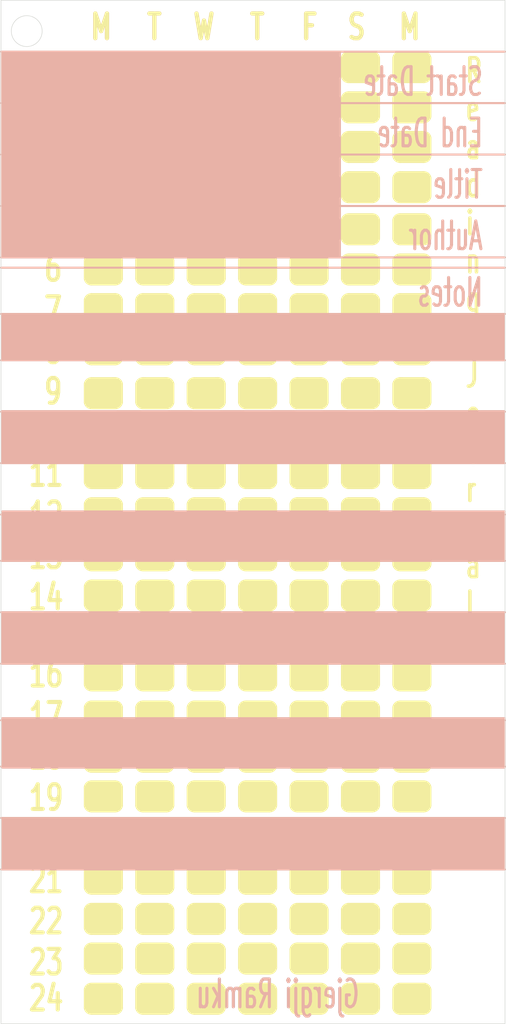
<source format=kicad_pcb>
(kicad_pcb (version 20240108) (generator "pcbnew") (generator_version "8.0")
  (layers (0 "F.Cu" signal) (31 "B.Cu" signal) (34 "B.Paste" user) (35 "F.Paste" user) (36 "B.SilkS" user "B.Silkscreen") (37 "F.SilkS" user "F.Silkscreen") (38 "B.Mask" user) (39 "F.Mask" user) (44 "Edge.Cuts" user))
  (net 0 "")
  (gr_rect (start 80 42) (end 113 47) (stroke (width 0.1)) (fill solid) (layer "B.SilkS"))
  (gr_line (start 80 42) (end 129 42) (stroke (width 0.2)) (layer "B.SilkS"))
  (gr_line (start 80 116.5) (end 129 116.5) (stroke (width 0.2)) (layer "B.SilkS"))
  (gr_line (start 80 87) (end 129 87) (stroke (width 0.2)) (layer "B.SilkS"))
  (gr_rect (start 80.1 106.75) (end 129 111.65) (stroke (width 0.1)) (fill solid) (layer "B.SilkS"))
  (gr_line (start 80 101.5) (end 129 101.5) (stroke (width 0.2)) (layer "B.SilkS"))
  (gr_rect (start 80 57) (end 113 62) (stroke (width 0.1)) (fill solid) (layer "B.SilkS"))
  (gr_line (start 80 111.5) (end 129 111.5) (stroke (width 0.2)) (layer "B.SilkS"))
  (gr_rect (start 80.05 96.55) (end 128.95 101.45) (stroke (width 0.1)) (fill solid) (layer "B.SilkS"))
  (gr_line (start 80 57) (end 129 57) (stroke (width 0.2)) (layer "B.SilkS"))
  (gr_line (start 80 72) (end 129 72) (stroke (width 0.2)) (layer "B.SilkS"))
  (gr_line (start 80 96.5) (end 129 96.5) (stroke (width 0.2)) (layer "B.SilkS"))
  (gr_line (start 80 67.5) (end 129 67.5) (stroke (width 0.2)) (layer "B.SilkS"))
  (gr_line (start 80 47) (end 129 47) (stroke (width 0.2)) (layer "B.SilkS"))
  (gr_line (start 80 63) (end 129 63) (stroke (width 0.2)) (layer "B.SilkS"))
  (gr_rect (start 80.1 86.65) (end 129 91.55) (stroke (width 0.1)) (fill solid) (layer "B.SilkS"))
  (gr_line (start 80 77) (end 129 77) (stroke (width 0.2)) (layer "B.SilkS"))
  (gr_line (start 80 62) (end 129 62) (stroke (width 0.2)) (layer "B.SilkS"))
  (gr_rect (start 80 47) (end 113 52) (stroke (width 0.1)) (fill solid) (layer "B.SilkS"))
  (gr_rect (start 80.05 76.9) (end 128.95 82) (stroke (width 0.1)) (fill solid) (layer "B.SilkS"))
  (gr_line (start 80 107) (end 129 107) (stroke (width 0.2)) (layer "B.SilkS"))
  (gr_line (start 80 52) (end 129 52) (stroke (width 0.2)) (layer "B.SilkS"))
  (gr_rect (start 80.1 116.55) (end 129 121.45) (stroke (width 0.1)) (fill solid) (layer "B.SilkS"))
  (gr_rect (start 80.05 67.5) (end 128.95 72) (stroke (width 0.1)) (fill solid) (layer "B.SilkS"))
  (gr_line (start 80 82) (end 129 82) (stroke (width 0.2)) (layer "B.SilkS"))
  (gr_line (start 80 121.5) (end 129 121.5) (stroke (width 0.2)) (layer "B.SilkS"))
  (gr_rect (start 80 52) (end 113 57) (stroke (width 0.1)) (fill solid) (layer "B.SilkS"))
  (gr_line (start 80 91.5) (end 129 91.5) (stroke (width 0.2)) (layer "B.SilkS"))
  (gr_arc (start 103.2 85.972402) (mid 103.406843 85.608305) (end 103.8 85.464126) (stroke (width 0.3)) (layer "F.SilkS"))
  (gr_arc (start 98.2 46.508276) (mid 98.406832 46.144162) (end 98.8 46) (stroke (width 0.3)) (layer "F.SilkS"))
  (gr_line (start 98.699998 62.372401) (end 101.299998 62.372401) (stroke (width 1)) (layer "F.SilkS"))
  (gr_line (start 88.199998 80.008274) (end 88.2 78.208275) (stroke (width 0.3)) (layer "F.SilkS"))
  (gr_line (start 113.7 98.528252) (end 116.3 98.528252) (stroke (width 1)) (layer "F.SilkS"))
  (gr_line (start 113.699998 87.672401) (end 116.299998 87.672401) (stroke (width 1)) (layer "F.SilkS"))
  (gr_line (start 118.199996 119.208274) (end 118.199998 117.408275) (stroke (width 0.3)) (layer "F.SilkS"))
  (gr_arc (start 113.2 46.508276) (mid 113.406832 46.144162) (end 113.8 46) (stroke (width 0.3)) (layer "F.SilkS"))
  (gr_line (start 103.8 46) (end 106.099998 45.999998) (stroke (width 0.3)) (layer "F.SilkS"))
  (gr_line (start 113.7 44.3) (end 116.3 44.3) (stroke (width 1)) (layer "F.SilkS"))
  (gr_line (start 103.699998 102.436527) (end 106.299998 102.436527) (stroke (width 1)) (layer "F.SilkS"))
  (gr_line (start 88.699998 63.672401) (end 91.299998 63.672401) (stroke (width 1)) (layer "F.SilkS"))
  (gr_line (start 88.7 91.464126) (end 91.3 91.464126) (stroke (width 1)) (layer "F.SilkS"))
  (gr_line (start 98.7 83.764126) (end 101.3 83.764126) (stroke (width 1)) (layer "F.SilkS"))
  (gr_line (start 113.699998 55.672401) (end 116.299998 55.672401) (stroke (width 1)) (layer "F.SilkS"))
  (gr_line (start 111.699998 70.036526) (end 111.699996 71.836526) (stroke (width 0.3)) (layer "F.SilkS"))
  (gr_line (start 111.099998 84.372401) (end 108.8 84.372402) (stroke (width 0.3)) (layer "F.SilkS"))
  (gr_line (start 116.099996 108.044149) (end 113.799998 108.04415) (stroke (width 0.3)) (layer "F.SilkS"))
  (gr_line (start 93.799998 132.664126) (end 96.099996 132.664124) (stroke (width 0.3)) (layer "F.SilkS"))
  (gr_arc (start 111.699996 56.0724) (mid 111.493168 56.436515) (end 111.099996 56.580676) (stroke (width 0.3)) (layer "F.SilkS"))
  (gr_line (start 111.7 90.064125) (end 111.699998 91.864125) (stroke (width 0.3)) (layer "F.SilkS"))
  (gr_line (start 88.7 59.064126) (end 91.3 59.064126) (stroke (width 1)) (layer "F.SilkS"))
  (gr_line (start 98.199998 56.0724) (end 98.2 54.272401) (stroke (width 0.3)) (layer "F.SilkS"))
  (gr_line (start 98.699998 79.608275) (end 101.299998 79.608275) (stroke (width 1)) (layer "F.SilkS"))
  (gr_arc (start 116.1 65.619975) (mid 116.493176 65.764118) (end 116.7 66.128251) (stroke (width 0.3)) (layer "F.SilkS"))
  (gr_line (start 98.699998 95.372401) (end 101.299998 95.372401) (stroke (width 1)) (layer "F.SilkS"))
  (gr_line (start 113.8 101.228252) (end 116.099998 101.22825) (stroke (width 0.3)) (layer "F.SilkS"))
  (gr_arc (start 121.099998 69.52825) (mid 121.493181 69.67239) (end 121.699998 70.036526) (stroke (width 0.3)) (layer "F.SilkS"))
  (gr_line (start 88.699998 63.972401) (end 91.299998 63.972401) (stroke (width 1)) (layer "F.SilkS"))
  (gr_line (start 108.7 99.228252) (end 111.3 99.228252) (stroke (width 1)) (layer "F.SilkS"))
  (gr_arc (start 108.8 84.372402) (mid 108.406827 84.228247) (end 108.2 83.864126) (stroke (width 0.3)) (layer "F.SilkS"))
  (gr_arc (start 116.099998 69.52825) (mid 116.493181 69.67239) (end 116.699998 70.036526) (stroke (width 0.3)) (layer "F.SilkS"))
  (gr_arc (start 101.699998 60.164125) (mid 101.493163 60.528227) (end 101.099998 60.672401) (stroke (width 0.3)) (layer "F.SilkS"))
  (gr_line (start 88.7 75) (end 91.3 75) (stroke (width 1)) (layer "F.SilkS"))
  (gr_line (start 106.699998 70.036526) (end 106.699996 71.836526) (stroke (width 0.3)) (layer "F.SilkS"))
  (gr_arc (start 113.199998 133.172402) (mid 113.406834 132.80829) (end 113.799998 132.664126) (stroke (width 0.3)) (layer "F.SilkS"))
  (gr_arc (start 106.099998 120.991723) (mid 106.493174 121.135866) (end 106.699998 121.499999) (stroke (width 0.3)) (layer "F.SilkS"))
  (gr_line (start 121.7 90.064125) (end 121.699998 91.864125) (stroke (width 0.3)) (layer "F.SilkS"))
  (gr_line (start 93.7 42.7) (end 96.3 42.7) (stroke (width 1)) (layer "F.SilkS"))
  (gr_line (start 111.699998 113.499999) (end 111.699996 115.299999) (stroke (width 0.3)) (layer "F.SilkS"))
  (gr_line (start 121.099996 96.280676) (end 118.799998 96.280677) (stroke (width 0.3)) (layer "F.SilkS"))
  (gr_line (start 93.2 83.864125) (end 93.200002 82.064126) (stroke (width 0.3)) (layer "F.SilkS"))
  (gr_line (start 98.7 58.464126) (end 101.3 58.464126) (stroke (width 1)) (layer "F.SilkS"))
  (gr_line (start 113.7 44) (end 116.3 44) (stroke (width 1)) (layer "F.SilkS"))
  (gr_line (start 118.699996 118.108275) (end 121.299996 118.108275) (stroke (width 1)) (layer "F.SilkS"))
  (gr_line (start 113.699998 70.136527) (end 116.299998 70.136527) (stroke (width 1)) (layer "F.SilkS"))
  (gr_line (start 93.699998 54.372401) (end 96.299998 54.372401) (stroke (width 1)) (layer "F.SilkS"))
  (gr_line (start 113.800002 89.555851) (end 116.1 89.555849) (stroke (width 0.3)) (layer "F.SilkS"))
  (gr_line (start 103.7 42.7) (end 106.3 42.7) (stroke (width 1)) (layer "F.SilkS"))
  (gr_line (start 103.8 105.227599) (end 106.099998 105.227597) (stroke (width 0.3)) (layer "F.SilkS"))
  (gr_arc (start 98.799998 115.808276) (mid 98.406825 115.664121) (end 98.199998 115.3) (stroke (width 0.3)) (layer "F.SilkS"))
  (gr_arc (start 91.1 65.619975) (mid 91.493172 65.764125) (end 91.7 66.128251) (stroke (width 0.3)) (layer "F.SilkS"))
  (gr_line (start 96.099994 111.952424) (end 93.799996 111.952425) (stroke (width 0.3)) (layer "F.SilkS"))
  (gr_line (start 98.7 76) (end 101.3 76) (stroke (width 1)) (layer "F.SilkS"))
  (gr_arc (start 96.699998 52.164125) (mid 96.493174 52.528255) (end 96.099998 52.672401) (stroke (width 0.3)) (layer "F.SilkS"))
  (gr_line (start 88.199998 123.299999) (end 88.2 121.5) (stroke (width 0.3)) (layer "F.SilkS"))
  (gr_line (start 108.699998 121.6) (end 111.299998 121.6) (stroke (width 1)) (layer "F.SilkS"))
  (gr_line (start 113.2 52.164125) (end 113.200002 50.364126) (stroke (width 0.3)) (layer "F.SilkS"))
  (gr_arc (start 101.099998 105.227597) (mid 101.493181 105.371738) (end 101.699998 105.735873) (stroke (width 0.3)) (layer "F.SilkS"))
  (gr_line (start 96.699998 54.2724) (end 96.699996 56.0724) (stroke (width 0.3)) (layer "F.SilkS"))
  (gr_line (start 91.699998 70.036526) (end 91.699996 71.836526) (stroke (width 0.3)) (layer "F.SilkS"))
  (gr_line (start 88.800002 89.555851) (end 91.1 89.555849) (stroke (width 0.3)) (layer "F.SilkS"))
  (gr_line (start 103.699998 71.436527) (end 106.299998 71.436527) (stroke (width 1)) (layer "F.SilkS"))
  (gr_arc (start 113.799998 123.808276) (mid 113.406825 123.664121) (end 113.199998 123.3) (stroke (width 0.3)) (layer "F.SilkS"))
  (gr_line (start 91.099994 127.71655) (end 88.799996 127.716551) (stroke (width 0.3)) (layer "F.SilkS"))
  (gr_line (start 103.699996 127.108275) (end 106.299996 127.108275) (stroke (width 1)) (layer "F.SilkS"))
  (gr_arc (start 88.8 44.908276) (mid 88.406825 44.764127) (end 88.2 44.4) (stroke (width 0.3)) (layer "F.SilkS"))
  (gr_arc (start 103.200002 66.128253) (mid 103.406819 65.764125) (end 103.800002 65.619977) (stroke (width 0.3)) (layer "F.SilkS"))
  (gr_line (start 96.699998 105.735873) (end 96.699996 107.535873) (stroke (width 0.3)) (layer "F.SilkS"))
  (gr_line (start 108.8 128.755851) (end 111.099998 128.755849) (stroke (width 0.3)) (layer "F.SilkS"))
  (gr_line (start 111.099998 44.908275) (end 108.8 44.908276) (stroke (width 0.3)) (layer "F.SilkS"))
  (gr_arc (start 121.699998 60.164125) (mid 121.493163 60.528227) (end 121.099998 60.672401) (stroke (width 0.3)) (layer "F.SilkS"))
  (gr_line (start 93.699998 122.2) (end 96.299998 122.2) (stroke (width 1)) (layer "F.SilkS"))
  (gr_line (start 103.699998 114.9) (end 106.299998 114.9) (stroke (width 1)) (layer "F.SilkS"))
  (gr_line (start 93.800002 81.555851) (end 96.1 81.555849) (stroke (width 0.3)) (layer "F.SilkS"))
  (gr_arc (start 98.199998 117.408276) (mid 98.406841 117.044179) (end 98.799998 116.9) (stroke (width 0.3)) (layer "F.SilkS"))
  (gr_line (start 118.7 75.7) (end 121.3 75.7) (stroke (width 1)) (layer "F.SilkS"))
  (gr_arc (start 116.699996 103.536526) (mid 116.493181 103.900668) (end 116.099996 104.044802) (stroke (width 0.3)) (layer "F.SilkS"))
  (gr_line (start 118.7 90.764126) (end 121.3 90.764126) (stroke (width 1)) (layer "F.SilkS"))
  (gr_line (start 118.800002 57.855851) (end 121.1 57.855849) (stroke (width 0.3)) (layer "F.SilkS"))
  (gr_line (start 113.699998 114.9) (end 116.299998 114.9) (stroke (width 1)) (layer "F.SilkS"))
  (gr_line (start 98.2 76.099999) (end 98.200002 74.3) (stroke (width 0.3)) (layer "F.SilkS"))
  (gr_arc (start 108.2 105.735875) (mid 108.406816 105.371724) (end 108.8 105.227599) (stroke (width 0.3)) (layer "F.SilkS"))
  (gr_line (start 88.699996 110.344149) (end 91.299996 110.344149) (stroke (width 1)) (layer "F.SilkS"))
  (gr_arc (start 118.2 70.036528) (mid 118.406824 69.672413) (end 118.8 69.528252) (stroke (width 0.3)) (layer "F.SilkS"))
  (gr_arc (start 98.8 44.908276) (mid 98.406825 44.764127) (end 98.2 44.4) (stroke (width 0.3)) (layer "F.SilkS"))
  (gr_line (start 88.7 43.3) (end 91.3 43.3) (stroke (width 1)) (layer "F.SilkS"))
  (gr_arc (start 116.699996 87.7724) (mid 116.493169 88.136538) (end 116.099996 88.280676) (stroke (width 0.3)) (layer "F.SilkS"))
  (gr_arc (start 91.099998 85.464124) (mid 91.493184 85.608259) (end 91.699998 85.9724) (stroke (width 0.3)) (layer "F.SilkS"))
  (gr_arc (start 101.699996 64.0724) (mid 101.493181 64.436539) (end 101.099996 64.580676) (stroke (width 0.3)) (layer "F.SilkS"))
  (gr_line (start 113.699998 94.672401) (end 116.299998 94.672401) (stroke (width 1)) (layer "F.SilkS"))
  (gr_arc (start 121.1 73.791723) (mid 121.493183 73.935864) (end 121.7 74.299999) (stroke (width 0.3)) (layer "F.SilkS"))
  (gr_arc (start 106.099998 93.464124) (mid 106.493181 93.608264) (end 106.699998 93.9724) (stroke (width 0.3)) (layer "F.SilkS"))
  (gr_arc (start 111.699996 103.536526) (mid 111.493181 103.900668) (end 111.099996 104.044802) (stroke (width 0.3)) (layer "F.SilkS"))
  (gr_arc (start 108.799996 127.716551) (mid 108.40683 127.572393) (end 108.199996 127.208275) (stroke (width 0.3)) (layer "F.SilkS"))
  (gr_arc (start 121.699998 44.399999) (mid 121.493173 44.764126) (end 121.099998 44.908275) (stroke (width 0.3)) (layer "F.SilkS"))
  (gr_arc (start 113.8 100.136528) (mid 113.406847 99.992367) (end 113.2 99.628252) (stroke (width 0.3)) (layer "F.SilkS"))
  (gr_line (start 108.799998 116.9) (end 111.099996 116.899998) (stroke (width 0.3)) (layer "F.SilkS"))
  (gr_arc (start 106.699998 44.399999) (mid 106.493173 44.764126) (end 106.099998 44.908275) (stroke (width 0.3)) (layer "F.SilkS"))
  (gr_line (start 108.699998 114.2) (end 111.299998 114.2) (stroke (width 1)) (layer "F.SilkS"))
  (gr_line (start 88.800002 57.855851) (end 91.1 57.855849) (stroke (width 0.3)) (layer "F.SilkS"))
  (gr_line (start 98.699998 86.072401) (end 101.299998 86.072401) (stroke (width 1)) (layer "F.SilkS"))
  (gr_line (start 116.099998 60.672401) (end 113.8 60.672402) (stroke (width 0.3)) (layer "F.SilkS"))
  (gr_arc (start 121.099996 132.664124) (mid 121.493172 132.808267) (end 121.699996 133.1724) (stroke (width 0.3)) (layer "F.SilkS"))
  (gr_line (start 96.099996 48.81655) (end 93.799998 48.816551) (stroke (width 0.3)) (layer "F.SilkS"))
  (gr_line (start 91.7 82.064125) (end 91.699998 83.864125) (stroke (width 0.3)) (layer "F.SilkS"))
  (gr_arc (start 103.2 121.500001) (mid 103.406817 121.135873) (end 103.8 120.991725) (stroke (width 0.3)) (layer "F.SilkS"))
  (gr_arc (start 98.2 78.208276) (mid 98.406835 77.844162) (end 98.8 77.7) (stroke (width 0.3)) (layer "F.SilkS"))
  (gr_arc (start 121.099998 85.464124) (mid 121.493181 85.608264) (end 121.699998 85.9724) (stroke (width 0.3)) (layer "F.SilkS"))
  (gr_arc (start 108.799998 115.808276) (mid 108.406825 115.664121) (end 108.199998 115.3) (stroke (width 0.3)) (layer "F.SilkS"))
  (gr_line (start 91.099994 111.952424) (end 88.799996 111.952425) (stroke (width 0.3)) (layer "F.SilkS"))
  (gr_line (start 103.699996 133.272401) (end 106.299996 133.272401) (stroke (width 1)) (layer "F.SilkS"))
  (gr_arc (start 111.1 97.319975) (mid 111.493196 97.464112) (end 111.7 97.828251) (stroke (width 0.3)) (layer "F.SilkS"))
  (gr_arc (start 108.2 78.208276) (mid 108.406823 77.844138) (end 108.8 77.7) (stroke (width 0.3)) (layer "F.SilkS"))
  (gr_line (start 108.7 44) (end 111.3 44) (stroke (width 1)) (layer "F.SilkS"))
  (gr_arc (start 93.799998 72.344803) (mid 93.406832 72.200645) (end 93.199998 71.836527) (stroke (width 0.3)) (layer "F.SilkS"))
  (gr_arc (start 88.799998 48.816551) (mid 88.406823 48.672402) (end 88.199998 48.308275) (stroke (width 0.3)) (layer "F.SilkS"))
  (gr_line (start 118.699998 121.6) (end 121.299998 121.6) (stroke (width 1)) (layer "F.SilkS"))
  (gr_line (start 88.799998 116.9) (end 91.099996 116.899998) (stroke (width 0.3)) (layer "F.SilkS"))
  (gr_arc (start 101.699996 103.536526) (mid 101.493192 103.900679) (end 101.099996 104.044802) (stroke (width 0.3)) (layer "F.SilkS"))
  (gr_arc (start 88.200002 58.364127) (mid 88.406827 58) (end 88.800002 57.855851) (stroke (width 0.3)) (layer "F.SilkS"))
  (gr_line (start 88.2 83.864125) (end 88.200002 82.064126) (stroke (width 0.3)) (layer "F.SilkS"))
  (gr_line (start 111.7 50.364125) (end 111.699998 52.164125) (stroke (width 0.3)) (layer "F.SilkS"))
  (gr_line (start 93.699998 102.436527) (end 96.299998 102.436527) (stroke (width 1)) (layer "F.SilkS"))
  (gr_line (start 108.800002 97.319977) (end 111.1 97.319975) (stroke (width 0.3)) (layer "F.SilkS"))
  (gr_arc (start 88.200002 42.600001) (mid 88.406827 42.235874) (end 88.800002 42.091725) (stroke (width 0.3)) (layer "F.SilkS"))
  (gr_arc (start 113.2 121.500001) (mid 113.406817 121.135873) (end 113.8 120.991725) (stroke (width 0.3)) (layer "F.SilkS"))
  (gr_line (start 91.699998 93.9724) (end 91.699996 95.7724) (stroke (width 0.3)) (layer "F.SilkS"))
  (gr_line (start 96.699996 109.644148) (end 96.699994 111.444148) (stroke (width 0.3)) (layer "F.SilkS"))
  (gr_arc (start 116.1 97.319975) (mid 116.493196 97.464112) (end 116.7 97.828251) (stroke (width 0.3)) (layer "F.SilkS"))
  (gr_arc (start 113.799998 96.280677) (mid 113.406832 96.136519) (end 113.199998 95.772401) (stroke (width 0.3)) (layer "F.SilkS"))
  (gr_arc (start 121.699998 76.099999) (mid 121.493163 76.464101) (end 121.099998 76.608275) (stroke (width 0.3)) (layer "F.SilkS"))
  (gr_line (start 93.8 53.764126) (end 96.099998 53.764124) (stroke (width 0.3)) (layer "F.SilkS"))
  (gr_line (start 88.699996 125.508275) (end 91.299996 125.508275) (stroke (width 1)) (layer "F.SilkS"))
  (gr_line (start 118.800002 73.791725) (end 121.1 73.791723) (stroke (width 0.3)) (layer "F.SilkS"))
  (gr_line (start 91.7 90.064125) (end 91.699998 91.864125) (stroke (width 0.3)) (layer "F.SilkS"))
  (gr_arc (start 106.699996 95.7724) (mid 106.493169 96.136538) (end 106.099996 96.280676) (stroke (width 0.3)) (layer "F.SilkS"))
  (gr_line (start 93.699996 118.808275) (end 96.299996 118.808275) (stroke (width 1)) (layer "F.SilkS"))
  (gr_arc (start 106.099998 69.52825) (mid 106.493181 69.67239) (end 106.699998 70.036526) (stroke (width 0.3)) (layer "F.SilkS"))
  (gr_line (start 116.7 82.064125) (end 116.699998 83.864125) (stroke (width 0.3)) (layer "F.SilkS"))
  (gr_arc (start 103.2 113.500001) (mid 103.406817 113.135873) (end 103.8 112.991725) (stroke (width 0.3)) (layer "F.SilkS"))
  (gr_arc (start 108.200002 82.064127) (mid 108.406819 81.699999) (end 108.800002 81.555851) (stroke (width 0.3)) (layer "F.SilkS"))
  (gr_line (start 113.699998 86.672401) (end 116.299998 86.672401) (stroke (width 1)) (layer "F.SilkS"))
  (gr_line (start 88.8 120.991725) (end 91.099998 120.991723) (stroke (width 0.3)) (layer "F.SilkS"))
  (gr_arc (start 111.699998 83.864125) (mid 111.493165 84.22825) (end 111.099998 84.372401) (stroke (width 0.3)) (layer "F.SilkS"))
  (gr_arc (start 108.200002 50.364127) (mid 108.406818 49.999976) (end 108.800002 49.855851) (stroke (width 0.3)) (layer "F.SilkS"))
  (gr_line (start 88.699998 71.736527) (end 91.299998 71.736527) (stroke (width 1)) (layer "F.SilkS"))
  (gr_line (start 108.199998 107.535873) (end 108.2 105.735874) (stroke (width 0.3)) (layer "F.SilkS"))
  (gr_line (start 93.199996 134.9724) (end 93.199998 133.172401) (stroke (width 0.3)) (layer "F.SilkS"))
  (gr_line (start 121.099998 92.372401) (end 118.8 92.372402) (stroke (width 0.3)) (layer "F.SilkS"))
  (gr_arc (start 108.2 70.036528) (mid 108.406824 69.672413) (end 108.8 69.528252) (stroke (width 0.3)) (layer "F.SilkS"))
  (gr_line (start 113.800002 73.791725) (end 116.1 73.791723) (stroke (width 0.3)) (layer "F.SilkS"))
  (gr_line (start 88.2 44.399999) (end 88.200002 42.6) (stroke (width 0.3)) (layer "F.SilkS"))
  (gr_arc (start 96.1 81.555849) (mid 96.493176 81.699992) (end 96.7 82.064125) (stroke (width 0.3)) (layer "F.SilkS"))
  (gr_arc (start 96.699996 107.535873) (mid 96.493172 107.900003) (end 96.099996 108.044149) (stroke (width 0.3)) (layer "F.SilkS"))
  (gr_line (start 121.099996 123.808275) (end 118.799998 123.808276) (stroke (width 0.3)) (layer "F.SilkS"))
  (gr_line (start 108.199998 95.7724) (end 108.2 93.972401) (stroke (width 0.3)) (layer "F.SilkS"))
  (gr_arc (start 96.699998 44.399999) (mid 96.493173 44.764126) (end 96.099998 44.908275) (stroke (width 0.3)) (layer "F.SilkS"))
  (gr_arc (start 93.2 70.036528) (mid 93.406824 69.672402) (end 93.8 69.528252) (stroke (width 0.3)) (layer "F.SilkS"))
  (gr_line (start 121.099996 80.51655) (end 118.799998 80.516551) (stroke (width 0.3)) (layer "F.SilkS"))
  (gr_line (start 93.7 90.764126) (end 96.3 90.764126) (stroke (width 1)) (layer "F.SilkS"))
  (gr_arc (start 113.200002 97.828253) (mid 113.406831 97.464128) (end 113.800002 97.319977) (stroke (width 0.3)) (layer "F.SilkS"))
  (gr_arc (start 101.699996 95.7724) (mid 101.493188 96.136556) (end 101.099996 96.280676) (stroke (width 0.3)) (layer "F.SilkS"))
  (gr_line (start 118.699998 101.836527) (end 121.299998 101.836527) (stroke (width 1)) (layer "F.SilkS"))
  (gr_line (start 98.7 99.528252) (end 101.3 99.528252) (stroke (width 1)) (layer "F.SilkS"))
  (gr_line (start 98.8 46) (end 101.099998 45.999998) (stroke (width 0.3)) (layer "F.SilkS"))
  (gr_line (start 103.8 77.7) (end 106.099998 77.699998) (stroke (width 0.3)) (layer "F.SilkS"))
  (gr_arc (start 96.699994 127.208274) (mid 96.493161 127.572392) (end 96.099994 127.71655) (stroke (width 0.3)) (layer "F.SilkS"))
  (gr_arc (start 106.099996 124.899998) (mid 106.493179 125.044138) (end 106.699996 125.408274) (stroke (width 0.3)) (layer "F.SilkS"))
  (gr_line (start 108.699996 109.744149) (end 111.299996 109.744149) (stroke (width 1)) (layer "F.SilkS"))
  (gr_arc (start 116.699996 123.299999) (mid 116.493163 123.664124) (end 116.099996 123.808275) (stroke (width 0.3)) (layer "F.SilkS"))
  (gr_line (start 113.2 44.399999) (end 113.200002 42.6) (stroke (width 0.3)) (layer "F.SilkS"))
  (gr_line (start 118.699998 62.372401) (end 121.299998 62.372401) (stroke (width 1)) (layer "F.SilkS"))
  (gr_line (start 113.7 59.764126) (end 116.3 59.764126) (stroke (width 1)) (layer "F.SilkS"))
  (gr_arc (start 101.099996 132.664124) (mid 101.493172 132.808267) (end 101.699996 133.1724) (stroke (width 0.3)) (layer "F.SilkS"))
  (gr_line (start 103.2 44.399999) (end 103.200002 42.6) (stroke (width 0.3)) (layer "F.SilkS"))
  (gr_arc (start 118.2 105.735875) (mid 118.406816 105.371724) (end 118.8 105.227599) (stroke (width 0.3)) (layer "F.SilkS"))
  (gr_line (start 88.7 91.764126) (end 91.3 91.764126) (stroke (width 1)) (layer "F.SilkS"))
  (gr_line (start 88.800002 65.619977) (end 91.1 65.619975) (stroke (width 0.3)) (layer "F.SilkS"))
  (gr_arc (start 111.1 73.791723) (mid 111.493183 73.935864) (end 111.7 74.299999) (stroke (width 0.3)) (layer "F.SilkS"))
  (gr_line (start 98.699998 122.9) (end 101.299998 122.9) (stroke (width 1)) (layer "F.SilkS"))
  (gr_line (start 101.7 90.064125) (end 101.699998 91.864125) (stroke (width 0.3)) (layer "F.SilkS"))
  (gr_line (start 121.7 74.299999) (end 121.699998 76.099999) (stroke (width 0.3)) (layer "F.SilkS"))
  (gr_line (start 113.8 77.7) (end 116.099998 77.699998) (stroke (width 0.3)) (layer "F.SilkS"))
  (gr_arc (start 116.099996 124.899998) (mid 116.493179 125.044138) (end 116.699996 125.408274) (stroke (width 0.3)) (layer "F.SilkS"))
  (gr_line (start 96.099996 80.51655) (end 93.799998 80.516551) (stroke (width 0.3)) (layer "F.SilkS"))
  (gr_line (start 103.699998 103.136527) (end 106.299998 103.136527) (stroke (width 1)) (layer "F.SilkS"))
  (gr_arc (start 96.099998 120.991723) (mid 96.493174 121.135866) (end 96.699998 121.499999) (stroke (width 0.3)) (layer "F.SilkS"))
  (gr_arc (start 111.699996 64.0724) (mid 111.493168 64.436515) (end 111.099996 64.580676) (stroke (width 0.3)) (layer "F.SilkS"))
  (gr_line (start 101.699996 117.408274) (end 101.699994 119.208274) (stroke (width 0.3)) (layer "F.SilkS"))
  (gr_line (start 108.699998 54.372401) (end 111.299998 54.372401) (stroke (width 1)) (layer "F.SilkS"))
  (gr_line (start 121.699998 93.9724) (end 121.699996 95.7724) (stroke (width 0.3)) (layer "F.SilkS"))
  (gr_line (start 118.799998 109.135874) (end 121.099996 109.135872) (stroke (width 0.3)) (layer "F.SilkS"))
  (gr_arc (start 113.799996 135.480677) (mid 113.406823 135.336521) (end 113.199996 134.972401) (stroke (width 0.3)) (layer "F.SilkS"))
  (gr_line (start 88.8 69.528252) (end 91.099998 69.52825) (stroke (width 0.3)) (layer "F.SilkS"))
  (gr_arc (start 103.200002 82.064127) (mid 103.406819 81.699999) (end 103.800002 81.555851) (stroke (width 0.3)) (layer "F.SilkS"))
  (gr_arc (start 111.099998 45.999998) (mid 111.49318 46.144144) (end 111.699998 46.508274) (stroke (width 0.3)) (layer "F.SilkS"))
  (gr_line (start 106.099998 100.136527) (end 103.8 100.136528) (stroke (width 0.3)) (layer "F.SilkS"))
  (gr_arc (start 111.699998 52.164125) (mid 111.493163 52.528227) (end 111.099998 52.672401) (stroke (width 0.3)) (layer "F.SilkS"))
  (gr_line (start 111.099998 60.672401) (end 108.8 60.672402) (stroke (width 0.3)) (layer "F.SilkS"))
  (gr_arc (start 113.2 129.264127) (mid 113.406829 128.900002) (end 113.8 128.755851) (stroke (width 0.3)) (layer "F.SilkS"))
  (gr_line (start 108.699998 113.6) (end 111.299998 113.6) (stroke (width 1)) (layer "F.SilkS"))
  (gr_arc (start 103.200002 74.300001) (mid 103.406818 73.93585) (end 103.800002 73.791725) (stroke (width 0.3)) (layer "F.SilkS"))
  (gr_line (start 103.699998 130.664126) (end 106.299998 130.664126) (stroke (width 1)) (layer "F.SilkS"))
  (gr_line (start 93.800002 97.319977) (end 96.1 97.319975) (stroke (width 0.3)) (layer "F.SilkS"))
  (gr_line (start 98.7 82.164126) (end 101.3 82.164126) (stroke (width 1)) (layer "F.SilkS"))
  (gr_arc (start 96.099998 105.227597) (mid 96.493181 105.371738) (end 96.699998 105.735873) (stroke (width 0.3)) (layer "F.SilkS"))
  (gr_line (start 118.8 53.764126) (end 121.099998 53.764124) (stroke (width 0.3)) (layer "F.SilkS"))
  (gr_arc (start 116.699996 48.308274) (mid 116.493177 48.672414) (end 116.099996 48.81655) (stroke (width 0.3)) (layer "F.SilkS"))
  (gr_arc (start 121.699996 87.7724) (mid 121.493169 88.136538) (end 121.099996 88.280676) (stroke (width 0.3)) (layer "F.SilkS"))
  (gr_line (start 91.7 97.828251) (end 91.699998 99.628251) (stroke (width 0.3)) (layer "F.SilkS"))
  (gr_line (start 103.7 66.828252) (end 106.3 66.828252) (stroke (width 1)) (layer "F.SilkS"))
  (gr_line (start 93.7 99.528252) (end 96.3 99.528252) (stroke (width 1)) (layer "F.SilkS"))
  (gr_line (start 98.2 52.164125) (end 98.200002 50.364126) (stroke (width 0.3)) (layer "F.SilkS"))
  (gr_line (start 121.7 58.364125) (end 121.699998 60.164125) (stroke (width 0.3)) (layer "F.SilkS"))
  (gr_line (start 91.099996 72.344802) (end 88.799998 72.344803) (stroke (width 0.3)) (layer "F.SilkS"))
  (gr_line (start 106.099994 111.952424) (end 103.799996 111.952425) (stroke (width 0.3)) (layer "F.SilkS"))
  (gr_line (start 106.099996 88.280676) (end 103.799998 88.280677) (stroke (width 0.3)) (layer "F.SilkS"))
  (gr_arc (start 121.699998 83.864125) (mid 121.493165 84.22825) (end 121.099998 84.372401) (stroke (width 0.3)) (layer "F.SilkS"))
  (gr_arc (start 108.2 62.272402) (mid 108.406823 61.908264) (end 108.8 61.764126) (stroke (width 0.3)) (layer "F.SilkS"))
  (gr_line (start 96.099998 68.436527) (end 93.8 68.436528) (stroke (width 0.3)) (layer "F.SilkS"))
  (gr_arc (start 113.799996 111.952425) (mid 113.406838 111.808265) (end 113.199996 111.444149) (stroke (width 0.3)) (layer "F.SilkS"))
  (gr_arc (start 103.799998 115.808276) (mid 103.406825 115.664121) (end 103.199998 115.3) (stroke (width 0.3)) (layer "F.SilkS"))
  (gr_arc (start 118.2 46.508276) (mid 118.406832 46.144162) (end 118.8 46) (stroke (width 0.3)) (layer "F.SilkS"))
  (gr_line (start 111.099996 115.808275) (end 108.799998 115.808276) (stroke (width 0.3)) (layer "F.SilkS"))
  (gr_line (start 113.699996 117.508275) (end 116.299996 117.508275) (stroke (width 1)) (layer "F.SilkS"))
  (gr_line (start 103.699998 122.9) (end 106.299998 122.9) (stroke (width 1)) (layer "F.SilkS"))
  (gr_line (start 103.699998 94.672401) (end 106.299998 94.672401) (stroke (width 1)) (layer "F.SilkS"))
  (gr_line (start 106.099996 64.580676) (end 103.799998 64.580677) (stroke (width 0.3)) (layer "F.SilkS"))
  (gr_line (start 116.099994 119.71655) (end 113.799996 119.716551) (stroke (width 0.3)) (layer "F.SilkS"))
  (gr_line (start 88.7 42.7) (end 91.3 42.7) (stroke (width 1)) (layer "F.SilkS"))
  (gr_line (start 93.699996 133.272401) (end 96.299996 133.272401) (stroke (width 1)) (layer "F.SilkS"))
  (gr_line (start 108.7 98.528252) (end 111.3 98.528252) (stroke (width 1)) (layer "F.SilkS"))
  (gr_line (start 88.699998 48.208275) (end 91.299998 48.208275) (stroke (width 1)) (layer "F.SilkS"))
  (gr_line (start 93.7 59.064126) (end 96.3 59.064126) (stroke (width 1)) (layer "F.SilkS"))
  (gr_arc (start 93.8 44.908276) (mid 93.406825 44.764127) (end 93.2 44.4) (stroke (width 0.3)) (layer "F.SilkS"))
  (gr_arc (start 106.1 57.855849) (mid 106.493183 57.99999) (end 106.7 58.364125) (stroke (width 0.3)) (layer "F.SilkS"))
  (gr_line (start 98.800002 97.319977) (end 101.1 97.319975) (stroke (width 0.3)) (layer "F.SilkS"))
  (gr_line (start 88.8 112.991725) (end 91.099998 112.991723) (stroke (width 0.3)) (layer "F.SilkS"))
  (gr_line (start 91.099994 135.480676) (end 88.799996 135.480677) (stroke (width 0.3)) (layer "F.SilkS"))
  (gr_line (start 103.7 50.464126) (end 106.3 50.464126) (stroke (width 1)) (layer "F.SilkS"))
  (gr_arc (start 118.2 93.972402) (mid 118.406824 93.608287) (end 118.8 93.464126) (stroke (width 0.3)) (layer "F.SilkS"))
  (gr_line (start 108.699998 129.964126) (end 111.299998 129.964126) (stroke (width 1)) (layer "F.SilkS"))
  (gr_arc (start 96.699998 76.099999) (mid 96.493174 76.464129) (end 96.099998 76.608275) (stroke (width 0.3)) (layer "F.SilkS"))
  (gr_line (start 93.699998 130.964126) (end 96.299998 130.964126) (stroke (width 1)) (layer "F.SilkS"))
  (gr_line (start 98.699996 111.344149) (end 101.299996 111.344149) (stroke (width 1)) (layer "F.SilkS"))
  (gr_line (start 108.699998 71.736527) (end 111.299998 71.736527) (stroke (width 1)) (layer "F.SilkS"))
  (gr_line (start 103.7 82.764126) (end 106.3 82.764126) (stroke (width 1)) (layer "F.SilkS"))
  (gr_arc (start 118.200002 58.364127) (mid 118.406818 57.999976) (end 118.800002 57.855851) (stroke (width 0.3)) (layer "F.SilkS"))
  (gr_line (start 103.699996 117.508275) (end 106.299996 117.508275) (stroke (width 1)) (layer "F.SilkS"))
  (gr_line (start 93.699996 125.508275) (end 96.299996 125.508275) (stroke (width 1)) (layer "F.SilkS"))
  (gr_arc (start 91.1 89.555849) (mid 91.493172 89.699999) (end 91.7 90.064125) (stroke (width 0.3)) (layer "F.SilkS"))
  (gr_line (start 121.699998 113.499999) (end 121.699996 115.299999) (stroke (width 0.3)) (layer "F.SilkS"))
  (gr_arc (start 91.699998 60.164125) (mid 91.493174 60.528255) (end 91.099998 60.672401) (stroke (width 0.3)) (layer "F.SilkS"))
  (gr_arc (start 108.200002 97.828253) (mid 108.406831 97.464128) (end 108.800002 97.319977) (stroke (width 0.3)) (layer "F.SilkS"))
  (gr_line (start 93.699998 54.972401) (end 96.299998 54.972401) (stroke (width 1)) (layer "F.SilkS"))
  (gr_arc (start 108.200002 74.300001) (mid 108.406818 73.93585) (end 108.800002 73.791725) (stroke (width 0.3)) (layer "F.SilkS"))
  (gr_line (start 98.699998 55.672401) (end 101.299998 55.672401) (stroke (width 1)) (layer "F.SilkS"))
  (gr_line (start 88.7 99.528252) (end 91.3 99.528252) (stroke (width 1)) (layer "F.SilkS"))
  (gr_arc (start 98.8 100.136528) (mid 98.406847 99.992367) (end 98.2 99.628252) (stroke (width 0.3)) (layer "F.SilkS"))
  (gr_line (start 103.7 44.3) (end 106.3 44.3) (stroke (width 1)) (layer "F.SilkS"))
  (gr_arc (start 118.8 44.908276) (mid 118.406825 44.764127) (end 118.2 44.4) (stroke (width 0.3)) (layer "F.SilkS"))
  (gr_line (start 93.7 52.064126) (end 96.3 52.064126) (stroke (width 1)) (layer "F.SilkS"))
  (gr_line (start 106.099998 44.908275) (end 103.8 44.908276) (stroke (width 0.3)) (layer "F.SilkS"))
  (gr_line (start 88.799998 109.135874) (end 91.099996 109.135872) (stroke (width 0.3)) (layer "F.SilkS"))
  (gr_line (start 111.7 66.128251) (end 111.699998 67.928251) (stroke (width 0.3)) (layer "F.SilkS"))
  (gr_arc (start 88.8 68.436528) (mid 88.406826 68.292379) (end 88.2 67.928252) (stroke (width 0.3)) (layer "F.SilkS"))
  (gr_line (start 103.7 91.764126) (end 106.3 91.764126) (stroke (width 1)) (layer "F.SilkS"))
  (gr_arc (start 96.699994 134.9724) (mid 96.49316 135.336524) (end 96.099994 135.480676) (stroke (width 0.3)) (layer "F.SilkS"))
  (gr_line (start 116.099998 68.436527) (end 113.8 68.436528) (stroke (width 0.3)) (layer "F.SilkS"))
  (gr_arc (start 118.200002 74.300001) (mid 118.406818 73.93585) (end 118.800002 73.791725) (stroke (width 0.3)) (layer "F.SilkS"))
  (gr_line (start 108.2 67.928251) (end 108.200002 66.128252) (stroke (width 0.3)) (layer "F.SilkS"))
  (gr_line (start 96.099998 60.672401) (end 93.8 60.672402) (stroke (width 0.3)) (layer "F.SilkS"))
  (gr_line (start 98.699998 78.308275) (end 101.299998 78.308275) (stroke (width 1)) (layer "F.SilkS"))
  (gr_line (start 113.8 85.464126) (end 116.099998 85.464124) (stroke (width 0.3)) (layer "F.SilkS"))
  (gr_line (start 108.2 52.164125) (end 108.200002 50.364126) (stroke (width 0.3)) (layer "F.SilkS"))
  (gr_line (start 88.699996 109.744149) (end 91.299996 109.744149) (stroke (width 1)) (layer "F.SilkS"))
  (gr_arc (start 113.200002 74.300001) (mid 113.406818 73.93585) (end 113.800002 73.791725) (stroke (width 0.3)) (layer "F.SilkS"))
  (gr_arc (start 103.200002 50.364127) (mid 103.406818 49.999976) (end 103.800002 49.855851) (stroke (width 0.3)) (layer "F.SilkS"))
  (gr_arc (start 96.699994 119.208274) (mid 96.493161 119.572392) (end 96.099994 119.71655) (stroke (width 0.3)) (layer "F.SilkS"))
  (gr_line (start 118.699998 129.964126) (end 121.299998 129.964126) (stroke (width 1)) (layer "F.SilkS"))
  (gr_line (start 113.7 52.064126) (end 116.3 52.064126) (stroke (width 1)) (layer "F.SilkS"))
  (gr_line (start 106.099996 56.580676) (end 103.799998 56.580677) (stroke (width 0.3)) (layer "F.SilkS"))
  (gr_line (start 113.7 60.064126) (end 116.3 60.064126) (stroke (width 1)) (layer "F.SilkS"))
  (gr_arc (start 116.699996 71.836526) (mid 116.493169 72.200664) (end 116.099996 72.344802) (stroke (width 0.3)) (layer "F.SilkS"))
  (gr_line (start 113.699998 62.972401) (end 116.299998 62.972401) (stroke (width 1)) (layer "F.SilkS"))
  (gr_line (start 93.199998 131.064125) (end 93.2 129.264126) (stroke (width 0.3)) (layer "F.SilkS"))
  (gr_line (start 93.699998 105.835874) (end 96.299998 105.835874) (stroke (width 1)) (layer "F.SilkS"))
  (gr_line (start 91.699996 117.408274) (end 91.699994 119.208274) (stroke (width 0.3)) (layer "F.SilkS"))
  (gr_line (start 106.7 90.064125) (end 106.699998 91.864125) (stroke (width 0.3)) (layer "F.SilkS"))
  (gr_arc (start 111.099996 116.899998) (mid 111.493179 117.044138) (end 111.699996 117.408274) (stroke (width 0.3)) (layer "F.SilkS"))
  (gr_line (start 111.699998 93.9724) (end 111.699996 95.7724) (stroke (width 0.3)) (layer "F.SilkS"))
  (gr_arc (start 101.699996 123.299999) (mid 101.493163 123.664124) (end 101.099996 123.808275) (stroke (width 0.3)) (layer "F.SilkS"))
  (gr_line (start 88.8 128.755851) (end 91.099998 128.755849) (stroke (width 0.3)) (layer "F.SilkS"))
  (gr_line (start 88.7 83.764126) (end 91.3 83.764126) (stroke (width 1)) (layer "F.SilkS"))
  (gr_line (start 113.699996 126.808275) (end 116.299996 126.808275) (stroke (width 1)) (layer "F.SilkS"))
  (gr_line (start 108.7 97.928252) (end 111.3 97.928252) (stroke (width 1)) (layer "F.SilkS"))
  (gr_line (start 108.699996 110.344149) (end 111.299996 110.344149) (stroke (width 1)) (layer "F.SilkS"))
  (gr_arc (start 101.699996 71.836526) (mid 101.493188 72.200682) (end 101.099996 72.344802) (stroke (width 0.3)) (layer "F.SilkS"))
  (gr_line (start 103.799998 109.135874) (end 106.099996 109.135872) (stroke (width 0.3)) (layer "F.SilkS"))
  (gr_line (start 93.799998 116.9) (end 96.099996 116.899998) (stroke (width 0.3)) (layer "F.SilkS"))
  (gr_line (start 91.099996 88.280676) (end 88.799998 88.280677) (stroke (width 0.3)) (layer "F.SilkS"))
  (gr_line (start 98.7 42.7) (end 101.3 42.7) (stroke (width 1)) (layer "F.SilkS"))
  (gr_arc (start 101.699998 67.928251) (mid 101.493165 68.292376) (end 101.099998 68.436527) (stroke (width 0.3)) (layer "F.SilkS"))
  (gr_arc (start 108.200002 90.064127) (mid 108.406819 89.699999) (end 108.800002 89.555851) (stroke (width 0.3)) (layer "F.SilkS"))
  (gr_line (start 108.8 101.228252) (end 111.099998 101.22825) (stroke (width 0.3)) (layer "F.SilkS"))
  (gr_line (start 88.699996 118.808275) (end 91.299996 118.808275) (stroke (width 1)) (layer "F.SilkS"))
  (gr_arc (start 113.8 44.908276) (mid 113.406825 44.764127) (end 113.2 44.4) (stroke (width 0.3)) (layer "F.SilkS"))
  (gr_arc (start 118.8 84.372402) (mid 118.406827 84.228247) (end 118.2 83.864126) (stroke (width 0.3)) (layer "F.SilkS"))
  (gr_arc (start 88.799998 64.580677) (mid 88.406823 64.436528) (end 88.199998 64.072401) (stroke (width 0.3)) (layer "F.SilkS"))
  (gr_arc (start 108.2 121.500001) (mid 108.406817 121.135873) (end 108.8 120.991725) (stroke (width 0.3)) (layer "F.SilkS"))
  (gr_line (start 118.699998 129.364126) (end 121.299998 129.364126) (stroke (width 1)) (layer "F.SilkS"))
  (gr_line (start 93.2 99.628251) (end 93.200002 97.828252) (stroke (width 0.3)) (layer "F.SilkS"))
  (gr_line (start 103.699998 86.072401) (end 106.299998 86.072401) (stroke (width 1)) (layer "F.SilkS"))
  (gr_line (start 103.8 101.228252) (end 106.099998 101.22825) (stroke (width 0.3)) (layer "F.SilkS"))
  (gr_line (start 88.8 101.228252) (end 91.099998 101.22825) (stroke (width 0.3)) (layer "F.SilkS"))
  (gr_arc (start 91.699996 115.299999) (mid 91.493172 115.664128) (end 91.099996 115.808275) (stroke (width 0.3)) (layer "F.SilkS"))
  (gr_line (start 93.699998 71.736527) (end 96.299998 71.736527) (stroke (width 1)) (layer "F.SilkS"))
  (gr_line (start 93.2 44.399999) (end 93.200002 42.6) (stroke (width 0.3)) (layer "F.SilkS"))
  (gr_line (start 93.699998 103.136527) (end 96.299998 103.136527) (stroke (width 1)) (layer "F.SilkS"))
  (gr_line (start 106.7 74.299999) (end 106.699998 76.099999) (stroke (width 0.3)) (layer "F.SilkS"))
  (gr_line (start 93.699998 129.964126) (end 96.299998 129.964126) (stroke (width 1)) (layer "F.SilkS"))
  (gr_line (start 103.699998 106.435874) (end 106.299998 106.435874) (stroke (width 1)) (layer "F.SilkS"))
  (gr_arc (start 103.799998 123.808276) (mid 103.406825 123.664121) (end 103.199998 123.3) (stroke (width 0.3)) (layer "F.SilkS"))
  (gr_arc (start 111.099998 93.464124) (mid 111.493181 93.608264) (end 111.699998 93.9724) (stroke (width 0.3)) (layer "F.SilkS"))
  (gr_arc (start 113.799998 108.04415) (mid 113.406832 107.899993) (end 113.199998 107.535874) (stroke (width 0.3)) (layer "F.SilkS"))
  (gr_line (start 111.699998 121.499999) (end 111.699996 123.299999) (stroke (width 0.3)) (layer "F.SilkS"))
  (gr_line (start 93.2 60.164125) (end 93.200002 58.364126) (stroke (width 0.3)) (layer "F.SilkS"))
  (gr_line (start 88.7 51.064126) (end 91.3 51.064126) (stroke (width 1)) (layer "F.SilkS"))
  (gr_line (start 113.699998 71.736527) (end 116.299998 71.736527) (stroke (width 1)) (layer "F.SilkS"))
  (gr_line (start 93.7 83.764126) (end 96.3 83.764126) (stroke (width 1)) (layer "F.SilkS"))
  (gr_line (start 113.7 75) (end 116.3 75) (stroke (width 1)) (layer "F.SilkS"))
  (gr_arc (start 91.699996 64.0724) (mid 91.493172 64.436528) (end 91.099996 64.580676) (stroke (width 0.3)) (layer "F.SilkS"))
  (gr_arc (start 93.2 129.264127) (mid 93.406829 128.900002) (end 93.8 128.755851) (stroke (width 0.3)) (layer "F.SilkS"))
  (gr_arc (start 93.799998 96.280677) (mid 93.406832 96.136519) (end 93.199998 95.772401) (stroke (width 0.3)) (layer "F.SilkS"))
  (gr_line (start 111.699996 109.644148) (end 111.699994 111.444148) (stroke (width 0.3)) (layer "F.SilkS"))
  (gr_line (start 106.7 50.364125) (end 106.699998 52.164125) (stroke (width 0.3)) (layer "F.SilkS"))
  (gr_arc (start 121.099998 53.764124) (mid 121.493188 53.908262) (end 121.699998 54.2724) (stroke (width 0.3)) (layer "F.SilkS"))
  (gr_arc (start 113.799998 88.280677) (mid 113.406832 88.136519) (end 113.199998 87.772401) (stroke (width 0.3)) (layer "F.SilkS"))
  (gr_line (start 113.800002 57.855851) (end 116.1 57.855849) (stroke (width 0.3)) (layer "F.SilkS"))
  (gr_line (start 88.699998 121.6) (end 91.299998 121.6) (stroke (width 1)) (layer "F.SilkS"))
  (gr_line (start 113.7 66.228252) (end 116.3 66.228252) (stroke (width 1)) (layer "F.SilkS"))
  (gr_arc (start 93.799996 127.716551) (mid 93.40683 127.572393) (end 93.199996 127.208275) (stroke (width 0.3)) (layer "F.SilkS"))
  (gr_line (start 108.699998 63.972401) (end 111.299998 63.972401) (stroke (width 1)) (layer "F.SilkS"))
  (gr_line (start 121.7 42.599999) (end 121.699998 44.399999) (stroke (width 0.3)) (layer "F.SilkS"))
  (gr_arc (start 93.799998 104.044803) (mid 93.406825 103.900647) (end 93.199998 103.536527) (stroke (width 0.3)) (layer "F.SilkS"))
  (gr_line (start 91.699998 78.208274) (end 91.699996 80.008274) (stroke (width 0.3)) (layer "F.SilkS"))
  (gr_arc (start 98.799998 104.044803) (mid 98.406825 103.900647) (end 98.199998 103.536527) (stroke (width 0.3)) (layer "F.SilkS"))
  (gr_line (start 93.8 85.464126) (end 96.099998 85.464124) (stroke (width 0.3)) (layer "F.SilkS"))
  (gr_arc (start 103.799996 127.716551) (mid 103.40683 127.572393) (end 103.199996 127.208275) (stroke (width 0.3)) (layer "F.SilkS"))
  (gr_arc (start 88.799998 72.344803) (mid 88.406824 72.200654) (end 88.199998 71.836527) (stroke (width 0.3)) (layer "F.SilkS"))
  (gr_line (start 108.699996 133.272401) (end 111.299996 133.272401) (stroke (width 1)) (layer "F.SilkS"))
  (gr_line (start 103.199998 80.008274) (end 103.2 78.208275) (stroke (width 0.3)) (layer "F.SilkS"))
  (gr_line (start 93.7 58.464126) (end 96.3 58.464126) (stroke (width 1)) (layer "F.SilkS"))
  (gr_line (start 96.7 82.064125) (end 96.699998 83.864125) (stroke (width 0.3)) (layer "F.SilkS"))
  (gr_arc (start 111.699996 95.7724) (mid 111.493169 96.136538) (end 111.099996 96.280676) (stroke (width 0.3)) (layer "F.SilkS"))
  (gr_line (start 121.099996 72.344802) (end 118.799998 72.344803) (stroke (width 0.3)) (layer "F.SilkS"))
  (gr_line (start 88.699998 47.208275) (end 91.299998 47.208275) (stroke (width 1)) (layer "F.SilkS"))
  (gr_arc (start 98.2 101.736528) (mid 98.406846 101.372423) (end 98.8 101.228252) (stroke (width 0.3)) (layer "F.SilkS"))
  (gr_line (start 103.7 67.828252) (end 106.3 67.828252) (stroke (width 1)) (layer "F.SilkS"))
  (gr_arc (start 101.099998 101.22825) (mid 101.493174 101.372393) (end 101.699998 101.736526) (stroke (width 0.3)) (layer "F.SilkS"))
  (gr_line (start 103.699996 110.344149) (end 106.299996 110.344149) (stroke (width 1)) (layer "F.SilkS"))
  (gr_arc (start 98.799998 56.580677) (mid 98.40684 56.436517) (end 98.199998 56.072401) (stroke (width 0.3)) (layer "F.SilkS"))
  (gr_line (start 98.8 105.227599) (end 101.099998 105.227597) (stroke (width 0.3)) (layer "F.SilkS"))
  (gr_arc (start 108.2 113.500001) (mid 108.406817 113.135873) (end 108.8 112.991725) (stroke (width 0.3)) (layer "F.SilkS"))
  (gr_line (start 118.699996 134.872401) (end 121.299996 134.872401) (stroke (width 1)) (layer "F.SilkS"))
  (gr_line (start 118.7 83.764126) (end 121.3 83.764126) (stroke (width 1)) (layer "F.SilkS"))
  (gr_arc (start 91.699998 67.928251) (mid 91.493174 68.29238) (end 91.099998 68.436527) (stroke (width 0.3)) (layer "F.SilkS"))
  (gr_line (start 108.699996 111.044149) (end 111.299996 111.044149) (stroke (width 1)) (layer "F.SilkS"))
  (gr_arc (start 111.1 42.091723) (mid 111.493175 42.235872) (end 111.7 42.599999) (stroke (width 0.3)) (layer "F.SilkS"))
  (gr_arc (start 101.699998 44.399999) (mid 101.493173 44.764126) (end 101.099998 44.908275) (stroke (width 0.3)) (layer "F.SilkS"))
  (gr_arc (start 121.099998 93.464124) (mid 121.493181 93.608264) (end 121.699998 93.9724) (stroke (width 0.3)) (layer "F.SilkS"))
  (gr_arc (start 93.799998 56.580677) (mid 93.40684 56.436517) (end 93.199998 56.072401) (stroke (width 0.3)) (layer "F.SilkS"))
  (gr_arc (start 103.8 76.608276) (mid 103.406834 76.464119) (end 103.2 76.1) (stroke (width 0.3)) (layer "F.SilkS"))
  (gr_arc (start 121.099998 101.22825) (mid 121.493174 101.372393) (end 121.699998 101.736526) (stroke (width 0.3)) (layer "F.SilkS"))
  (gr_line (start 111.7 97.828251) (end 111.699998 99.628251) (stroke (width 0.3)) (layer "F.SilkS"))
  (gr_arc (start 116.099998 128.755849) (mid 116.493194 128.899986) (end 116.699998 129.264125) (stroke (width 0.3)) (layer "F.SilkS"))
  (gr_line (start 118.699998 122.2) (end 121.299998 122.2) (stroke (width 1)) (layer "F.SilkS"))
  (gr_line (start 113.699998 113.6) (end 116.299998 113.6) (stroke (width 1)) (layer "F.SilkS"))
  (gr_arc (start 103.2 70.036528) (mid 103.406843 69.672431) (end 103.8 69.528252) (stroke (width 0.3)) (layer "F.SilkS"))
  (gr_line (start 88.7 67.828252) (end 91.3 67.828252) (stroke (width 1)) (layer "F.SilkS"))
  (gr_line (start 101.699996 109.644148) (end 101.699994 111.444148) (stroke (width 0.3)) (layer "F.SilkS"))
  (gr_arc (start 111.699998 67.928251) (mid 111.493165 68.292376) (end 111.099998 68.436527) (stroke (width 0.3)) (layer "F.SilkS"))
  (gr_line (start 88.699996 119.108275) (end 91.299996 119.108275) (stroke (width 1)) (layer "F.SilkS"))
  (gr_arc (start 103.2 129.264127) (mid 103.406829 128.900002) (end 103.8 128.755851) (stroke (width 0.3)) (layer "F.SilkS"))
  (gr_line (start 98.7 66.228252) (end 101.3 66.228252) (stroke (width 1)) (layer "F.SilkS"))
  (gr_line (start 88.699998 101.836527) (end 91.299998 101.836527) (stroke (width 1)) (layer "F.SilkS"))
  (gr_arc (start 101.1 73.791723) (mid 101.493183 73.935864) (end 101.7 74.299999) (stroke (width 0.3)) (layer "F.SilkS"))
  (gr_arc (start 116.099998 85.464124) (mid 116.493181 85.608264) (end 116.699998 85.9724) (stroke (width 0.3)) (layer "F.SilkS"))
  (gr_line (start 103.699996 126.108275) (end 106.299996 126.108275) (stroke (width 1)) (layer "F.SilkS"))
  (gr_line (start 118.699996 126.808275) (end 121.299996 126.808275) (stroke (width 1)) (layer "F.SilkS"))
  (gr_arc (start 88.8 100.136528) (mid 88.406825 99.992379) (end 88.2 99.628252) (stroke (width 0.3)) (layer "F.SilkS"))
  (gr_line (start 93.800002 49.855851) (end 96.1 49.855849) (stroke (width 0.3)) (layer "F.SilkS"))
  (gr_arc (start 106.099998 128.755849) (mid 106.493194 128.899986) (end 106.699998 129.264125) (stroke (width 0.3)) (layer "F.SilkS"))
  (gr_line (start 118.699998 55.972401) (end 121.299998 55.972401) (stroke (width 1)) (layer "F.SilkS"))
  (gr_line (start 96.699996 117.408274) (end 96.699994 119.208274) (stroke (width 0.3)) (layer "F.SilkS"))
  (gr_arc (start 96.699996 95.7724) (mid 96.493163 96.136518) (end 96.099996 96.280676) (stroke (width 0.3)) (layer "F.SilkS"))
  (gr_line (start 108.7 42.7) (end 111.3 42.7) (stroke (width 1)) (layer "F.SilkS"))
  (gr_arc (start 113.799998 131.572402) (mid 113.406845 131.428241) (end 113.199998 131.064126) (stroke (width 0.3)) (layer "F.SilkS"))
  (gr_line (start 98.699998 47.908275) (end 101.299998 47.908275) (stroke (width 1)) (layer "F.SilkS"))
  (gr_line (start 103.800002 73.791725) (end 106.1 73.791723) (stroke (width 0.3)) (layer "F.SilkS"))
  (gr_line (start 113.699996 118.808275) (end 116.299996 118.808275) (stroke (width 1)) (layer "F.SilkS"))
  (gr_arc (start 113.2 105.735875) (mid 113.406816 105.371724) (end 113.8 105.227599) (stroke (width 0.3)) (layer "F.SilkS"))
  (gr_arc (start 106.699998 99.628251) (mid 106.493176 99.99238) (end 106.099998 100.136527) (stroke (width 0.3)) (layer "F.SilkS"))
  (gr_arc (start 103.2 93.972402) (mid 103.406843 93.608305) (end 103.8 93.464126) (stroke (width 0.3)) (layer "F.SilkS"))
  (gr_line (start 113.699998 55.972401) (end 116.299998 55.972401) (stroke (width 1)) (layer "F.SilkS"))
  (gr_line (start 93.7 82.764126) (end 96.3 82.764126) (stroke (width 1)) (layer "F.SilkS"))
  (gr_arc (start 91.699998 83.864125) (mid 91.493174 84.228254) (end 91.099998 84.372401) (stroke (width 0.3)) (layer "F.SilkS"))
  (gr_line (start 103.699998 123.2) (end 106.299998 123.2) (stroke (width 1)) (layer "F.SilkS"))
  (gr_arc (start 113.799998 48.816551) (mid 113.406832 48.672399) (end 113.199998 48.308275) (stroke (width 0.3)) (layer "F.SilkS"))
  (gr_line (start 103.199996 111.444148) (end 103.199998 109.644149) (stroke (width 0.3)) (layer "F.SilkS"))
  (gr_line (start 103.699998 87.672401) (end 106.299998 87.672401) (stroke (width 1)) (layer "F.SilkS"))
  (gr_line (start 113.199998 64.0724) (end 113.2 62.272401) (stroke (width 0.3)) (layer "F.SilkS"))
  (gr_arc (start 93.2 121.500001) (mid 93.406829 121.135878) (end 93.8 120.991725) (stroke (width 0.3)) (layer "F.SilkS"))
  (gr_line (start 103.699998 129.364126) (end 106.299998 129.364126) (stroke (width 1)) (layer "F.SilkS"))
  (gr_arc (start 93.2 113.500001) (mid 93.406829 113.135878) (end 93.8 112.991725) (stroke (width 0.3)) (layer "F.SilkS"))
  (gr_line (start 98.7 75) (end 101.3 75) (stroke (width 1)) (layer "F.SilkS"))
  (gr_line (start 106.099996 72.344802) (end 103.799998 72.344803) (stroke (width 0.3)) (layer "F.SilkS"))
  (gr_line (start 108.699998 107.135874) (end 111.299998 107.135874) (stroke (width 1)) (layer "F.SilkS"))
  (gr_arc (start 118.799996 111.952425) (mid 118.406838 111.808265) (end 118.199996 111.444149) (stroke (width 0.3)) (layer "F.SilkS"))
  (gr_line (start 121.099996 131.572401) (end 118.799998 131.572402) (stroke (width 0.3)) (layer "F.SilkS"))
  (gr_line (start 103.699998 105.835874) (end 106.299998 105.835874) (stroke (width 1)) (layer "F.SilkS"))
  (gr_line (start 96.7 90.064125) (end 96.699998 91.864125) (stroke (width 0.3)) (layer "F.SilkS"))
  (gr_line (start 98.699996 111.044149) (end 101.299996 111.044149) (stroke (width 1)) (layer "F.SilkS"))
  (gr_arc (start 98.200002 74.300001) (mid 98.406818 73.93585) (end 98.800002 73.791725) (stroke (width 0.3)) (layer "F.SilkS"))
  (gr_line (start 121.699996 109.644148) (end 121.699994 111.444148) (stroke (width 0.3)) (layer "F.SilkS"))
  (gr_line (start 93.7 59.764126) (end 96.3 59.764126) (stroke (width 1)) (layer "F.SilkS"))
  (gr_line (start 113.800002 49.855851) (end 116.1 49.855849) (stroke (width 0.3)) (layer "F.SilkS"))
  (gr_arc (start 91.1 97.319975) (mid 91.493173 97.464125) (end 91.7 97.828251) (stroke (width 0.3)) (layer "F.SilkS"))
  (gr_line (start 106.699998 62.2724) (end 106.699996 64.0724) (stroke (width 0.3)) (layer "F.SilkS"))
  (gr_line (start 113.7 90.164126) (end 116.3 90.164126) (stroke (width 1)) (layer "F.SilkS"))
  (gr_line (start 93.7 98.528252) (end 96.3 98.528252) (stroke (width 1)) (layer "F.SilkS"))
  (gr_line (start 103.699998 107.135874) (end 106.299998 107.135874) (stroke (width 1)) (layer "F.SilkS"))
  (gr_line (start 101.099998 100.136527) (end 98.8 100.136528) (stroke (width 0.3)) (layer "F.SilkS"))
  (gr_line (start 93.7 75.7) (end 96.3 75.7) (stroke (width 1)) (layer "F.SilkS"))
  (gr_arc (start 96.699996 115.299999) (mid 96.493172 115.664128) (end 96.099996 115.808275) (stroke (width 0.3)) (layer "F.SilkS"))
  (gr_line (start 113.7 82.764126) (end 116.3 82.764126) (stroke (width 1)) (layer "F.SilkS"))
  (gr_line (start 103.7 76) (end 106.3 76) (stroke (width 1)) (layer "F.SilkS"))
  (gr_line (start 113.799998 116.9) (end 116.099996 116.899998) (stroke (width 0.3)) (layer "F.SilkS"))
  (gr_line (start 113.7 67.528252) (end 116.3 67.528252) (stroke (width 1)) (layer "F.SilkS"))
  (gr_line (start 93.699998 55.972401) (end 96.299998 55.972401) (stroke (width 1)) (layer "F.SilkS"))
  (gr_line (start 88.699998 79.608275) (end 91.299998 79.608275) (stroke (width 1)) (layer "F.SilkS"))
  (gr_arc (start 103.199998 117.408276) (mid 103.406841 117.044179) (end 103.799998 116.9) (stroke (width 0.3)) (layer "F.SilkS"))
  (gr_line (start 108.2 76.099999) (end 108.200002 74.3) (stroke (width 0.3)) (layer "F.SilkS"))
  (gr_line (start 103.7 52.064126) (end 106.3 52.064126) (stroke (width 1)) (layer "F.SilkS"))
  (gr_line (start 103.699998 103.436527) (end 106.299998 103.436527) (stroke (width 1)) (layer "F.SilkS"))
  (gr_line (start 121.699996 125.408274) (end 121.699994 127.208274) (stroke (width 0.3)) (layer "F.SilkS"))
  (gr_line (start 93.699998 71.436527) (end 96.299998 71.436527) (stroke (width 1)) (layer "F.SilkS"))
  (gr_line (start 113.699998 103.436527) (end 116.299998 103.436527) (stroke (width 1)) (layer "F.SilkS"))
  (gr_line (start 88.699998 122.9) (end 91.299998 122.9) (stroke (width 1)) (layer "F.SilkS"))
  (gr_line (start 116.099998 92.372401) (end 113.8 92.372402) (stroke (width 0.3)) (layer "F.SilkS"))
  (gr_line (start 103.699996 118.808275) (end 106.299996 118.808275) (stroke (width 1)) (layer "F.SilkS"))
  (gr_line (start 101.699998 46.508274) (end 101.699996 48.308274) (stroke (width 0.3)) (layer "F.SilkS"))
  (gr_arc (start 91.099998 61.764124) (mid 91.493188 61.908262) (end 91.699998 62.2724) (stroke (width 0.3)) (layer "F.SilkS"))
  (gr_arc (start 121.1 65.619975) (mid 121.493176 65.764118) (end 121.7 66.128251) (stroke (width 0.3)) (layer "F.SilkS"))
  (gr_line (start 106.099996 96.280676) (end 103.799998 96.280677) (stroke (width 0.3)) (layer "F.SilkS"))
  (gr_line (start 116.7 50.364125) (end 116.699998 52.164125) (stroke (width 0.3)) (layer "F.SilkS"))
  (gr_line (start 88.7 67.528252) (end 91.3 67.528252) (stroke (width 1)) (layer "F.SilkS"))
  (gr_line (start 118.2 83.864125) (end 118.200002 82.064126) (stroke (width 0.3)) (layer "F.SilkS"))
  (gr_arc (start 106.099998 45.999998) (mid 106.49318 46.144144) (end 106.699998 46.508274) (stroke (width 0.3)) (layer "F.SilkS"))
  (gr_line (start 118.7 67.528252) (end 121.3 67.528252) (stroke (width 1)) (layer "F.SilkS"))
  (gr_line (start 93.8 77.7) (end 96.099998 77.699998) (stroke (width 0.3)) (layer "F.SilkS"))
  (gr_line (start 111.099994 119.71655) (end 108.799996 119.716551) (stroke (width 0.3)) (layer "F.SilkS"))
  (gr_line (start 116.099996 96.280676) (end 113.799998 96.280677) (stroke (width 0.3)) (layer "F.SilkS"))
  (gr_line (start 113.800002 65.619977) (end 116.1 65.619975) (stroke (width 0.3)) (layer "F.SilkS"))
  (gr_line (start 113.699996 111.344149) (end 116.299996 111.344149) (stroke (width 1)) (layer "F.SilkS"))
  (gr_arc (start 103.200002 58.364127) (mid 103.406818 57.999976) (end 103.800002 57.855851) (stroke (width 0.3)) (layer "F.SilkS"))
  (gr_line (start 118.699996 111.344149) (end 121.299996 111.344149) (stroke (width 1)) (layer "F.SilkS"))
  (gr_line (start 113.699998 95.672401) (end 116.299998 95.672401) (stroke (width 1)) (layer "F.SilkS"))
  (gr_arc (start 91.699998 99.628251) (mid 91.493175 99.992382) (end 91.099998 100.136527) (stroke (width 0.3)) (layer "F.SilkS"))
  (gr_arc (start 96.699996 64.0724) (mid 96.493168 64.436515) (end 96.099996 64.580676) (stroke (width 0.3)) (layer "F.SilkS"))
  (gr_line (start 88.199998 107.535873) (end 88.2 105.735874) (stroke (width 0.3)) (layer "F.SilkS"))
  (gr_line (start 118.7 66.828252) (end 121.3 66.828252) (stroke (width 1)) (layer "F.SilkS"))
  (gr_line (start 118.699998 130.664126) (end 121.299998 130.664126) (stroke (width 1)) (layer "F.SilkS"))
  (gr_arc (start 88.199998 133.172402) (mid 88.406823 132.808275) (end 88.799998 132.664126) (stroke (width 0.3)) (layer "F.SilkS"))
  (gr_arc (start 93.2 54.272402) (mid 93.406823 53.908273) (end 93.8 53.764126) (stroke (width 0.3)) (layer "F.SilkS"))
  (gr_line (start 103.7 60.064126) (end 106.3 60.064126) (stroke (width 1)) (layer "F.SilkS"))
  (gr_arc (start 88.2 121.500001) (mid 88.406825 121.135874) (end 88.8 120.991725) (stroke (width 0.3)) (layer "F.SilkS"))
  (gr_line (start 91.099998 68.436527) (end 88.8 68.436528) (stroke (width 0.3)) (layer "F.SilkS"))
  (gr_arc (start 103.200002 90.064127) (mid 103.406819 89.699999) (end 103.800002 89.555851) (stroke (width 0.3)) (layer "F.SilkS"))
  (gr_line (start 98.699996 134.572401) (end 101.299996 134.572401) (stroke (width 1)) (layer "F.SilkS"))
  (gr_line (start 98.699998 114.2) (end 101.299998 114.2) (stroke (width 1)) (layer "F.SilkS"))
  (gr_line (start 118.8 120.991725) (end 121.099998 120.991723) (stroke (width 0.3)) (layer "F.SilkS"))
  (gr_arc (start 111.099998 77.699998) (mid 111.493188 77.844136) (end 111.699998 78.208274) (stroke (width 0.3)) (layer "F.SilkS"))
  (gr_arc (start 108.2 93.972402) (mid 108.406824 93.608287) (end 108.8 93.464126) (stroke (width 0.3)) (layer "F.SilkS"))
  (gr_line (start 106.099996 115.808275) (end 103.799998 115.808276) (stroke (width 0.3)) (layer "F.SilkS"))
  (gr_arc (start 98.2 62.272402) (mid 98.406835 61.908288) (end 98.8 61.764126) (stroke (width 0.3)) (layer "F.SilkS"))
  (gr_arc (start 111.099998 101.22825) (mid 111.493174 101.372393) (end 111.699998 101.736526) (stroke (width 0.3)) (layer "F.SilkS"))
  (gr_line (start 118.800002 49.855851) (end 121.1 49.855849) (stroke (width 0.3)) (layer "F.SilkS"))
  (gr_arc (start 118.8 68.436528) (mid 118.406827 68.292373) (end 118.2 67.928252) (stroke (width 0.3)) (layer "F.SilkS"))
  (gr_arc (start 116.099998 105.227597) (mid 116.493181 105.371738) (end 116.699998 105.735873) (stroke (width 0.3)) (layer "F.SilkS"))
  (gr_line (start 98.699998 121.6) (end 101.299998 121.6) (stroke (width 1)) (layer "F.SilkS"))
  (gr_arc (start 91.699996 80.008274) (mid 91.493172 80.372402) (end 91.099996 80.51655) (stroke (width 0.3)) (layer "F.SilkS"))
  (gr_line (start 88.699996 126.808275) (end 91.299996 126.808275) (stroke (width 1)) (layer "F.SilkS"))
  (gr_line (start 88.7 66.228252) (end 91.3 66.228252) (stroke (width 1)) (layer "F.SilkS"))
  (gr_line (start 108.800002 49.855851) (end 111.1 49.855849) (stroke (width 0.3)) (layer "F.SilkS"))
  (gr_line (start 111.7 74.299999) (end 111.699998 76.099999) (stroke (width 0.3)) (layer "F.SilkS"))
  (gr_arc (start 118.8 92.372402) (mid 118.406827 92.228247) (end 118.2 91.864126) (stroke (width 0.3)) (layer "F.SilkS"))
  (gr_line (start 121.099994 111.952424) (end 118.799996 111.952425) (stroke (width 0.3)) (layer "F.SilkS"))
  (gr_line (start 113.799998 132.664126) (end 116.099996 132.664124) (stroke (width 0.3)) (layer "F.SilkS"))
  (gr_arc (start 111.699998 99.628251) (mid 111.493176 99.99238) (end 111.099998 100.136527) (stroke (width 0.3)) (layer "F.SilkS"))
  (gr_line (start 96.099994 119.71655) (end 93.799996 119.716551) (stroke (width 0.3)) (layer "F.SilkS"))
  (gr_line (start 98.8 93.464126) (end 101.099998 93.464124) (stroke (width 0.3)) (layer "F.SilkS"))
  (gr_arc (start 111.099998 105.227597) (mid 111.493181 105.371738) (end 111.699998 105.735873) (stroke (width 0.3)) (layer "F.SilkS"))
  (gr_line (start 113.699998 86.072401) (end 116.299998 86.072401) (stroke (width 1)) (layer "F.SilkS"))
  (gr_arc (start 96.099998 61.764124) (mid 96.493188 61.908262) (end 96.699998 62.2724) (stroke (width 0.3)) (layer "F.SilkS"))
  (gr_line (start 88.699998 103.436527) (end 91.299998 103.436527) (stroke (width 1)) (layer "F.SilkS"))
  (gr_line (start 118.2 60.164125) (end 118.200002 58.364126) (stroke (width 0.3)) (layer "F.SilkS"))
  (gr_line (start 113.199998 87.7724) (end 113.2 85.972401) (stroke (width 0.3)) (layer "F.SilkS"))
  (gr_line (start 88.699998 62.372401) (end 91.299998 62.372401) (stroke (width 1)) (layer "F.SilkS"))
  (gr_arc (start 93.2 78.208276) (mid 93.406823 77.844147) (end 93.8 77.7) (stroke (width 0.3)) (layer "F.SilkS"))
  (gr_line (start 103.699998 129.964126) (end 106.299998 129.964126) (stroke (width 1)) (layer "F.SilkS"))
  (gr_line (start 106.699998 101.736526) (end 106.699996 103.536526) (stroke (width 0.3)) (layer "F.SilkS"))
  (gr_line (start 101.699998 78.208274) (end 101.699996 80.008274) (stroke (width 0.3)) (layer "F.SilkS"))
  (gr_line (start 88.199996 119.208274) (end 88.199998 117.408275) (stroke (width 0.3)) (layer "F.SilkS"))
  (gr_line (start 113.699998 79.608275) (end 116.299998 79.608275) (stroke (width 1)) (layer "F.SilkS"))
  (gr_line (start 116.699998 54.2724) (end 116.699996 56.0724) (stroke (width 0.3)) (layer "F.SilkS"))
  (gr_arc (start 118.799998 88.280677) (mid 118.406832 88.136519) (end 118.199998 87.772401) (stroke (width 0.3)) (layer "F.SilkS"))
  (gr_arc (start 111.699996 131.064125) (mid 111.493174 131.428254) (end 111.099996 131.572401) (stroke (width 0.3)) (layer "F.SilkS"))
  (gr_line (start 118.699996 110.344149) (end 121.299996 110.344149) (stroke (width 1)) (layer "F.SilkS"))
  (gr_line (start 118.699998 103.436527) (end 121.299998 103.436527) (stroke (width 1)) (layer "F.SilkS"))
  (gr_line (start 103.7 83.764126) (end 106.3 83.764126) (stroke (width 1)) (layer "F.SilkS"))
  (gr_arc (start 88.2 129.264127) (mid 88.406825 128.9) (end 88.8 128.755851) (stroke (width 0.3)) (layer "F.SilkS"))
  (gr_line (start 88.699998 95.372401) (end 91.299998 95.372401) (stroke (width 1)) (layer "F.SilkS"))
  (gr_line (start 103.8 112.991725) (end 106.099998 112.991723) (stroke (width 0.3)) (layer "F.SilkS"))
  (gr_line (start 103.8 128.755851) (end 106.099998 128.755849) (stroke (width 0.3)) (layer "F.SilkS"))
  (gr_line (start 98.699998 102.436527) (end 101.299998 102.436527) (stroke (width 1)) (layer "F.SilkS"))
  (gr_line (start 88.699998 55.972401) (end 91.299998 55.972401) (stroke (width 1)) (layer "F.SilkS"))
  (gr_line (start 106.699998 121.499999) (end 106.699996 123.299999) (stroke (width 0.3)) (layer "F.SilkS"))
  (gr_line (start 98.7 44.3) (end 101.3 44.3) (stroke (width 1)) (layer "F.SilkS"))
  (gr_arc (start 98.2 85.972402) (mid 98.406843 85.608305) (end 98.8 85.464126) (stroke (width 0.3)) (layer "F.SilkS"))
  (gr_arc (start 121.699996 64.0724) (mid 121.493168 64.436515) (end 121.099996 64.580676) (stroke (width 0.3)) (layer "F.SilkS"))
  (gr_line (start 103.7 51.064126) (end 106.3 51.064126) (stroke (width 1)) (layer "F.SilkS"))
  (gr_line (start 106.099996 131.572401) (end 103.799998 131.572402) (stroke (width 0.3)) (layer "F.SilkS"))
  (gr_line (start 118.699998 102.436527) (end 121.299998 102.436527) (stroke (width 1)) (layer "F.SilkS"))
  (gr_line (start 103.199998 123.299999) (end 103.2 121.5) (stroke (width 0.3)) (layer "F.SilkS"))
  (gr_line (start 93.699998 46.608275) (end 96.299998 46.608275) (stroke (width 1)) (layer "F.SilkS"))
  (gr_line (start 88.699996 133.872401) (end 91.299996 133.872401) (stroke (width 1)) (layer "F.SilkS"))
  (gr_line (start 98.7 67.828252) (end 101.3 67.828252) (stroke (width 1)) (layer "F.SilkS"))
  (gr_arc (start 98.2 113.500001) (mid 98.406817 113.135873) (end 98.8 112.991725) (stroke (width 0.3)) (layer "F.SilkS"))
  (gr_line (start 101.099996 108.044149) (end 98.799998 108.04415) (stroke (width 0.3)) (layer "F.SilkS"))
  (gr_line (start 113.8 105.227599) (end 116.099998 105.227597) (stroke (width 0.3)) (layer "F.SilkS"))
  (gr_line (start 118.699998 70.736527) (end 121.299998 70.736527) (stroke (width 1)) (layer "F.SilkS"))
  (gr_line (start 118.800002 65.619977) (end 121.1 65.619975) (stroke (width 0.3)) (layer "F.SilkS"))
  (gr_line (start 113.199996 119.208274) (end 113.199998 117.408275) (stroke (width 0.3)) (layer "F.SilkS"))
  (gr_arc (start 108.799998 131.572402) (mid 108.406845 131.428241) (end 108.199998 131.064126) (stroke (width 0.3)) (layer "F.SilkS"))
  (gr_line (start 103.800002 89.555851) (end 106.1 89.555849) (stroke (width 0.3)) (layer "F.SilkS"))
  (gr_line (start 121.099996 56.580676) (end 118.799998 56.580677) (stroke (width 0.3)) (layer "F.SilkS"))
  (gr_arc (start 91.1 42.091723) (mid 91.493174 42.235873) (end 91.7 42.599999) (stroke (width 0.3)) (layer "F.SilkS"))
  (gr_line (start 108.699998 95.672401) (end 111.299998 95.672401) (stroke (width 1)) (layer "F.SilkS"))
  (gr_line (start 98.7 59.064126) (end 101.3 59.064126) (stroke (width 1)) (layer "F.SilkS"))
  (gr_line (start 98.799998 124.9) (end 101.099996 124.899998) (stroke (width 0.3)) (layer "F.SilkS"))
  (gr_arc (start 88.200002 66.128253) (mid 88.406827 65.764126) (end 88.800002 65.619977) (stroke (width 0.3)) (layer "F.SilkS"))
  (gr_arc (start 118.799998 123.808276) (mid 118.406825 123.664121) (end 118.199998 123.3) (stroke (width 0.3)) (layer "F.SilkS"))
  (gr_line (start 113.199998 115.299999) (end 113.2 113.5) (stroke (width 0.3)) (layer "F.SilkS"))
  (gr_line (start 106.699998 113.499999) (end 106.699996 115.299999) (stroke (width 0.3)) (layer "F.SilkS"))
  (gr_line (start 108.199996 119.208274) (end 108.199998 117.408275) (stroke (width 0.3)) (layer "F.SilkS"))
  (gr_line (start 98.7 44) (end 101.3 44) (stroke (width 1)) (layer "F.SilkS"))
  (gr_line (start 88.7 66.828252) (end 91.3 66.828252) (stroke (width 1)) (layer "F.SilkS"))
  (gr_line (start 118.699996 118.808275) (end 121.299996 118.808275) (stroke (width 1)) (layer "F.SilkS"))
  (gr_arc (start 108.200002 42.600001) (mid 108.406827 42.235874) (end 108.800002 42.091725) (stroke (width 0.3)) (layer "F.SilkS"))
  (gr_line (start 116.699998 62.2724) (end 116.699996 64.0724) (stroke (width 0.3)) (layer "F.SilkS"))
  (gr_arc (start 93.200002 42.600001) (mid 93.406827 42.235874) (end 93.800002 42.091725) (stroke (width 0.3)) (layer "F.SilkS"))
  (gr_line (start 118.7 59.064126) (end 121.3 59.064126) (stroke (width 1)) (layer "F.SilkS"))
  (gr_line (start 88.699998 130.964126) (end 91.299998 130.964126) (stroke (width 1)) (layer "F.SilkS"))
  (gr_line (start 113.699998 114.2) (end 116.299998 114.2) (stroke (width 1)) (layer "F.SilkS"))
  (gr_line (start 118.199996 134.9724) (end 118.199998 133.172401) (stroke (width 0.3)) (layer "F.SilkS"))
  (gr_line (start 91.099996 80.51655) (end 88.799998 80.516551) (stroke (width 0.3)) (layer "F.SilkS"))
  (gr_line (start 98.7 75.7) (end 101.3 75.7) (stroke (width 1)) (layer "F.SilkS"))
  (gr_line (start 88.7 51.764126) (end 91.3 51.764126) (stroke (width 1)) (layer "F.SilkS"))
  (gr_arc (start 101.699996 56.0724) (mid 101.493181 56.436539) (end 101.099996 56.580676) (stroke (width 0.3)) (layer "F.SilkS"))
  (gr_line (start 113.699998 106.435874) (end 116.299998 106.435874) (stroke (width 1)) (layer "F.SilkS"))
  (gr_arc (start 103.8 68.436528) (mid 103.406827 68.292373) (end 103.2 67.928252) (stroke (width 0.3)) (layer "F.SilkS"))
  (gr_line (start 108.699998 101.836527) (end 111.299998 101.836527) (stroke (width 1)) (layer "F.SilkS"))
  (gr_line (start 88.699998 62.972401) (end 91.299998 62.972401) (stroke (width 1)) (layer "F.SilkS"))
  (gr_arc (start 103.8 44.908276) (mid 103.406825 44.764127) (end 103.2 44.4) (stroke (width 0.3)) (layer "F.SilkS"))
  (gr_arc (start 91.1 57.855849) (mid 91.493174 57.999999) (end 91.7 58.364125) (stroke (width 0.3)) (layer "F.SilkS"))
  (gr_line (start 98.199998 71.836526) (end 98.2 70.036527) (stroke (width 0.3)) (layer "F.SilkS"))
  (gr_arc (start 118.2 54.272402) (mid 118.406823 53.908264) (end 118.8 53.764126) (stroke (width 0.3)) (layer "F.SilkS"))
  (gr_line (start 103.199998 103.536526) (end 103.2 101.736527) (stroke (width 0.3)) (layer "F.SilkS"))
  (gr_line (start 93.7 99.228252) (end 96.3 99.228252) (stroke (width 1)) (layer "F.SilkS"))
  (gr_line (start 108.699998 55.672401) (end 111.299998 55.672401) (stroke (width 1)) (layer "F.SilkS"))
  (gr_line (start 93.699998 121.6) (end 96.299998 121.6) (stroke (width 1)) (layer "F.SilkS"))
  (gr_line (start 118.699996 117.508275) (end 121.299996 117.508275) (stroke (width 1)) (layer "F.SilkS"))
  (gr_arc (start 98.200002 42.600001) (mid 98.406827 42.235874) (end 98.800002 42.091725) (stroke (width 0.3)) (layer "F.SilkS"))
  (gr_line (start 93.799998 109.135874) (end 96.099996 109.135872) (stroke (width 0.3)) (layer "F.SilkS"))
  (gr_line (start 113.699998 87.372401) (end 116.299998 87.372401) (stroke (width 1)) (layer "F.SilkS"))
  (gr_arc (start 108.2 46.508276) (mid 108.406832 46.144162) (end 108.8 46) (stroke (width 0.3)) (layer "F.SilkS"))
  (gr_arc (start 93.2 105.735875) (mid 93.406827 105.371752) (end 93.8 105.227599) (stroke (width 0.3)) (layer "F.SilkS"))
  (gr_line (start 93.699998 113.6) (end 96.299998 113.6) (stroke (width 1)) (layer "F.SilkS"))
  (gr_arc (start 91.699996 56.0724) (mid 91.493172 56.436528) (end 91.099996 56.580676) (stroke (width 0.3)) (layer "F.SilkS"))
  (gr_line (start 118.7 67.828252) (end 121.3 67.828252) (stroke (width 1)) (layer "F.SilkS"))
  (gr_arc (start 108.199998 133.172402) (mid 108.406834 132.80829) (end 108.799998 132.664126) (stroke (width 0.3)) (layer "F.SilkS"))
  (gr_line (start 116.699998 93.9724) (end 116.699996 95.7724) (stroke (width 0.3)) (layer "F.SilkS"))
  (gr_arc (start 108.200002 58.364127) (mid 108.406818 57.999976) (end 108.800002 57.855851) (stroke (width 0.3)) (layer "F.SilkS"))
  (gr_line (start 106.099996 80.51655) (end 103.799998 80.516551) (stroke (width 0.3)) (layer "F.SilkS"))
  (gr_arc (start 118.799996 119.716551) (mid 118.40683 119.572393) (end 118.199996 119.208275) (stroke (width 0.3)) (layer "F.SilkS"))
  (gr_arc (start 91.699998 44.399999) (mid 91.493173 44.764126) (end 91.099998 44.908275) (stroke (width 0.3)) (layer "F.SilkS"))
  (gr_line (start 118.699998 86.672401) (end 121.299998 86.672401) (stroke (width 1)) (layer "F.SilkS"))
  (gr_line (start 118.699998 47.908275) (end 121.299998 47.908275) (stroke (width 1)) (layer "F.SilkS"))
  (gr_line (start 111.099996 108.044149) (end 108.799998 108.04415) (stroke (width 0.3)) (layer "F.SilkS"))
  (gr_line (start 88.2 67.928251) (end 88.200002 66.128252) (stroke (width 0.3)) (layer "F.SilkS"))
  (gr_line (start 116.099998 52.672401) (end 113.8 52.672402) (stroke (width 0.3)) (layer "F.SilkS"))
  (gr_line (start 108.7 90.764126) (end 111.3 90.764126) (stroke (width 1)) (layer "F.SilkS"))
  (gr_arc (start 91.699994 134.9724) (mid 91.493171 135.336531) (end 91.099994 135.480676) (stroke (width 0.3)) (layer "F.SilkS"))
  (gr_line (start 91.699998 62.2724) (end 91.699996 64.0724) (stroke (width 0.3)) (layer "F.SilkS"))
  (gr_line (start 88.8 105.227599) (end 91.099998 105.227597) (stroke (width 0.3)) (layer "F.SilkS"))
  (gr_arc (start 98.799998 72.344803) (mid 98.406832 72.200645) (end 98.199998 71.836527) (stroke (width 0.3)) (layer "F.SilkS"))
  (gr_arc (start 113.2 70.036528) (mid 113.406824 69.672413) (end 113.8 69.528252) (stroke (width 0.3)) (layer "F.SilkS"))
  (gr_arc (start 96.099996 109.135872) (mid 96.493186 109.28001) (end 96.699996 109.644148) (stroke (width 0.3)) (layer "F.SilkS"))
  (gr_line (start 103.699996 119.108275) (end 106.299996 119.108275) (stroke (width 1)) (layer "F.SilkS"))
  (gr_line (start 103.199998 64.0724) (end 103.2 62.272401) (stroke (width 0.3)) (layer "F.SilkS"))
  (gr_arc (start 111.1 57.855849) (mid 111.493183 57.99999) (end 111.7 58.364125) (stroke (width 0.3)) (layer "F.SilkS"))
  (gr_arc (start 91.699996 123.299999) (mid 91.493172 123.664128) (end 91.099996 123.808275) (stroke (width 0.3)) (layer "F.SilkS"))
  (gr_line (start 121.699998 46.508274) (end 121.699996 48.308274) (stroke (width 0.3)) (layer "F.SilkS"))
  (gr_arc (start 121.699994 111.444148) (mid 121.493166 111.808263) (end 121.099994 111.952424) (stroke (width 0.3)) (layer "F.SilkS"))
  (gr_line (start 113.800002 81.555851) (end 116.1 81.555849) (stroke (width 0.3)) (layer "F.SilkS"))
  (gr_line (start 118.800002 42.091725) (end 121.1 42.091723) (stroke (width 0.3)) (layer "F.SilkS"))
  (gr_line (start 116.099998 100.136527) (end 113.8 100.136528) (stroke (width 0.3)) (layer "F.SilkS"))
  (gr_line (start 118.7 74.4) (end 121.3 74.4) (stroke (width 1)) (layer "F.SilkS"))
  (gr_line (start 88.699998 94.672401) (end 91.299998 94.672401) (stroke (width 1)) (layer "F.SilkS"))
  (gr_line (start 91.7 66.128251) (end 91.699998 67.928251) (stroke (width 0.3)) (layer "F.SilkS"))
  (gr_line (start 96.099996 108.044149) (end 93.799998 108.04415) (stroke (width 0.3)) (layer "F.SilkS"))
  (gr_line (start 108.199998 115.299999) (end 108.2 113.5) (stroke (width 0.3)) (layer "F.SilkS"))
  (gr_arc (start 121.699994 127.208274) (mid 121.493167 127.572412) (end 121.099994 127.71655) (stroke (width 0.3)) (layer "F.SilkS"))
  (gr_line (start 108.699998 55.972401) (end 111.299998 55.972401) (stroke (width 1)) (layer "F.SilkS"))
  (gr_line (start 98.800002 89.555851) (end 101.1 89.555849) (stroke (width 0.3)) (layer "F.SilkS"))
  (gr_line (start 121.099998 68.436527) (end 118.8 68.436528) (stroke (width 0.3)) (layer "F.SilkS"))
  (gr_line (start 88.7 97.928252) (end 91.3 97.928252) (stroke (width 1)) (layer "F.SilkS"))
  (gr_line (start 113.699998 122.9) (end 116.299998 122.9) (stroke (width 1)) (layer "F.SilkS"))
  (gr_line (start 108.699998 63.672401) (end 111.299998 63.672401) (stroke (width 1)) (layer "F.SilkS"))
  (gr_line (start 91.099996 96.280676) (end 88.799998 96.280677) (stroke (width 0.3)) (layer "F.SilkS"))
  (gr_line (start 98.699998 107.135874) (end 101.299998 107.135874) (stroke (width 1)) (layer "F.SilkS"))
  (gr_line (start 93.699996 111.044149) (end 96.299996 111.044149) (stroke (width 1)) (layer "F.SilkS"))
  (gr_line (start 118.799998 116.9) (end 121.099996 116.899998) (stroke (width 0.3)) (layer "F.SilkS"))
  (gr_line (start 113.2 60.164125) (end 113.200002 58.364126) (stroke (width 0.3)) (layer "F.SilkS"))
  (gr_arc (start 111.099996 124.899998) (mid 111.493179 125.044138) (end 111.699996 125.408274) (stroke (width 0.3)) (layer "F.SilkS"))
  (gr_line (start 121.099998 44.908275) (end 118.8 44.908276) (stroke (width 0.3)) (layer "F.SilkS"))
  (gr_line (start 108.199998 87.7724) (end 108.2 85.972401) (stroke (width 0.3)) (layer "F.SilkS"))
  (gr_line (start 93.699998 106.435874) (end 96.299998 106.435874) (stroke (width 1)) (layer "F.SilkS"))
  (gr_line (start 93.8 112.991725) (end 96.099998 112.991723) (stroke (width 0.3)) (layer "F.SilkS"))
  (gr_line (start 88.699998 78.908275) (end 91.299998 78.908275) (stroke (width 1)) (layer "F.SilkS"))
  (gr_line (start 118.199998 95.7724) (end 118.2 93.972401) (stroke (width 0.3)) (layer "F.SilkS"))
  (gr_arc (start 101.099998 45.999998) (mid 101.49318 46.144144) (end 101.699998 46.508274) (stroke (width 0.3)) (layer "F.SilkS"))
  (gr_arc (start 121.699998 52.164125) (mid 121.493163 52.528227) (end 121.099998 52.672401) (stroke (width 0.3)) (layer "F.SilkS"))
  (gr_line (start 93.8 105.227599) (end 96.099998 105.227597) (stroke (width 0.3)) (layer "F.SilkS"))
  (gr_line (start 103.699998 63.972401) (end 106.299998 63.972401) (stroke (width 1)) (layer "F.SilkS"))
  (gr_line (start 96.699998 70.036526) (end 96.699996 71.836526) (stroke (width 0.3)) (layer "F.SilkS"))
  (gr_line (start 113.199998 95.7724) (end 113.2 93.972401) (stroke (width 0.3)) (layer "F.SilkS"))
  (gr_line (start 88.699998 86.672401) (end 91.299998 86.672401) (stroke (width 1)) (layer "F.SilkS"))
  (gr_line (start 113.699998 107.435874) (end 116.299998 107.435874) (stroke (width 1)) (layer "F.SilkS"))
  (gr_arc (start 116.1 57.855849) (mid 116.493183 57.99999) (end 116.7 58.364125) (stroke (width 0.3)) (layer "F.SilkS"))
  (gr_arc (start 111.099998 61.764124) (mid 111.493188 61.908262) (end 111.699998 62.2724) (stroke (width 0.3)) (layer "F.SilkS"))
  (gr_arc (start 103.8 84.372402) (mid 103.406827 84.228247) (end 103.2 83.864126) (stroke (width 0.3)) (layer "F.SilkS"))
  (gr_line (start 98.7 60.064126) (end 101.3 60.064126) (stroke (width 1)) (layer "F.SilkS"))
  (gr_arc (start 103.2 105.735875) (mid 103.406816 105.371724) (end 103.8 105.227599) (stroke (width 0.3)) (layer "F.SilkS"))
  (gr_arc (start 93.8 84.372402) (mid 93.406826 84.228253) (end 93.2 83.864126) (stroke (width 0.3)) (layer "F.SilkS"))
  (gr_arc (start 118.2 85.972402) (mid 118.406824 85.608287) (end 118.8 85.464126) (stroke (width 0.3)) (layer "F.SilkS"))
  (gr_line (start 111.699998 101.736526) (end 111.699996 103.536526) (stroke (width 0.3)) (layer "F.SilkS"))
  (gr_line (start 96.7 58.364125) (end 96.699998 60.164125) (stroke (width 0.3)) (layer "F.SilkS"))
  (gr_line (start 96.699998 62.2724) (end 96.699996 64.0724) (stroke (width 0.3)) (layer "F.SilkS"))
  (gr_line (start 93.199998 107.535873) (end 93.2 105.735874) (stroke (width 0.3)) (layer "F.SilkS"))
  (gr_line (start 103.7 90.164126) (end 106.3 90.164126) (stroke (width 1)) (layer "F.SilkS"))
  (gr_line (start 103.7 66.228252) (end 106.3 66.228252) (stroke (width 1)) (layer "F.SilkS"))
  (gr_line (start 113.699998 129.364126) (end 116.299998 129.364126) (stroke (width 1)) (layer "F.SilkS"))
  (gr_line (start 118.699998 79.908275) (end 121.299998 79.908275) (stroke (width 1)) (layer "F.SilkS"))
  (gr_arc (start 98.799998 48.816551) (mid 98.406832 48.672399) (end 98.199998 48.308275) (stroke (width 0.3)) (layer "F.SilkS"))
  (gr_arc (start 118.8 52.672402) (mid 118.406834 52.528245) (end 118.2 52.164126) (stroke (width 0.3)) (layer "F.SilkS"))
  (gr_line (start 121.099998 100.136527) (end 118.8 100.136528) (stroke (width 0.3)) (layer "F.SilkS"))
  (gr_arc (start 88.200002 90.064127) (mid 88.406827 89.7) (end 88.800002 89.555851) (stroke (width 0.3)) (layer "F.SilkS"))
  (gr_arc (start 118.200002 97.828253) (mid 118.406831 97.464128) (end 118.800002 97.319977) (stroke (width 0.3)) (layer "F.SilkS"))
  (gr_line (start 118.199996 127.208274) (end 118.199998 125.408275) (stroke (width 0.3)) (layer "F.SilkS"))
  (gr_line (start 98.199996 127.208274) (end 98.199998 125.408275) (stroke (width 0.3)) (layer "F.SilkS"))
  (gr_line (start 93.7 43.3) (end 96.3 43.3) (stroke (width 1)) (layer "F.SilkS"))
  (gr_line (start 88.699998 54.372401) (end 91.299998 54.372401) (stroke (width 1)) (layer "F.SilkS"))
  (gr_arc (start 96.1 57.855849) (mid 96.493183 57.99999) (end 96.7 58.364125) (stroke (width 0.3)) (layer "F.SilkS"))
  (gr_line (start 103.199996 127.208274) (end 103.199998 125.408275) (stroke (width 0.3)) (layer "F.SilkS"))
  (gr_arc (start 121.1 97.319975) (mid 121.493196 97.464112) (end 121.7 97.828251) (stroke (width 0.3)) (layer "F.SilkS"))
  (gr_line (start 96.7 97.828251) (end 96.699998 99.628251) (stroke (width 0.3)) (layer "F.SilkS"))
  (gr_line (start 93.699998 114.9) (end 96.299998 114.9) (stroke (width 1)) (layer "F.SilkS"))
  (gr_arc (start 121.699996 95.7724) (mid 121.493169 96.136538) (end 121.099996 96.280676) (stroke (width 0.3)) (layer "F.SilkS"))
  (gr_line (start 103.699996 134.572401) (end 106.299996 134.572401) (stroke (width 1)) (layer "F.SilkS"))
  (gr_line (start 111.099996 96.280676) (end 108.799998 96.280677) (stroke (width 0.3)) (layer "F.SilkS"))
  (gr_line (start 116.7 42.599999) (end 116.699998 44.399999) (stroke (width 0.3)) (layer "F.SilkS"))
  (gr_arc (start 113.8 68.436528) (mid 113.406827 68.292373) (end 113.2 67.928252) (stroke (width 0.3)) (layer "F.SilkS"))
  (gr_line (start 96.099996 96.280676) (end 93.799998 96.280677) (stroke (width 0.3)) (layer "F.SilkS"))
  (gr_arc (start 106.699994 134.9724) (mid 106.493179 135.336542) (end 106.099994 135.480676) (stroke (width 0.3)) (layer "F.SilkS"))
  (gr_arc (start 98.8 52.672402) (mid 98.406834 52.528245) (end 98.2 52.164126) (stroke (width 0.3)) (layer "F.SilkS"))
  (gr_line (start 118.7 82.164126) (end 121.3 82.164126) (stroke (width 1)) (layer "F.SilkS"))
  (gr_line (start 103.7 98.528252) (end 106.3 98.528252) (stroke (width 1)) (layer "F.SilkS"))
  (gr_line (start 111.099996 48.81655) (end 108.799998 48.816551) (stroke (width 0.3)) (layer "F.SilkS"))
  (gr_line (start 113.7 83.764126) (end 116.3 83.764126) (stroke (width 1)) (layer "F.SilkS"))
  (gr_line (start 103.699998 79.608275) (end 106.299998 79.608275) (stroke (width 1)) (layer "F.SilkS"))
  (gr_arc (start 96.699998 91.864125) (mid 96.493174 92.228254) (end 96.099998 92.372401) (stroke (width 0.3)) (layer "F.SilkS"))
  (gr_line (start 121.699996 117.408274) (end 121.699994 119.208274) (stroke (width 0.3)) (layer "F.SilkS"))
  (gr_line (start 93.699998 122.9) (end 96.299998 122.9) (stroke (width 1)) (layer "F.SilkS"))
  (gr_line (start 108.199998 123.299999) (end 108.2 121.5) (stroke (width 0.3)) (layer "F.SilkS"))
  (gr_line (start 113.699998 71.436527) (end 116.299998 71.436527) (stroke (width 1)) (layer "F.SilkS"))
  (gr_arc (start 108.199998 117.408276) (mid 108.406822 117.044161) (end 108.799998 116.9) (stroke (width 0.3)) (layer "F.SilkS"))
  (gr_line (start 98.699998 46.608275) (end 101.299998 46.608275) (stroke (width 1)) (layer "F.SilkS"))
  (gr_line (start 98.699998 123.2) (end 101.299998 123.2) (stroke (width 1)) (layer "F.SilkS"))
  (gr_line (start 108.699998 87.672401) (end 111.299998 87.672401) (stroke (width 1)) (layer "F.SilkS"))
  (gr_line (start 93.699996 126.808275) (end 96.299996 126.808275) (stroke (width 1)) (layer "F.SilkS"))
  (gr_arc (start 108.799998 72.344803) (mid 108.406832 72.200645) (end 108.199998 71.836527) (stroke (width 0.3)) (layer "F.SilkS"))
  (gr_arc (start 93.799998 131.572402) (mid 93.406845 131.428241) (end 93.199998 131.064126) (stroke (width 0.3)) (layer "F.SilkS"))
  (gr_line (start 108.699998 130.664126) (end 111.299998 130.664126) (stroke (width 1)) (layer "F.SilkS"))
  (gr_arc (start 121.699994 119.208274) (mid 121.493167 119.572412) (end 121.099994 119.71655) (stroke (width 0.3)) (layer "F.SilkS"))
  (gr_line (start 98.7 67.528252) (end 101.3 67.528252) (stroke (width 1)) (layer "F.SilkS"))
  (gr_line (start 108.800002 42.091725) (end 111.1 42.091723) (stroke (width 0.3)) (layer "F.SilkS"))
  (gr_arc (start 101.099998 112.991723) (mid 101.493174 113.135866) (end 101.699998 113.499999) (stroke (width 0.3)) (layer "F.SilkS"))
  (gr_line (start 106.699996 125.408274) (end 106.699994 127.208274) (stroke (width 0.3)) (layer "F.SilkS"))
  (gr_line (start 113.699996 134.872401) (end 116.299996 134.872401) (stroke (width 1)) (layer "F.SilkS"))
  (gr_line (start 108.7 43.3) (end 111.3 43.3) (stroke (width 1)) (layer "F.SilkS"))
  (gr_line (start 98.699996 126.808275) (end 101.299996 126.808275) (stroke (width 1)) (layer "F.SilkS"))
  (gr_arc (start 121.699996 123.299999) (mid 121.493163 123.664124) (end 121.099996 123.808275) (stroke (width 0.3)) (layer "F.SilkS"))
  (gr_arc (start 116.099996 116.899998) (mid 116.493179 117.044138) (end 116.699996 117.408274) (stroke (width 0.3)) (layer "F.SilkS"))
  (gr_line (start 98.199996 119.208274) (end 98.199998 117.408275) (stroke (width 0.3)) (layer "F.SilkS"))
  (gr_arc (start 93.199998 117.408276) (mid 93.406822 117.04415) (end 93.799998 116.9) (stroke (width 0.3)) (layer "F.SilkS"))
  (gr_arc (start 103.799998 64.580677) (mid 103.40684 64.436517) (end 103.199998 64.072401) (stroke (width 0.3)) (layer "F.SilkS"))
  (gr_arc (start 106.099996 116.899998) (mid 106.493179 117.044138) (end 106.699996 117.408274) (stroke (width 0.3)) (layer "F.SilkS"))
  (gr_line (start 108.7 91.464126) (end 111.3 91.464126) (stroke (width 1)) (layer "F.SilkS"))
  (gr_line (start 108.7 51.064126) (end 111.3 51.064126) (stroke (width 1)) (layer "F.SilkS"))
  (gr_line (start 91.7 74.299999) (end 91.699998 76.099999) (stroke (width 0.3)) (layer "F.SilkS"))
  (gr_arc (start 91.1 81.555849) (mid 91.493172 81.699999) (end 91.7 82.064125) (stroke (width 0.3)) (layer "F.SilkS"))
  (gr_arc (start 113.200002 66.128253) (mid 113.406819 65.764125) (end 113.800002 65.619977) (stroke (width 0.3)) (layer "F.SilkS"))
  (gr_line (start 93.8 46) (end 96.099998 45.999998) (stroke (width 0.3)) (layer "F.SilkS"))
  (gr_line (start 121.099994 119.71655) (end 118.799996 119.716551) (stroke (width 0.3)) (layer "F.SilkS"))
  (gr_arc (start 111.699996 80.008274) (mid 111.493168 80.372389) (end 111.099996 80.51655) (stroke (width 0.3)) (layer "F.SilkS"))
  (gr_line (start 93.699998 87.672401) (end 96.299998 87.672401) (stroke (width 1)) (layer "F.SilkS"))
  (gr_line (start 91.099998 92.372401) (end 88.8 92.372402) (stroke (width 0.3)) (layer "F.SilkS"))
  (gr_line (start 103.2 67.928251) (end 103.200002 66.128252) (stroke (width 0.3)) (layer "F.SilkS"))
  (gr_line (start 113.8 128.755851) (end 116.099998 128.755849) (stroke (width 0.3)) (layer "F.SilkS"))
  (gr_line (start 108.2 83.864125) (end 108.200002 82.064126) (stroke (width 0.3)) (layer "F.SilkS"))
  (gr_line (start 108.7 52.064126) (end 111.3 52.064126) (stroke (width 1)) (layer "F.SilkS"))
  (gr_arc (start 91.699996 107.535873) (mid 91.493172 107.900003) (end 91.099996 108.044149) (stroke (width 0.3)) (layer "F.SilkS"))
  (gr_line (start 108.2 99.628251) (end 108.200002 97.828252) (stroke (width 0.3)) (layer "F.SilkS"))
  (gr_line (start 88.699998 122.2) (end 91.299998 122.2) (stroke (width 1)) (layer "F.SilkS"))
  (gr_arc (start 116.1 89.555849) (mid 116.493176 89.699992) (end 116.7 90.064125) (stroke (width 0.3)) (layer "F.SilkS"))
  (gr_line (start 98.7 91.764126) (end 101.3 91.764126) (stroke (width 1)) (layer "F.SilkS"))
  (gr_line (start 111.699998 54.2724) (end 111.699996 56.0724) (stroke (width 0.3)) (layer "F.SilkS"))
  (gr_arc (start 96.099998 128.755849) (mid 96.493194 128.899986) (end 96.699998 129.264125) (stroke (width 0.3)) (layer "F.SilkS"))
  (gr_line (start 111.099998 76.608275) (end 108.8 76.608276) (stroke (width 0.3)) (layer "F.SilkS"))
  (gr_line (start 118.7 82.764126) (end 121.3 82.764126) (stroke (width 1)) (layer "F.SilkS"))
  (gr_arc (start 106.699994 119.208274) (mid 106.493167 119.572412) (end 106.099994 119.71655) (stroke (width 0.3)) (layer "F.SilkS"))
  (gr_arc (start 121.099998 128.755849) (mid 121.493194 128.899986) (end 121.699998 129.264125) (stroke (width 0.3)) (layer "F.SilkS"))
  (gr_line (start 118.7 76) (end 121.3 76) (stroke (width 1)) (layer "F.SilkS"))
  (gr_line (start 98.2 60.164125) (end 98.200002 58.364126) (stroke (width 0.3)) (layer "F.SilkS"))
  (gr_line (start 98.199998 123.299999) (end 98.2 121.5) (stroke (width 0.3)) (layer "F.SilkS"))
  (gr_line (start 91.099996 64.580676) (end 88.799998 64.580677) (stroke (width 0.3)) (layer "F.SilkS"))
  (gr_line (start 91.099994 119.71655) (end 88.799996 119.716551) (stroke (width 0.3)) (layer "F.SilkS"))
  (gr_line (start 93.800002 73.791725) (end 96.1 73.791723) (stroke (width 0.3)) (layer "F.SilkS"))
  (gr_arc (start 103.8 52.672402) (mid 103.406834 52.528245) (end 103.2 52.164126) (stroke (width 0.3)) (layer "F.SilkS"))
  (gr_line (start 101.099994 119.71655) (end 98.799996 119.716551) (stroke (width 0.3)) (layer "F.SilkS"))
  (gr_line (start 96.099998 44.908275) (end 93.8 44.908276) (stroke (width 0.3)) (layer "F.SilkS"))
  (gr_line (start 113.699996 119.108275) (end 116.299996 119.108275) (stroke (width 1)) (layer "F.SilkS"))
  (gr_line (start 88.699998 46.608275) (end 91.299998 46.608275) (stroke (width 1)) (layer "F.SilkS"))
  (gr_line (start 106.099996 123.808275) (end 103.799998 123.808276) (stroke (width 0.3)) (layer "F.SilkS"))
  (gr_line (start 96.699998 101.736526) (end 96.699996 103.536526) (stroke (width 0.3)) (layer "F.SilkS"))
  (gr_line (start 106.7 66.128251) (end 106.699998 67.928251) (stroke (width 0.3)) (layer "F.SilkS"))
  (gr_line (start 113.8 112.991725) (end 116.099998 112.991723) (stroke (width 0.3)) (layer "F.SilkS"))
  (gr_line (start 108.699998 87.372401) (end 111.299998 87.372401) (stroke (width 1)) (layer "F.SilkS"))
  (gr_line (start 103.199998 71.836526) (end 103.2 70.036527) (stroke (width 0.3)) (layer "F.SilkS"))
  (gr_line (start 121.699996 133.1724) (end 121.699994 134.9724) (stroke (width 0.3)) (layer "F.SilkS"))
  (gr_line (start 118.199998 48.308274) (end 118.2 46.508275) (stroke (width 0.3)) (layer "F.SilkS"))
  (gr_line (start 98.699996 118.808275) (end 101.299996 118.808275) (stroke (width 1)) (layer "F.SilkS"))
  (gr_line (start 93.7 50.464126) (end 96.3 50.464126) (stroke (width 1)) (layer "F.SilkS"))
  (gr_arc (start 103.799998 96.280677) (mid 103.406832 96.136519) (end 103.199998 95.772401) (stroke (width 0.3)) (layer "F.SilkS"))
  (gr_arc (start 93.200002 97.828253) (mid 93.406831 97.464128) (end 93.800002 97.319977) (stroke (width 0.3)) (layer "F.SilkS"))
  (gr_line (start 88.799998 132.664126) (end 91.099996 132.664124) (stroke (width 0.3)) (layer "F.SilkS"))
  (gr_line (start 116.7 58.364125) (end 116.699998 60.164125) (stroke (width 0.3)) (layer "F.SilkS"))
  (gr_line (start 101.7 66.128251) (end 101.699998 67.928251) (stroke (width 0.3)) (layer "F.SilkS"))
  (gr_arc (start 106.699998 67.928251) (mid 106.493165 68.292376) (end 106.099998 68.436527) (stroke (width 0.3)) (layer "F.SilkS"))
  (gr_line (start 116.099996 104.044802) (end 113.799998 104.044803) (stroke (width 0.3)) (layer "F.SilkS"))
  (gr_arc (start 98.799996 111.952425) (mid 98.406838 111.808265) (end 98.199996 111.444149) (stroke (width 0.3)) (layer "F.SilkS"))
  (gr_line (start 88.8 53.764126) (end 91.099998 53.764124) (stroke (width 0.3)) (layer "F.SilkS"))
  (gr_arc (start 113.200002 42.600001) (mid 113.406827 42.235874) (end 113.800002 42.091725) (stroke (width 0.3)) (layer "F.SilkS"))
  (gr_line (start 108.8 112.991725) (end 111.099998 112.991723) (stroke (width 0.3)) (layer "F.SilkS"))
  (gr_line (start 88.699996 127.108275) (end 91.299996 127.108275) (stroke (width 1)) (layer "F.SilkS"))
  (gr_arc (start 93.799998 115.808276) (mid 93.406824 115.664127) (end 93.199998 115.3) (stroke (width 0.3)) (layer "F.SilkS"))
  (gr_arc (start 106.699998 91.864125) (mid 106.493165 92.22825) (end 106.099998 92.372401) (stroke (width 0.3)) (layer "F.SilkS"))
  (gr_line (start 98.800002 57.855851) (end 101.1 57.855849) (stroke (width 0.3)) (layer "F.SilkS"))
  (gr_line (start 108.7 50.464126) (end 111.3 50.464126) (stroke (width 1)) (layer "F.SilkS"))
  (gr_line (start 93.699998 47.208275) (end 96.299998 47.208275) (stroke (width 1)) (layer "F.SilkS"))
  (gr_line (start 106.699998 129.264125) (end 106.699996 131.064125) (stroke (width 0.3)) (layer "F.SilkS"))
  (gr_line (start 88.199998 71.836526) (end 88.2 70.036527) (stroke (width 0.3)) (layer "F.SilkS"))
  (gr_line (start 118.699996 126.108275) (end 121.299996 126.108275) (stroke (width 1)) (layer "F.SilkS"))
  (gr_arc (start 93.200002 90.064127) (mid 93.406831 89.700004) (end 93.800002 89.555851) (stroke (width 0.3)) (layer "F.SilkS"))
  (gr_line (start 103.800002 49.855851) (end 106.1 49.855849) (stroke (width 0.3)) (layer "F.SilkS"))
  (gr_arc (start 106.1 65.619975) (mid 106.493176 65.764118) (end 106.7 66.128251) (stroke (width 0.3)) (layer "F.SilkS"))
  (gr_arc (start 106.699996 103.536526) (mid 106.493181 103.900668) (end 106.099996 104.044802) (stroke (width 0.3)) (layer "F.SilkS"))
  (gr_line (start 93.699996 109.744149) (end 96.299996 109.744149) (stroke (width 1)) (layer "F.SilkS"))
  (gr_line (start 91.7 50.364125) (end 91.699998 52.164125) (stroke (width 0.3)) (layer "F.SilkS"))
  (gr_line (start 93.699996 118.108275) (end 96.299996 118.108275) (stroke (width 1)) (layer "F.SilkS"))
  (gr_line (start 93.699996 127.108275) (end 96.299996 127.108275) (stroke (width 1)) (layer "F.SilkS"))
  (gr_line (start 98.7 82.764126) (end 101.3 82.764126) (stroke (width 1)) (layer "F.SilkS"))
  (gr_arc (start 93.799998 88.280677) (mid 93.406832 88.136519) (end 93.199998 87.772401) (stroke (width 0.3)) (layer "F.SilkS"))
  (gr_arc (start 113.2 78.208276) (mid 113.406823 77.844138) (end 113.8 77.7) (stroke (width 0.3)) (layer "F.SilkS"))
  (gr_line (start 118.7 91.764126) (end 121.3 91.764126) (stroke (width 1)) (layer "F.SilkS"))
  (gr_arc (start 106.699996 80.008274) (mid 106.493168 80.372389) (end 106.099996 80.51655) (stroke (width 0.3)) (layer "F.SilkS"))
  (gr_arc (start 98.199998 109.64415) (mid 98.406833 109.280036) (end 98.799998 109.135874) (stroke (width 0.3)) (layer "F.SilkS"))
  (gr_line (start 98.699998 54.972401) (end 101.299998 54.972401) (stroke (width 1)) (layer "F.SilkS"))
  (gr_arc (start 121.699996 48.308274) (mid 121.493177 48.672414) (end 121.099996 48.81655) (stroke (width 0.3)) (layer "F.SilkS"))
  (gr_line (start 98.199998 115.299999) (end 98.2 113.5) (stroke (width 0.3)) (layer "F.SilkS"))
  (gr_line (start 118.8 112.991725) (end 121.099998 112.991723) (stroke (width 0.3)) (layer "F.SilkS"))
  (gr_line (start 98.7 51.764126) (end 101.3 51.764126) (stroke (width 1)) (layer "F.SilkS"))
  (gr_line (start 88.2 91.864125) (end 88.200002 90.064126) (stroke (width 0.3)) (layer "F.SilkS"))
  (gr_line (start 93.699996 134.572401) (end 96.299996 134.572401) (stroke (width 1)) (layer "F.SilkS"))
  (gr_line (start 113.699998 95.372401) (end 116.299998 95.372401) (stroke (width 1)) (layer "F.SilkS"))
  (gr_arc (start 113.200002 90.064127) (mid 113.406819 89.699999) (end 113.800002 89.555851) (stroke (width 0.3)) (layer "F.SilkS"))
  (gr_arc (start 106.1 42.091723) (mid 106.493175 42.235872) (end 106.7 42.599999) (stroke (width 0.3)) (layer "F.SilkS"))
  (gr_line (start 103.699998 70.136527) (end 106.299998 70.136527) (stroke (width 1)) (layer "F.SilkS"))
  (gr_line (start 93.699998 79.908275) (end 96.299998 79.908275) (stroke (width 1)) (layer "F.SilkS"))
  (gr_arc (start 111.1 49.855849) (mid 111.493183 49.99999) (end 111.7 50.364125) (stroke (width 0.3)) (layer "F.SilkS"))
  (gr_line (start 113.699998 101.836527) (end 116.299998 101.836527) (stroke (width 1)) (layer "F.SilkS"))
  (gr_line (start 98.800002 49.855851) (end 101.1 49.855849) (stroke (width 0.3)) (layer "F.SilkS"))
  (gr_line (start 93.8 69.528252) (end 96.099998 69.52825) (stroke (width 0.3)) (layer "F.SilkS"))
  (gr_arc (start 91.099998 120.991723) (mid 91.49317 121.135873) (end 91.699998 121.499999) (stroke (width 0.3)) (layer "F.SilkS"))
  (gr_line (start 88.699998 123.2) (end 91.299998 123.2) (stroke (width 1)) (layer "F.SilkS"))
  (gr_line (start 108.699996 134.572401) (end 111.299996 134.572401) (stroke (width 1)) (layer "F.SilkS"))
  (gr_line (start 88.699998 55.672401) (end 91.299998 55.672401) (stroke (width 1)) (layer "F.SilkS"))
  (gr_arc (start 108.199998 109.64415) (mid 108.406821 109.280012) (end 108.799998 109.135874) (stroke (width 0.3)) (layer "F.SilkS"))
  (gr_line (start 118.8 105.227599) (end 121.099998 105.227597) (stroke (width 0.3)) (layer "F.SilkS"))
  (gr_line (start 116.7 97.828251) (end 116.699998 99.628251) (stroke (width 0.3)) (layer "F.SilkS"))
  (gr_line (start 93.699996 110.344149) (end 96.299996 110.344149) (stroke (width 1)) (layer "F.SilkS"))
  (gr_arc (start 103.799998 72.344803) (mid 103.406832 72.200645) (end 103.199998 71.836527) (stroke (width 0.3)) (layer "F.SilkS"))
  (gr_line (start 91.099996 123.808275) (end 88.799998 123.808276) (stroke (width 0.3)) (layer "F.SilkS"))
  (gr_line (start 103.8 61.764126) (end 106.099998 61.764124) (stroke (width 0.3)) (layer "F.SilkS"))
  (gr_arc (start 108.799998 108.04415) (mid 108.406832 107.899993) (end 108.199998 107.535874) (stroke (width 0.3)) (layer "F.SilkS"))
  (gr_line (start 116.099994 111.952424) (end 113.799996 111.952425) (stroke (width 0.3)) (layer "F.SilkS"))
  (gr_arc (start 93.2 93.972402) (mid 93.406824 93.608276) (end 93.8 93.464126) (stroke (width 0.3)) (layer "F.SilkS"))
  (gr_arc (start 101.699998 91.864125) (mid 101.493165 92.22825) (end 101.099998 92.372401) (stroke (width 0.3)) (layer "F.SilkS"))
  (gr_line (start 93.699998 95.672401) (end 96.299998 95.672401) (stroke (width 1)) (layer "F.SilkS"))
  (gr_line (start 113.7 66.828252) (end 116.3 66.828252) (stroke (width 1)) (layer "F.SilkS"))
  (gr_line (start 91.099996 131.572401) (end 88.799998 131.572402) (stroke (width 0.3)) (layer "F.SilkS"))
  (gr_arc (start 106.1 49.855849) (mid 106.493183 49.99999) (end 106.7 50.364125) (stroke (width 0.3)) (layer "F.SilkS"))
  (gr_line (start 118.7 99.228252) (end 121.3 99.228252) (stroke (width 1)) (layer "F.SilkS"))
  (gr_arc (start 118.2 121.500001) (mid 118.406817 121.135873) (end 118.8 120.991725) (stroke (width 0.3)) (layer "F.SilkS"))
  (gr_arc (start 108.799998 104.044803) (mid 108.406825 103.900647) (end 108.199998 103.536527) (stroke (width 0.3)) (layer "F.SilkS"))
  (gr_line (start 93.800002 89.555851) (end 96.1 89.555849) (stroke (width 0.3)) (layer "F.SilkS"))
  (gr_line (start 98.800002 42.091725) (end 101.1 42.091723) (stroke (width 0.3)) (layer "F.SilkS"))
  (gr_line (start 118.699998 95.372401) (end 121.299998 95.372401) (stroke (width 1)) (layer "F.SilkS"))
  (gr_line (start 93.699998 130.664126) (end 96.299998 130.664126) (stroke (width 1)) (layer "F.SilkS"))
  (gr_line (start 96.699996 133.1724) (end 96.699994 134.9724) (stroke (width 0.3)) (layer "F.SilkS"))
  (gr_arc (start 116.099998 61.764124) (mid 116.493188 61.908262) (end 116.699998 62.2724) (stroke (width 0.3)) (layer "F.SilkS"))
  (gr_line (start 93.699996 133.872401) (end 96.299996 133.872401) (stroke (width 1)) (layer "F.SilkS"))
  (gr_line (start 91.7 58.364125) (end 91.699998 60.164125) (stroke (width 0.3)) (layer "F.SilkS"))
  (gr_arc (start 113.8 60.672402) (mid 113.406834 60.528245) (end 113.2 60.164126) (stroke (width 0.3)) (layer "F.SilkS"))
  (gr_line (start 103.699998 63.672401) (end 106.299998 63.672401) (stroke (width 1)) (layer "F.SilkS"))
  (gr_line (start 106.699996 109.644148) (end 106.699994 111.444148) (stroke (width 0.3)) (layer "F.SilkS"))
  (gr_arc (start 103.2 54.272402) (mid 103.406835 53.908288) (end 103.8 53.764126) (stroke (width 0.3)) (layer "F.SilkS"))
  (gr_arc (start 113.799998 64.580677) (mid 113.40684 64.436517) (end 113.199998 64.072401) (stroke (width 0.3)) (layer "F.SilkS"))
  (gr_line (start 113.7 43.3) (end 116.3 43.3) (stroke (width 1)) (layer "F.SilkS"))
  (gr_arc (start 98.199998 133.172402) (mid 98.406844 132.808297) (end 98.799998 132.664126) (stroke (width 0.3)) (layer "F.SilkS"))
  (gr_line (start 93.699998 78.908275) (end 96.299998 78.908275) (stroke (width 1)) (layer "F.SilkS"))
  (gr_arc (start 116.1 42.091723) (mid 116.493175 42.235872) (end 116.7 42.599999) (stroke (width 0.3)) (layer "F.SilkS"))
  (gr_line (start 91.099998 52.672401) (end 88.8 52.672402) (stroke (width 0.3)) (layer "F.SilkS"))
  (gr_arc (start 113.8 92.372402) (mid 113.406827 92.228247) (end 113.2 91.864126) (stroke (width 0.3)) (layer "F.SilkS"))
  (gr_line (start 103.7 82.164126) (end 106.3 82.164126) (stroke (width 1)) (layer "F.SilkS"))
  (gr_line (start 118.199998 71.836526) (end 118.2 70.036527) (stroke (width 0.3)) (layer "F.SilkS"))
  (gr_line (start 116.099996 48.81655) (end 113.799998 48.816551) (stroke (width 0.3)) (layer "F.SilkS"))
  (gr_line (start 96.099996 104.044802) (end 93.799998 104.044803) (stroke (width 0.3)) (layer "F.SilkS"))
  (gr_arc (start 118.200002 42.600001) (mid 118.406827 42.235874) (end 118.800002 42.091725) (stroke (width 0.3)) (layer "F.SilkS"))
  (gr_arc (start 113.2 101.736528) (mid 113.406836 101.372416) (end 113.8 101.228252) (stroke (width 0.3)) (layer "F.SilkS"))
  (gr_line (start 113.8 93.464126) (end 116.099998 93.464124) (stroke (width 0.3)) (layer "F.SilkS"))
  (gr_arc (start 96.699996 131.064125) (mid 96.493174 131.428254) (end 96.099996 131.572401) (stroke (width 0.3)) (layer "F.SilkS"))
  (gr_line (start 98.699998 103.136527) (end 101.299998 103.136527) (stroke (width 1)) (layer "F.SilkS"))
  (gr_line (start 91.099998 60.672401) (end 88.8 60.672402) (stroke (width 0.3)) (layer "F.SilkS"))
  (gr_arc (start 98.2 129.264127) (mid 98.406822 128.899995) (end 98.8 128.755851) (stroke (width 0.3)) (layer "F.SilkS"))
  (gr_line (start 121.7 66.128251) (end 121.699998 67.928251) (stroke (width 0.3)) (layer "F.SilkS"))
  (gr_line (start 118.800002 89.555851) (end 121.1 89.555849) (stroke (width 0.3)) (layer "F.SilkS"))
  (gr_arc (start 113.799998 104.044803) (mid 113.406825 103.900647) (end 113.199998 103.536527) (stroke (width 0.3)) (layer "F.SilkS"))
  (gr_arc (start 91.099998 128.755849) (mid 91.493171 128.899999) (end 91.699998 129.264125) (stroke (width 0.3)) (layer "F.SilkS"))
  (gr_arc (start 106.099998 105.227597) (mid 106.493181 105.371738) (end 106.699998 105.735873) (stroke (width 0.3)) (layer "F.SilkS"))
  (gr_line (start 113.800002 97.319977) (end 116.1 97.319975) (stroke (width 0.3)) (layer "F.SilkS"))
  (gr_line (start 91.099998 76.608275) (end 88.8 76.608276) (stroke (width 0.3)) (layer "F.SilkS"))
  (gr_line (start 121.099996 88.280676) (end 118.799998 88.280677) (stroke (width 0.3)) (layer "F.SilkS"))
  (gr_arc (start 96.099998 112.991723) (mid 96.493174 113.135866) (end 96.699998 113.499999) (stroke (width 0.3)) (layer "F.SilkS"))
  (gr_line (start 101.099998 44.908275) (end 98.8 44.908276) (stroke (width 0.3)) (layer "F.SilkS"))
  (gr_line (start 108.199998 48.308274) (end 108.2 46.508275) (stroke (width 0.3)) (layer "F.SilkS"))
  (gr_arc (start 101.1 42.091723) (mid 101.493175 42.235872) (end 101.7 42.599999) (stroke (width 0.3)) (layer "F.SilkS"))
  (gr_line (start 98.7 51.064126) (end 101.3 51.064126) (stroke (width 1)) (layer "F.SilkS"))
  (gr_line (start 93.199998 115.299999) (end 93.2 113.5) (stroke (width 0.3)) (layer "F.SilkS"))
  (gr_arc (start 118.799998 64.580677) (mid 118.40684 64.436517) (end 118.199998 64.072401) (stroke (width 0.3)) (layer "F.SilkS"))
  (gr_arc (start 101.099998 120.991723) (mid 101.493174 121.135866) (end 101.699998 121.499999) (stroke (width 0.3)) (layer "F.SilkS"))
  (gr_line (start 106.099994 127.71655) (end 103.799996 127.716551) (stroke (width 0.3)) (layer "F.SilkS"))
  (gr_arc (start 96.1 73.791723) (mid 96.493183 73.935864) (end 96.7 74.299999) (stroke (width 0.3)) (layer "F.SilkS"))
  (gr_line (start 101.099996 123.808275) (end 98.799998 123.808276) (stroke (width 0.3)) (layer "F.SilkS"))
  (gr_line (start 118.7 90.164126) (end 121.3 90.164126) (stroke (width 1)) (layer "F.SilkS"))
  (gr_arc (start 111.699996 107.535873) (mid 111.493161 107.899975) (end 111.099996 108.044149) (stroke (width 0.3)) (layer "F.SilkS"))
  (gr_line (start 101.099996 104.044802) (end 98.799998 104.044803) (stroke (width 0.3)) (layer "F.SilkS"))
  (gr_line (start 108.7 51.764126) (end 111.3 51.764126) (stroke (width 1)) (layer "F.SilkS"))
  (gr_arc (start 101.099998 61.764124) (mid 101.493188 61.908262) (end 101.699998 62.2724) (stroke (width 0.3)) (layer "F.SilkS"))
  (gr_line (start 103.2 91.864125) (end 103.200002 90.064126) (stroke (width 0.3)) (layer "F.SilkS"))
  (gr_line (start 103.7 51.764126) (end 106.3 51.764126) (stroke (width 1)) (layer "F.SilkS"))
  (gr_arc (start 106.099998 85.464124) (mid 106.493181 85.608264) (end 106.699998 85.9724) (stroke (width 0.3)) (layer "F.SilkS"))
  (gr_line (start 108.699998 78.308275) (end 111.299998 78.308275) (stroke (width 1)) (layer "F.SilkS"))
  (gr_line (start 118.699998 107.135874) (end 121.299998 107.135874) (stroke (width 1)) (layer "F.SilkS"))
  (gr_line (start 116.699998 85.9724) (end 116.699996 87.7724) (stroke (width 0.3)) (layer "F.SilkS"))
  (gr_line (start 118.699996 119.108275) (end 121.299996 119.108275) (stroke (width 1)) (layer "F.SilkS"))
  (gr_line (start 118.699998 71.436527) (end 121.299998 71.436527) (stroke (width 1)) (layer "F.SilkS"))
  (gr_line (start 113.699996 133.272401) (end 116.299996 133.272401) (stroke (width 1)) (layer "F.SilkS"))
  (gr_line (start 111.099996 64.580676) (end 108.799998 64.580677) (stroke (width 0.3)) (layer "F.SilkS"))
  (gr_arc (start 91.699996 87.7724) (mid 91.493171 88.136529) (end 91.099996 88.280676) (stroke (width 0.3)) (layer "F.SilkS"))
  (gr_arc (start 96.099998 101.22825) (mid 96.493174 101.372393) (end 96.699998 101.736526) (stroke (width 0.3)) (layer "F.SilkS"))
  (gr_line (start 98.699996 133.272401) (end 101.299996 133.272401) (stroke (width 1)) (layer "F.SilkS"))
  (gr_line (start 91.699998 129.264125) (end 91.699996 131.064125) (stroke (width 0.3)) (layer "F.SilkS"))
  (gr_line (start 113.8 53.764126) (end 116.099998 53.764124) (stroke (width 0.3)) (layer "F.SilkS"))
  (gr_line (start 93.699996 119.108275) (end 96.299996 119.108275) (stroke (width 1)) (layer "F.SilkS"))
  (gr_line (start 108.7 83.764126) (end 111.3 83.764126) (stroke (width 1)) (layer "F.SilkS"))
  (gr_arc (start 96.699998 99.628251) (mid 96.493176 99.99238) (end 96.099998 100.136527) (stroke (width 0.3)) (layer "F.SilkS"))
  (gr_line (start 103.699998 79.908275) (end 106.299998 79.908275) (stroke (width 1)) (layer "F.SilkS"))
  (gr_line (start 108.699998 78.908275) (end 111.299998 78.908275) (stroke (width 1)) (layer "F.SilkS"))
  (gr_line (start 98.699998 130.964126) (end 101.299998 130.964126) (stroke (width 1)) (layer "F.SilkS"))
  (gr_line (start 111.699998 85.9724) (end 111.699996 87.7724) (stroke (width 0.3)) (layer "F.SilkS"))
  (gr_line (start 116.699998 113.499999) (end 116.699996 115.299999) (stroke (width 0.3)) (layer "F.SilkS"))
  (gr_line (start 111.699998 46.508274) (end 111.699996 48.308274) (stroke (width 0.3)) (layer "F.SilkS"))
  (gr_line (start 118.699998 115.2) (end 121.299998 115.2) (stroke (width 1)) (layer "F.SilkS"))
  (gr_line (start 88.7 90.764126) (end 91.3 90.764126) (stroke (width 1)) (layer "F.SilkS"))
  (gr_line (start 88.7 52.064126) (end 91.3 52.064126) (stroke (width 1)) (layer "F.SilkS"))
  (gr_arc (start 88.2 85.972402) (mid 88.406825 85.608275) (end 88.8 85.464126) (stroke (width 0.3)) (layer "F.SilkS"))
  (gr_line (start 106.099996 48.81655) (end 103.799998 48.816551) (stroke (width 0.3)) (layer "F.SilkS"))
  (gr_line (start 88.699998 106.435874) (end 91.299998 106.435874) (stroke (width 1)) (layer "F.SilkS"))
  (gr_line (start 101.099996 80.51655) (end 98.799998 80.516551) (stroke (width 0.3)) (layer "F.SilkS"))
  (gr_arc (start 116.699998 91.864125) (mid 116.493165 92.22825) (end 116.099998 92.372401) (stroke (width 0.3)) (layer "F.SilkS"))
  (gr_line (start 111.699996 117.408274) (end 111.699994 119.208274) (stroke (width 0.3)) (layer "F.SilkS"))
  (gr_arc (start 93.200002 82.064127) (mid 93.406831 81.700004) (end 93.800002 81.555851) (stroke (width 0.3)) (layer "F.SilkS"))
  (gr_arc (start 98.799998 123.808276) (mid 98.406825 123.664121) (end 98.199998 123.3) (stroke (width 0.3)) (layer "F.SilkS"))
  (gr_line (start 118.699998 79.608275) (end 121.299998 79.608275) (stroke (width 1)) (layer "F.SilkS"))
  (gr_line (start 118.699998 123.2) (end 121.299998 123.2) (stroke (width 1)) (layer "F.SilkS"))
  (gr_line (start 103.699998 47.908275) (end 106.299998 47.908275) (stroke (width 1)) (layer "F.SilkS"))
  (gr_line (start 113.699996 133.872401) (end 116.299996 133.872401) (stroke (width 1)) (layer "F.SilkS"))
  (gr_arc (start 121.099996 109.135872) (mid 121.493186 109.28001) (end 121.699996 109.644148) (stroke (width 0.3)) (layer "F.SilkS"))
  (gr_line (start 93.699998 123.2) (end 96.299998 123.2) (stroke (width 1)) (layer "F.SilkS"))
  (gr_line (start 113.8 69.528252) (end 116.099998 69.52825) (stroke (width 0.3)) (layer "F.SilkS"))
  (gr_arc (start 116.699998 76.099999) (mid 116.493163 76.464101) (end 116.099998 76.608275) (stroke (width 0.3)) (layer "F.SilkS"))
  (gr_line (start 118.699996 127.108275) (end 121.299996 127.108275) (stroke (width 1)) (layer "F.SilkS"))
  (gr_arc (start 103.8 92.372402) (mid 103.406827 92.228247) (end 103.2 91.864126) (stroke (width 0.3)) (layer "F.SilkS"))
  (gr_arc (start 96.1 89.555849) (mid 96.493176 89.699992) (end 96.7 90.064125) (stroke (width 0.3)) (layer "F.SilkS"))
  (gr_arc (start 113.2 85.972402) (mid 113.406824 85.608287) (end 113.8 85.464126) (stroke (width 0.3)) (layer "F.SilkS"))
  (gr_line (start 106.099998 68.436527) (end 103.8 68.436528) (stroke (width 0.3)) (layer "F.SilkS"))
  (gr_arc (start 103.2 62.272402) (mid 103.406835 61.908288) (end 103.8 61.764126) (stroke (width 0.3)) (layer "F.SilkS"))
  (gr_arc (start 106.099998 61.764124) (mid 106.493188 61.908262) (end 106.699998 62.2724) (stroke (width 0.3)) (layer "F.SilkS"))
  (gr_arc (start 118.2 101.736528) (mid 118.406836 101.372416) (end 118.8 101.228252) (stroke (width 0.3)) (layer "F.SilkS"))
  (gr_arc (start 113.799996 127.716551) (mid 113.40683 127.572393) (end 113.199996 127.208275) (stroke (width 0.3)) (layer "F.SilkS"))
  (gr_arc (start 116.699996 131.064125) (mid 116.493174 131.428254) (end 116.099996 131.572401) (stroke (width 0.3)) (layer "F.SilkS"))
  (gr_line (start 116.699998 105.735873) (end 116.699996 107.535873) (stroke (width 0.3)) (layer "F.SilkS"))
  (gr_line (start 91.099998 84.372401) (end 88.8 84.372402) (stroke (width 0.3)) (layer "F.SilkS"))
  (gr_line (start 103.7 99.528252) (end 106.3 99.528252) (stroke (width 1)) (layer "F.SilkS"))
  (gr_arc (start 116.099998 120.991723) (mid 116.493174 121.135866) (end 116.699998 121.499999) (stroke (width 0.3)) (layer "F.SilkS"))
  (gr_arc (start 93.799998 108.04415) (mid 93.406823 107.900002) (end 93.199998 107.535874) (stroke (width 0.3)) (layer "F.SilkS"))
  (gr_line (start 106.099994 119.71655) (end 103.799996 119.716551) (stroke (width 0.3)) (layer "F.SilkS"))
  (gr_line (start 96.699998 85.9724) (end 96.699996 87.7724) (stroke (width 0.3)) (layer "F.SilkS"))
  (gr_arc (start 113.8 76.608276) (mid 113.406834 76.464119) (end 113.2 76.1) (stroke (width 0.3)) (layer "F.SilkS"))
  (gr_line (start 116.099996 115.808275) (end 113.799998 115.808276) (stroke (width 0.3)) (layer "F.SilkS"))
  (gr_line (start 121.7 82.064125) (end 121.699998 83.864125) (stroke (width 0.3)) (layer "F.SilkS"))
  (gr_line (start 106.7 42.599999) (end 106.699998 44.399999) (stroke (width 0.3)) (layer "F.SilkS"))
  (gr_line (start 101.099996 64.580676) (end 98.799998 64.580677) (stroke (width 0.3)) (layer "F.SilkS"))
  (gr_arc (start 91.099998 101.22825) (mid 91.493183 101.372386) (end 91.699998 101.736526) (stroke (width 0.3)) (layer "F.SilkS"))
  (gr_line (start 88.2 99.628251) (end 88.200002 97.828252) (stroke (width 0.3)) (layer "F.SilkS"))
  (gr_arc (start 108.799998 48.816551) (mid 108.406832 48.672399) (end 108.199998 48.308275) (stroke (width 0.3)) (layer "F.SilkS"))
  (gr_arc (start 101.099998 128.755849) (mid 101.493194 128.899986) (end 101.699998 129.264125) (stroke (width 0.3)) (layer "F.SilkS"))
  (gr_line (start 108.7 91.764126) (end 111.3 91.764126) (stroke (width 1)) (layer "F.SilkS"))
  (gr_line (start 103.2 99.628251) (end 103.200002 97.828252) (stroke (width 0.3)) (layer "F.SilkS"))
  (gr_line (start 93.8 128.755851) (end 96.099998 128.755849) (stroke (width 0.3)) (layer "F.SilkS"))
  (gr_line (start 118.699998 54.972401) (end 121.299998 54.972401) (stroke (width 1)) (layer "F.SilkS"))
  (gr_line (start 88.699998 105.835874) (end 91.299998 105.835874) (stroke (width 1)) (layer "F.SilkS"))
  (gr_line (start 101.699998 129.264125) (end 101.699996 131.064125) (stroke (width 0.3)) (layer "F.SilkS"))
  (gr_arc (start 108.799998 96.280677) (mid 108.406832 96.136519) (end 108.199998 95.772401) (stroke (width 0.3)) (layer "F.SilkS"))
  (gr_arc (start 118.2 129.264127) (mid 118.406829 128.900002) (end 118.8 128.755851) (stroke (width 0.3)) (layer "F.SilkS"))
  (gr_line (start 113.199998 103.536526) (end 113.2 101.736527) (stroke (width 0.3)) (layer "F.SilkS"))
  (gr_arc (start 108.8 92.372402) (mid 108.406827 92.228247) (end 108.2 91.864126) (stroke (width 0.3)) (layer "F.SilkS"))
  (gr_arc (start 93.799998 80.516551) (mid 93.40684 80.372391) (end 93.199998 80.008275) (stroke (width 0.3)) (layer "F.SilkS"))
  (gr_arc (start 118.200002 50.364127) (mid 118.406818 49.999976) (end 118.800002 49.855851) (stroke (width 0.3)) (layer "F.SilkS"))
  (gr_line (start 108.699998 62.972401) (end 111.299998 62.972401) (stroke (width 1)) (layer "F.SilkS"))
  (gr_line (start 88.199996 134.9724) (end 88.199998 133.172401) (stroke (width 0.3)) (layer "F.SilkS"))
  (gr_line (start 108.7 59.064126) (end 111.3 59.064126) (stroke (width 1)) (layer "F.SilkS"))
  (gr_arc (start 93.199998 109.64415) (mid 93.406821 109.280021) (end 93.799998 109.135874) (stroke (width 0.3)) (layer "F.SilkS"))
  (gr_arc (start 111.099996 109.135872) (mid 111.493186 109.28001) (end 111.699996 109.644148) (stroke (width 0.3)) (layer "F.SilkS"))
  (gr_arc (start 106.699994 111.444148) (mid 106.493166 111.808263) (end 106.099994 111.952424) (stroke (width 0.3)) (layer "F.SilkS"))
  (gr_line (start 106.099994 135.480676) (end 103.799996 135.480677) (stroke (width 0.3)) (layer "F.SilkS"))
  (gr_arc (start 96.699998 60.164125) (mid 96.493174 60.528255) (end 96.099998 60.672401) (stroke (width 0.3)) (layer "F.SilkS"))
  (gr_arc (start 118.799996 127.716551) (mid 118.40683 127.572393) (end 118.199996 127.208275) (stroke (width 0.3)) (layer "F.SilkS"))
  (gr_line (start 106.699998 46.508274) (end 106.699996 48.308274) (stroke (width 0.3)) (layer "F.SilkS"))
  (gr_line (start 108.699998 103.136527) (end 111.299998 103.136527) (stroke (width 1)) (layer "F.SilkS"))
  (gr_line (start 88.7 59.764126) (end 91.3 59.764126) (stroke (width 1)) (layer "F.SilkS"))
  (gr_line (start 88.199996 127.208274) (end 88.199998 125.408275) (stroke (width 0.3)) (layer "F.SilkS"))
  (gr_arc (start 88.799998 96.280677) (mid 88.406824 96.136528) (end 88.199998 95.772401) (stroke (width 0.3)) (layer "F.SilkS"))
  (gr_line (start 118.699996 125.508275) (end 121.299996 125.508275) (stroke (width 1)) (layer "F.SilkS"))
  (gr_line (start 108.7 59.764126) (end 111.3 59.764126) (stroke (width 1)) (layer "F.SilkS"))
  (gr_line (start 88.800002 81.555851) (end 91.1 81.555849) (stroke (width 0.3)) (layer "F.SilkS"))
  (gr_line (start 93.7 74.4) (end 96.3 74.4) (stroke (width 1)) (layer "F.SilkS"))
  (gr_arc (start 108.799998 56.580677) (mid 108.40684 56.436517) (end 108.199998 56.072401) (stroke (width 0.3)) (layer "F.SilkS"))
  (gr_arc (start 121.699996 56.0724) (mid 121.493168 56.436515) (end 121.099996 56.580676) (stroke (width 0.3)) (layer "F.SilkS"))
  (gr_line (start 93.699998 103.436527) (end 96.299998 103.436527) (stroke (width 1)) (layer "F.SilkS"))
  (gr_arc (start 116.1 81.555849) (mid 116.493176 81.699992) (end 116.7 82.064125) (stroke (width 0.3)) (layer "F.SilkS"))
  (gr_arc (start 113.2 113.500001) (mid 113.406817 113.135873) (end 113.8 112.991725) (stroke (width 0.3)) (layer "F.SilkS"))
  (gr_line (start 98.2 99.628251) (end 98.200002 97.828252) (stroke (width 0.3)) (layer "F.SilkS"))
  (gr_line (start 113.799998 109.135874) (end 116.099996 109.135872) (stroke (width 0.3)) (layer "F.SilkS"))
  (gr_line (start 108.8 85.464126) (end 111.099998 85.464124) (stroke (width 0.3)) (layer "F.SilkS"))
  (gr_arc (start 121.1 57.855849) (mid 121.493183 57.99999) (end 121.7 58.364125) (stroke (width 0.3)) (layer "F.SilkS"))
  (gr_line (start 108.199996 134.9724) (end 108.199998 133.172401) (stroke (width 0.3)) (layer "F.SilkS"))
  (gr_arc (start 101.699998 76.099999) (mid 101.493163 76.464101) (end 101.099998 76.608275) (stroke (width 0.3)) (layer "F.SilkS"))
  (gr_line (start 116.699996 109.644148) (end 116.699994 111.444148) (stroke (width 0.3)) (layer "F.SilkS"))
  (gr_line (start 93.7 91.464126) (end 96.3 91.464126) (stroke (width 1)) (layer "F.SilkS"))
  (gr_line (start 98.699998 114.9) (end 101.299998 114.9) (stroke (width 1)) (layer "F.SilkS"))
  (gr_line (start 93.799998 124.9) (end 96.099996 124.899998) (stroke (width 0.3)) (layer "F.SilkS"))
  (gr_line (start 101.099996 96.280676) (end 98.799998 96.280677) (stroke (width 0.3)) (layer "F.SilkS"))
  (gr_arc (start 98.799998 80.516551) (mid 98.40684 80.372391) (end 98.199998 80.008275) (stroke (width 0.3)) (layer "F.SilkS"))
  (gr_line (start 88.699998 86.072401) (end 91.299998 86.072401) (stroke (width 1)) (layer "F.SilkS"))
  (gr_line (start 113.699998 102.436527) (end 116.299998 102.436527) (stroke (width 1)) (layer "F.SilkS"))
  (gr_arc (start 103.799998 88.280677) (mid 103.406832 88.136519) (end 103.199998 87.772401) (stroke (width 0.3)) (layer "F.SilkS"))
  (gr_line (start 98.699996 109.744149) (end 101.299996 109.744149) (stroke (width 1)) (layer "F.SilkS"))
  (gr_line (start 103.7 75) (end 106.3 75) (stroke (width 1)) (layer "F.SilkS"))
  (gr_arc (start 101.699996 115.299999) (mid 101.493163 115.664124) (end 101.099996 115.808275) (stroke (width 0.3)) (layer "F.SilkS"))
  (gr_line (start 88.2 76.099999) (end 88.200002 74.3) (stroke (width 0.3)) (layer "F.SilkS"))
  (gr_line (start 108.699998 107.435874) (end 111.299998 107.435874) (stroke (width 1)) (layer "F.SilkS"))
  (gr_line (start 113.699998 48.208275) (end 116.299998 48.208275) (stroke (width 1)) (layer "F.SilkS"))
  (gr_arc (start 93.200002 58.364127) (mid 93.406829 58.000004) (end 93.800002 57.855851) (stroke (width 0.3)) (layer "F.SilkS"))
  (gr_arc (start 88.8 76.608276) (mid 88.406825 76.464128) (end 88.2 76.1) (stroke (width 0.3)) (layer "F.SilkS"))
  (gr_line (start 88.199998 95.7724) (end 88.2 93.972401) (stroke (width 0.3)) (layer "F.SilkS"))
  (gr_arc (start 111.699998 76.099999) (mid 111.493163 76.464101) (end 111.099998 76.608275) (stroke (width 0.3)) (layer "F.SilkS"))
  (gr_line (start 103.799998 116.9) (end 106.099996 116.899998) (stroke (width 0.3)) (layer "F.SilkS"))
  (gr_line (start 96.699998 93.9724) (end 96.699996 95.7724) (stroke (width 0.3)) (layer "F.SilkS"))
  (gr_line (start 113.699998 62.372401) (end 116.299998 62.372401) (stroke (width 1)) (layer "F.SilkS"))
  (gr_arc (start 106.1 97.319975) (mid 106.493196 97.464112) (end 106.7 97.828251) (stroke (width 0.3)) (layer "F.SilkS"))
  (gr_line (start 108.699998 94.672401) (end 111.299998 94.672401) (stroke (width 1)) (layer "F.SilkS"))
  (gr_line (start 88.7 83.464126) (end 91.3 83.464126) (stroke (width 1)) (layer "F.SilkS"))
  (gr_line (start 108.2 44.399999) (end 108.200002 42.6) (stroke (width 0.3)) (layer "F.SilkS"))
  (gr_line (start 93.699998 62.972401) (end 96.299998 62.972401) (stroke (width 1)) (layer "F.SilkS"))
  (gr_line (start 93.699996 126.108275) (end 96.299996 126.108275) (stroke (width 1)) (layer "F.SilkS"))
  (gr_line (start 98.699998 101.836527) (end 101.299998 101.836527) (stroke (width 1)) (layer "F.SilkS"))
  (gr_arc (start 96.699996 80.008274) (mid 96.493168 80.372389) (end 96.099996 80.51655) (stroke (width 0.3)) (layer "F.SilkS"))
  (gr_arc (start 91.099998 53.764124) (mid 91.493188 53.908262) (end 91.699998 54.2724) (stroke (width 0.3)) (layer "F.SilkS"))
  (gr_arc (start 91.699994 111.444148) (mid 91.49317 111.808276) (end 91.099994 111.952424) (stroke (width 0.3)) (layer "F.SilkS"))
  (gr_line (start 98.699998 115.2) (end 101.299998 115.2) (stroke (width 1)) (layer "F.SilkS"))
  (gr_line (start 113.699998 70.736527) (end 116.299998 70.736527) (stroke (width 1)) (layer "F.SilkS"))
  (gr_arc (start 108.799996 111.952425) (mid 108.406838 111.808265) (end 108.199996 111.444149) (stroke (width 0.3)) (layer "F.SilkS"))
  (gr_line (start 113.699998 47.208275) (end 116.299998 47.208275) (stroke (width 1)) (layer "F.SilkS"))
  (gr_arc (start 106.699998 52.164125) (mid 106.493163 52.528227) (end 106.099998 52.672401) (stroke (width 0.3)) (layer "F.SilkS"))
  (gr_line (start 101.699998 121.499999) (end 101.699996 123.299999) (stroke (width 0.3)) (layer "F.SilkS"))
  (gr_line (start 113.7 76) (end 116.3 76) (stroke (width 1)) (layer "F.SilkS"))
  (gr_arc (start 116.1 49.855849) (mid 116.493183 49.99999) (end 116.7 50.364125) (stroke (width 0.3)) (layer "F.SilkS"))
  (gr_line (start 88.699998 129.964126) (end 91.299998 129.964126) (stroke (width 1)) (layer "F.SilkS"))
  (gr_line (start 103.7 67.528252) (end 106.3 67.528252) (stroke (width 1)) (layer "F.SilkS"))
  (gr_line (start 101.7 82.064125) (end 101.699998 83.864125) (stroke (width 0.3)) (layer "F.SilkS"))
  (gr_line (start 88.699996 133.272401) (end 91.299996 133.272401) (stroke (width 1)) (layer "F.SilkS"))
  (gr_line (start 93.699998 70.736527) (end 96.299998 70.736527) (stroke (width 1)) (layer "F.SilkS"))
  (gr_arc (start 91.699996 103.536526) (mid 91.493173 103.900657) (end 91.099996 104.044802) (stroke (width 0.3)) (layer "F.SilkS"))
  (gr_line (start 111.099998 92.372401) (end 108.8 92.372402) (stroke (width 0.3)) (layer "F.SilkS"))
  (gr_arc (start 88.199998 117.408276) (mid 88.406823 117.044149) (end 88.799998 116.9) (stroke (width 0.3)) (layer "F.SilkS"))
  (gr_line (start 113.7 58.464126) (end 116.3 58.464126) (stroke (width 1)) (layer "F.SilkS"))
  (gr_arc (start 98.199998 125.408276) (mid 98.406841 125.044179) (end 98.799998 124.9) (stroke (width 0.3)) (layer "F.SilkS"))
  (gr_arc (start 98.2 70.036528) (mid 98.406843 69.672431) (end 98.8 69.528252) (stroke (width 0.3)) (layer "F.SilkS"))
  (gr_arc (start 88.2 54.272402) (mid 88.406825 53.908275) (end 88.8 53.764126) (stroke (width 0.3)) (layer "F.SilkS"))
  (gr_line (start 103.699998 113.6) (end 106.299998 113.6) (stroke (width 1)) (layer "F.SilkS"))
  (gr_arc (start 101.699998 99.628251) (mid 101.49317 99.992376) (end 101.099998 100.136527) (stroke (width 0.3)) (layer "F.SilkS"))
  (gr_arc (start 91.699994 119.208274) (mid 91.493169 119.572403) (end 91.099994 119.71655) (stroke (width 0.3)) (layer "F.SilkS"))
  (gr_arc (start 98.200002 58.364127) (mid 98.406818 57.999976) (end 98.800002 57.855851) (stroke (width 0.3)) (layer "F.SilkS"))
  (gr_line (start 91.699998 54.2724) (end 91.699996 56.0724) (stroke (width 0.3)) (layer "F.SilkS"))
  (gr_line (start 88.699998 78.308275) (end 91.299998 78.308275) (stroke (width 1)) (layer "F.SilkS"))
  (gr_line (start 108.199998 64.0724) (end 108.2 62.272401) (stroke (width 0.3)) (layer "F.SilkS"))
  (gr_arc (start 121.1 42.091723) (mid 121.493175 42.235872) (end 121.7 42.599999) (stroke (width 0.3)) (layer "F.SilkS"))
  (gr_line (start 108.199998 103.536526) (end 108.2 101.736527) (stroke (width 0.3)) (layer "F.SilkS"))
  (gr_line (start 88.699998 113.6) (end 91.299998 113.6) (stroke (width 1)) (layer "F.SilkS"))
  (gr_arc (start 88.200002 50.364127) (mid 88.406827 50) (end 88.800002 49.855851) (stroke (width 0.3)) (layer "F.SilkS"))
  (gr_line (start 98.699996 110.344149) (end 101.299996 110.344149) (stroke (width 1)) (layer "F.SilkS"))
  (gr_line (start 101.7 97.828251) (end 101.699998 99.628251) (stroke (width 0.3)) (layer "F.SilkS"))
  (gr_line (start 108.699996 111.344149) (end 111.299996 111.344149) (stroke (width 1)) (layer "F.SilkS"))
  (gr_arc (start 106.1 81.555849) (mid 106.493176 81.699992) (end 106.7 82.064125) (stroke (width 0.3)) (layer "F.SilkS"))
  (gr_line (start 103.699998 95.372401) (end 106.299998 95.372401) (stroke (width 1)) (layer "F.SilkS"))
  (gr_line (start 108.699998 129.364126) (end 111.299998 129.364126) (stroke (width 1)) (layer "F.SilkS"))
  (gr_line (start 101.099998 92.372401) (end 98.8 92.372402) (stroke (width 0.3)) (layer "F.SilkS"))
  (gr_arc (start 98.799998 96.280677) (mid 98.406832 96.136519) (end 98.199998 95.772401) (stroke (width 0.3)) (layer "F.SilkS"))
  (gr_line (start 106.699998 54.2724) (end 106.699996 56.0724) (stroke (width 0.3)) (layer "F.SilkS"))
  (gr_line (start 108.7 82.764126) (end 111.3 82.764126) (stroke (width 1)) (layer "F.SilkS"))
  (gr_line (start 106.099998 84.372401) (end 103.8 84.372402) (stroke (width 0.3)) (layer "F.SilkS"))
  (gr_line (start 88.7 44.3) (end 91.3 44.3) (stroke (width 1)) (layer "F.SilkS"))
  (gr_arc (start 113.200002 58.364127) (mid 113.406818 57.999976) (end 113.800002 57.855851) (stroke (width 0.3)) (layer "F.SilkS"))
  (gr_line (start 118.7 42.7) (end 121.3 42.7) (stroke (width 1)) (layer "F.SilkS"))
  (gr_line (start 98.199998 107.535873) (end 98.2 105.735874) (stroke (width 0.3)) (layer "F.SilkS"))
  (gr_line (start 93.699998 87.372401) (end 96.299998 87.372401) (stroke (width 1)) (layer "F.SilkS"))
  (gr_arc (start 113.199998 125.408276) (mid 113.406822 125.044161) (end 113.799998 124.9) (stroke (width 0.3)) (layer "F.SilkS"))
  (gr_arc (start 108.8 76.608276) (mid 108.406834 76.464119) (end 108.2 76.1) (stroke (width 0.3)) (layer "F.SilkS"))
  (gr_line (start 108.7 66.828252) (end 111.3 66.828252) (stroke (width 1)) (layer "F.SilkS"))
  (gr_line (start 93.699998 129.364126) (end 96.299998 129.364126) (stroke (width 1)) (layer "F.SilkS"))
  (gr_line (start 118.7 51.764126) (end 121.3 51.764126) (stroke (width 1)) (layer "F.SilkS"))
  (gr_line (start 98.699998 87.672401) (end 101.299998 87.672401) (stroke (width 1)) (layer "F.SilkS"))
  (gr_line (start 113.699998 94.072401) (end 116.299998 94.072401) (stroke (width 1)) (layer "F.SilkS"))
  (gr_line (start 98.7 98.528252) (end 101.3 98.528252) (stroke (width 1)) (layer "F.SilkS"))
  (gr_line (start 118.699998 71.736527) (end 121.299998 71.736527) (stroke (width 1)) (layer "F.SilkS"))
  (gr_line (start 118.7 91.464126) (end 121.3 91.464126) (stroke (width 1)) (layer "F.SilkS"))
  (gr_arc (start 93.8 68.436528) (mid 93.406826 68.292379) (end 93.2 67.928252) (stroke (width 0.3)) (layer "F.SilkS"))
  (gr_line (start 98.199998 80.008274) (end 98.2 78.208275) (stroke (width 0.3)) (layer "F.SilkS"))
  (gr_line (start 101.699998 54.2724) (end 101.699996 56.0724) (stroke (width 0.3)) (layer "F.SilkS"))
  (gr_line (start 111.099996 104.044802) (end 108.799998 104.044803) (stroke (width 0.3)) (layer "F.SilkS"))
  (gr_line (start 103.699998 78.308275) (end 106.299998 78.308275) (stroke (width 1)) (layer "F.SilkS"))
  (gr_arc (start 118.799998 96.280677) (mid 118.406832 96.136519) (end 118.199998 95.772401) (stroke (width 0.3)) (layer "F.SilkS"))
  (gr_line (start 108.699996 125.508275) (end 111.299996 125.508275) (stroke (width 1)) (layer "F.SilkS"))
  (gr_line (start 96.099996 115.808275) (end 93.799998 115.808276) (stroke (width 0.3)) (layer "F.SilkS"))
  (gr_line (start 103.800002 57.855851) (end 106.1 57.855849) (stroke (width 0.3)) (layer "F.SilkS"))
  (gr_line (start 108.699998 95.372401) (end 111.299998 95.372401) (stroke (width 1)) (layer "F.SilkS"))
  (gr_arc (start 88.200002 74.300001) (mid 88.406827 73.935874) (end 88.800002 73.791725) (stroke (width 0.3)) (layer "F.SilkS"))
  (gr_line (start 88.199998 131.064125) (end 88.2 129.264126) (stroke (width 0.3)) (layer "F.SilkS"))
  (gr_arc (start 111.699998 91.864125) (mid 111.493165 92.22825) (end 111.099998 92.372401) (stroke (width 0.3)) (layer "F.SilkS"))
  (gr_line (start 118.699998 130.964126) (end 121.299998 130.964126) (stroke (width 1)) (layer "F.SilkS"))
  (gr_line (start 118.7 50.464126) (end 121.3 50.464126) (stroke (width 1)) (layer "F.SilkS"))
  (gr_arc (start 111.099998 128.755849) (mid 111.493194 128.899986) (end 111.699998 129.264125) (stroke (width 0.3)) (layer "F.SilkS"))
  (gr_arc (start 106.699994 127.208274) (mid 106.493167 127.572412) (end 106.099994 127.71655) (stroke (width 0.3)) (layer "F.SilkS"))
  (gr_line (start 113.699998 63.972401) (end 116.299998 63.972401) (stroke (width 1)) (layer "F.SilkS"))
  (gr_arc (start 93.2 101.736528) (mid 93.406825 101.3724) (end 93.8 101.228252) (stroke (width 0.3)) (layer "F.SilkS"))
  (gr_line (start 88.699998 95.672401) (end 91.299998 95.672401) (stroke (width 1)) (layer "F.SilkS"))
  (gr_line (start 93.199998 64.0724) (end 93.2 62.272401) (stroke (width 0.3)) (layer "F.SilkS"))
  (gr_line (start 101.699998 93.9724) (end 101.699996 95.7724) (stroke (width 0.3)) (layer "F.SilkS"))
  (gr_line (start 116.699998 101.736526) (end 116.699996 103.536526) (stroke (width 0.3)) (layer "F.SilkS"))
  (gr_arc (start 103.799996 135.480677) (mid 103.406823 135.336521) (end 103.199996 134.972401) (stroke (width 0.3)) (layer "F.SilkS"))
  (gr_arc (start 118.2 62.272402) (mid 118.406823 61.908264) (end 118.8 61.764126) (stroke (width 0.3)) (layer "F.SilkS"))
  (gr_line (start 113.199996 127.208274) (end 113.199998 125.408275) (stroke (width 0.3)) (layer "F.SilkS"))
  (gr_arc (start 88.799998 56.580677) (mid 88.406823 56.436528) (end 88.199998 56.072401) (stroke (width 0.3)) (layer "F.SilkS"))
  (gr_line (start 98.7 74.4) (end 101.3 74.4) (stroke (width 1)) (layer "F.SilkS"))
  (gr_line (start 108.7 58.464126) (end 111.3 58.464126) (stroke (width 1)) (layer "F.SilkS"))
  (gr_line (start 98.699998 48.208275) (end 101.299998 48.208275) (stroke (width 1)) (layer "F.SilkS"))
  (gr_arc (start 98.8 92.372402) (mid 98.406827 92.228247) (end 98.2 91.864126) (stroke (width 0.3)) (layer "F.SilkS"))
  (gr_line (start 96.099998 84.372401) (end 93.8 84.372402) (stroke (width 0.3)) (layer "F.SilkS"))
  (gr_line (start 121.7 97.828251) (end 121.699998 99.628251) (stroke (width 0.3)) (layer "F.SilkS"))
  (gr_arc (start 106.699996 71.836526) (mid 106.493169 72.200664) (end 106.099996 72.344802) (stroke (width 0.3)) (layer "F.SilkS"))
  (gr_line (start 98.699998 54.372401) (end 101.299998 54.372401) (stroke (width 1)) (layer "F.SilkS"))
  (gr_line (start 103.199998 115.299999) (end 103.2 113.5) (stroke (width 0.3)) (layer "F.SilkS"))
  (gr_line (start 98.699998 62.972401) (end 101.299998 62.972401) (stroke (width 1)) (layer "F.SilkS"))
  (gr_arc (start 98.2 54.272402) (mid 98.406835 53.908288) (end 98.8 53.764126) (stroke (width 0.3)) (layer "F.SilkS"))
  (gr_arc (start 88.8 52.672402) (mid 88.406825 52.528254) (end 88.2 52.164126) (stroke (width 0.3)) (layer "F.SilkS"))
  (gr_arc (start 98.799996 119.716551) (mid 98.40683 119.572393) (end 98.199996 119.208275) (stroke (width 0.3)) (layer "F.SilkS"))
  (gr_arc (start 103.199998 125.408276) (mid 103.406841 125.044179) (end 103.799998 124.9) (stroke (width 0.3)) (layer "F.SilkS"))
  (gr_line (start 88.199998 56.0724) (end 88.2 54.272401) (stroke (width 0.3)) (layer "F.SilkS"))
  (gr_arc (start 93.200002 74.300001) (mid 93.406829 73.935878) (end 93.800002 73.791725) (stroke (width 0.3)) (layer "F.SilkS"))
  (gr_line (start 121.099998 52.672401) (end 118.8 52.672402) (stroke (width 0.3)) (layer "F.SilkS"))
  (gr_arc (start 96.099998 53.764124) (mid 96.493188 53.908262) (end 96.699998 54.2724) (stroke (width 0.3)) (layer "F.SilkS"))
  (gr_line (start 113.7 59.064126) (end 116.3 59.064126) (stroke (width 1)) (layer "F.SilkS"))
  (gr_line (start 108.8 69.528252) (end 111.099998 69.52825) (stroke (width 0.3)) (layer "F.SilkS"))
  (gr_line (start 98.699998 107.435874) (end 101.299998 107.435874) (stroke (width 1)) (layer "F.SilkS"))
  (gr_arc (start 88.2 46.508276) (mid 88.406825 46.144149) (end 88.8 46) (stroke (width 0.3)) (layer "F.SilkS"))
  (gr_line (start 113.7 51.764126) (end 116.3 51.764126) (stroke (width 1)) (layer "F.SilkS"))
  (gr_line (start 121.699998 105.735873) (end 121.699996 107.535873) (stroke (width 0.3)) (layer "F.SilkS"))
  (gr_line (start 111.099994 135.480676) (end 108.799996 135.480677) (stroke (width 0.3)) (layer "F.SilkS"))
  (gr_line (start 118.699998 113.6) (end 121.299998 113.6) (stroke (width 1)) (layer "F.SilkS"))
  (gr_arc (start 106.699998 83.864125) (mid 106.493165 84.22825) (end 106.099998 84.372401) (stroke (width 0.3)) (layer "F.SilkS"))
  (gr_line (start 93.699998 63.972401) (end 96.299998 63.972401) (stroke (width 1)) (layer "F.SilkS"))
  (gr_line (start 108.7 75.7) (end 111.3 75.7) (stroke (width 1)) (layer "F.SilkS"))
  (gr_arc (start 103.799998 108.04415) (mid 103.406832 107.899993) (end 103.199998 107.535874) (stroke (width 0.3)) (layer "F.SilkS"))
  (gr_arc (start 101.699996 48.308274) (mid 101.493177 48.672414) (end 101.099996 48.81655) (stroke (width 0.3)) (layer "F.SilkS"))
  (gr_arc (start 116.699994 134.9724) (mid 116.493179 135.336542) (end 116.099994 135.480676) (stroke (width 0.3)) (layer "F.SilkS"))
  (gr_line (start 108.699998 122.9) (end 111.299998 122.9) (stroke (width 1)) (layer "F.SilkS"))
  (gr_line (start 108.800002 57.855851) (end 111.1 57.855849) (stroke (width 0.3)) (layer "F.SilkS"))
  (gr_line (start 118.2 76.099999) (end 118.200002 74.3) (stroke (width 0.3)) (layer "F.SilkS"))
  (gr_line (start 121.099998 84.372401) (end 118.8 84.372402) (stroke (width 0.3)) (layer "F.SilkS"))
  (gr_arc (start 93.8 76.608276) (mid 93.406825 76.464128) (end 93.2 76.1) (stroke (width 0.3)) (layer "F.SilkS"))
  (gr_line (start 111.699998 129.264125) (end 111.699996 131.064125) (stroke (width 0.3)) (layer "F.SilkS"))
  (gr_line (start 98.699998 105.835874) (end 101.299998 105.835874) (stroke (width 1)) (layer "F.SilkS"))
  (gr_line (start 93.7 44.3) (end 96.3 44.3) (stroke (width 1)) (layer "F.SilkS"))
  (gr_arc (start 96.699996 87.7724) (mid 96.493163 88.136518) (end 96.099996 88.280676) (stroke (width 0.3)) (layer "F.SilkS"))
  (gr_arc (start 96.699998 67.928251) (mid 96.493174 68.29238) (end 96.099998 68.436527) (stroke (width 0.3)) (layer "F.SilkS"))
  (gr_line (start 103.699998 62.972401) (end 106.299998 62.972401) (stroke (width 1)) (layer "F.SilkS"))
  (gr_line (start 108.7 82.164126) (end 111.3 82.164126) (stroke (width 1)) (layer "F.SilkS"))
  (gr_arc (start 121.699998 67.928251) (mid 121.493165 68.292376) (end 121.099998 68.436527) (stroke (width 0.3)) (layer "F.SilkS"))
  (gr_arc (start 108.799998 64.580677) (mid 108.40684 64.436517) (end 108.199998 64.072401) (stroke (width 0.3)) (layer "F.SilkS"))
  (gr_line (start 118.7 99.528252) (end 121.3 99.528252) (stroke (width 1)) (layer "F.SilkS"))
  (gr_arc (start 103.200002 42.600001) (mid 103.406827 42.235874) (end 103.800002 42.091725) (stroke (width 0.3)) (layer "F.SilkS"))
  (gr_line (start 113.2 91.864125) (end 113.200002 90.064126) (stroke (width 0.3)) (layer "F.SilkS"))
  (gr_line (start 96.699998 46.508274) (end 96.699996 48.308274) (stroke (width 0.3)) (layer "F.SilkS"))
  (gr_line (start 106.099998 76.608275) (end 103.8 76.608276) (stroke (width 0.3)) (layer "F.SilkS"))
  (gr_line (start 88.699998 129.364126) (end 91.299998 129.364126) (stroke (width 1)) (layer "F.SilkS"))
  (gr_line (start 108.199998 56.0724) (end 108.2 54.272401) (stroke (width 0.3)) (layer "F.SilkS"))
  (gr_line (start 113.699996 110.344149) (end 116.299996 110.344149) (stroke (width 1)) (layer "F.SilkS"))
  (gr_arc (start 113.2 93.972402) (mid 113.406824 93.608287) (end 113.8 93.464126) (stroke (width 0.3)) (layer "F.SilkS"))
  (gr_line (start 93.2 52.164125) (end 93.200002 50.364126) (stroke (width 0.3)) (layer "F.SilkS"))
  (gr_line (start 103.699996 134.872401) (end 106.299996 134.872401) (stroke (width 1)) (layer "F.SilkS"))
  (gr_line (start 88.800002 73.791725) (end 91.1 73.791723) (stroke (width 0.3)) (layer "F.SilkS"))
  (gr_line (start 93.699998 95.372401) (end 96.299998 95.372401) (stroke (width 1)) (layer "F.SilkS"))
  (gr_line (start 116.699998 121.499999) (end 116.699996 123.299999) (stroke (width 0.3)) (layer "F.SilkS"))
  (gr_line (start 113.699998 107.135874) (end 116.299998 107.135874) (stroke (width 1)) (layer "F.SilkS"))
  (gr_arc (start 101.1 81.555849) (mid 101.493176 81.699992) (end 101.7 82.064125) (stroke (width 0.3)) (layer "F.SilkS"))
  (gr_arc (start 103.8 100.136528) (mid 103.406847 99.992367) (end 103.2 99.628252) (stroke (width 0.3)) (layer "F.SilkS"))
  (gr_line (start 103.699998 130.964126) (end 106.299998 130.964126) (stroke (width 1)) (layer "F.SilkS"))
  (gr_line (start 118.699998 63.972401) (end 121.299998 63.972401) (stroke (width 1)) (layer "F.SilkS"))
  (gr_line (start 101.699998 62.2724) (end 101.699996 64.0724) (stroke (width 0.3)) (layer "F.SilkS"))
  (gr_arc (start 108.2 85.972402) (mid 108.406824 85.608287) (end 108.8 85.464126) (stroke (width 0.3)) (layer "F.SilkS"))
  (gr_line (start 108.699998 54.972401) (end 111.299998 54.972401) (stroke (width 1)) (layer "F.SilkS"))
  (gr_line (start 111.099996 88.280676) (end 108.799998 88.280677) (stroke (width 0.3)) (layer "F.SilkS"))
  (gr_arc (start 111.099998 85.464124) (mid 111.493181 85.608264) (end 111.699998 85.9724) (stroke (width 0.3)) (layer "F.SilkS"))
  (gr_line (start 93.199998 71.836526) (end 93.2 70.036527) (stroke (width 0.3)) (layer "F.SilkS"))
  (gr_line (start 118.7 75) (end 121.3 75) (stroke (width 1)) (layer "F.SilkS"))
  (gr_line (start 96.7 50.364125) (end 96.699998 52.164125) (stroke (width 0.3)) (layer "F.SilkS"))
  (gr_line (start 98.699996 134.872401) (end 101.299996 134.872401) (stroke (width 1)) (layer "F.SilkS"))
  (gr_line (start 103.199998 131.064125) (end 103.2 129.264126) (stroke (width 0.3)) (layer "F.SilkS"))
  (gr_line (start 113.699998 105.835874) (end 116.299998 105.835874) (stroke (width 1)) (layer "F.SilkS"))
  (gr_arc (start 113.199998 109.64415) (mid 113.406821 109.280012) (end 113.799998 109.135874) (stroke (width 0.3)) (layer "F.SilkS"))
  (gr_arc (start 108.200002 66.128253) (mid 108.406819 65.764125) (end 108.800002 65.619977) (stroke (width 0.3)) (layer "F.SilkS"))
  (gr_line (start 98.699998 95.672401) (end 101.299998 95.672401) (stroke (width 1)) (layer "F.SilkS"))
  (gr_arc (start 93.2 46.508276) (mid 93.406824 46.144146) (end 93.8 46) (stroke (width 0.3)) (layer "F.SilkS"))
  (gr_arc (start 93.799996 135.480677) (mid 93.406823 135.336521) (end 93.199996 134.972401) (stroke (width 0.3)) (layer "F.SilkS"))
  (gr_line (start 118.699998 95.672401) (end 121.299998 95.672401) (stroke (width 1)) (layer "F.SilkS"))
  (gr_arc (start 103.200002 97.828253) (mid 103.406831 97.464128) (end 103.800002 97.319977) (stroke (width 0.3)) (layer "F.SilkS"))
  (gr_line (start 98.699996 125.508275) (end 101.299996 125.508275) (stroke (width 1)) (layer "F.SilkS"))
  (gr_line (start 108.699998 122.2) (end 111.299998 122.2) (stroke (width 1)) (layer "F.SilkS"))
  (gr_arc (start 108.2 129.264127) (mid 108.406829 128.900002) (end 108.8 128.755851) (stroke (width 0.3)) (layer "F.SilkS"))
  (gr_arc (start 121.699998 99.628251) (mid 121.493176 99.99238) (end 121.099998 100.136527) (stroke (width 0.3)) (layer "F.SilkS"))
  (gr_line (start 113.699998 103.136527) (end 116.299998 103.136527) (stroke (width 1)) (layer "F.SilkS"))
  (gr_arc (start 111.1 89.555849) (mid 111.493176 89.699992) (end 111.7 90.064125) (stroke (width 0.3)) (layer "F.SilkS"))
  (gr_line (start 101.7 42.599999) (end 101.699998 44.399999) (stroke (width 0.3)) (layer "F.SilkS"))
  (gr_line (start 88.799998 124.9) (end 91.099996 124.899998) (stroke (width 0.3)) (layer "F.SilkS"))
  (gr_arc (start 101.1 57.855849) (mid 101.493183 57.99999) (end 101.7 58.364125) (stroke (width 0.3)) (layer "F.SilkS"))
  (gr_line (start 113.699998 130.664126) (end 116.299998 130.664126) (stroke (width 1)) (layer "F.SilkS"))
  (gr_line (start 108.7 67.828252) (end 111.3 67.828252) (stroke (width 1)) (layer "F.SilkS"))
  (gr_line (start 98.699996 118.108275) (end 101.299996 118.108275) (stroke (width 1)) (layer "F.SilkS"))
  (gr_line (start 121.099996 64.580676) (end 118.799998 64.580677) (stroke (width 0.3)) (layer "F.SilkS"))
  (gr_line (start 108.7 74.4) (end 111.3 74.4) (stroke (width 1)) (layer "F.SilkS"))
  (gr_line (start 118.7 83.464126) (end 121.3 83.464126) (stroke (width 1)) (layer "F.SilkS"))
  (gr_line (start 113.699998 129.964126) (end 116.299998 129.964126) (stroke (width 1)) (layer "F.SilkS"))
  (gr_line (start 93.7 51.764126) (end 96.3 51.764126) (stroke (width 1)) (layer "F.SilkS"))
  (gr_arc (start 108.2 54.272402) (mid 108.406823 53.908264) (end 108.8 53.764126) (stroke (width 0.3)) (layer "F.SilkS"))
  (gr_line (start 91.699998 121.499999) (end 91.699996 123.299999) (stroke (width 0.3)) (layer "F.SilkS"))
  (gr_arc (start 106.099998 53.764124) (mid 106.493188 53.908262) (end 106.699998 54.2724) (stroke (width 0.3)) (layer "F.SilkS"))
  (gr_arc (start 88.2 101.736528) (mid 88.406825 101.372401) (end 88.8 101.228252) (stroke (width 0.3)) (layer "F.SilkS"))
  (gr_arc (start 113.8 84.372402) (mid 113.406827 84.228247) (end 113.2 83.864126) (stroke (width 0.3)) (layer "F.SilkS"))
  (gr_arc (start 116.699998 44.399999) (mid 116.493173 44.764126) (end 116.099998 44.908275) (stroke (width 0.3)) (layer "F.SilkS"))
  (gr_line (start 98.7 52.064126) (end 101.3 52.064126) (stroke (width 1)) (layer "F.SilkS"))
  (gr_line (start 113.7 90.764126) (end 116.3 90.764126) (stroke (width 1)) (layer "F.SilkS"))
  (gr_line (start 108.8 93.464126) (end 111.099998 93.464124) (stroke (width 0.3)) (layer "F.SilkS"))
  (gr_line (start 103.7 43.3) (end 106.3 43.3) (stroke (width 1)) (layer "F.SilkS"))
  (gr_line (start 121.099996 108.044149) (end 118.799998 108.04415) (stroke (width 0.3)) (layer "F.SilkS"))
  (gr_line (start 118.199998 87.7724) (end 118.2 85.972401) (stroke (width 0.3)) (layer "F.SilkS"))
  (gr_line (start 103.7 99.228252) (end 106.3 99.228252) (stroke (width 1)) (layer "F.SilkS"))
  (gr_line (start 108.699998 114.9) (end 111.299998 114.9) (stroke (width 1)) (layer "F.SilkS"))
  (gr_line (start 93.7 66.228252) (end 96.3 66.228252) (stroke (width 1)) (layer "F.SilkS"))
  (gr_arc (start 121.1 89.555849) (mid 121.493176 89.699992) (end 121.7 90.064125) (stroke (width 0.3)) (layer "F.SilkS"))
  (gr_arc (start 116.699998 60.164125) (mid 116.493163 60.528227) (end 116.099998 60.672401) (stroke (width 0.3)) (layer "F.SilkS"))
  (gr_line (start 101.7 58.364125) (end 101.699998 60.164125) (stroke (width 0.3)) (layer "F.SilkS"))
  (gr_line (start 118.7 59.764126) (end 121.3 59.764126) (stroke (width 1)) (layer "F.SilkS"))
  (gr_line (start 106.099996 108.044149) (end 103.799998 108.04415) (stroke (width 0.3)) (layer "F.SilkS"))
  (gr_line (start 88.699998 47.908275) (end 91.299998 47.908275) (stroke (width 1)) (layer "F.SilkS"))
  (gr_arc (start 116.699996 107.535873) (mid 116.493161 107.899975) (end 116.099996 108.044149) (stroke (width 0.3)) (layer "F.SilkS"))
  (gr_line (start 88.8 46) (end 91.099998 45.999998) (stroke (width 0.3)) (layer "F.SilkS"))
  (gr_line (start 108.699998 94.072401) (end 111.299998 94.072401) (stroke (width 1)) (layer "F.SilkS"))
  (gr_line (start 88.8 77.7) (end 91.099998 77.699998) (stroke (width 0.3)) (layer "F.SilkS"))
  (gr_line (start 116.099998 76.608275) (end 113.8 76.608276) (stroke (width 0.3)) (layer "F.SilkS"))
  (gr_line (start 103.8 69.528252) (end 106.099998 69.52825) (stroke (width 0.3)) (layer "F.SilkS"))
  (gr_line (start 98.699996 126.108275) (end 101.299996 126.108275) (stroke (width 1)) (layer "F.SilkS"))
  (gr_arc (start 116.699998 52.164125) (mid 116.493163 52.528227) (end 116.099998 52.672401) (stroke (width 0.3)) (layer "F.SilkS"))
  (gr_arc (start 118.199998 117.408276) (mid 118.406822 117.044161) (end 118.799998 116.9) (stroke (width 0.3)) (layer "F.SilkS"))
  (gr_line (start 101.699996 125.408274) (end 101.699994 127.208274) (stroke (width 0.3)) (layer "F.SilkS"))
  (gr_line (start 108.699996 134.872401) (end 111.299996 134.872401) (stroke (width 1)) (layer "F.SilkS"))
  (gr_line (start 108.199998 80.008274) (end 108.2 78.208275) (stroke (width 0.3)) (layer "F.SilkS"))
  (gr_line (start 93.7 51.064126) (end 96.3 51.064126) (stroke (width 1)) (layer "F.SilkS"))
  (gr_line (start 103.699996 126.808275) (end 106.299996 126.808275) (stroke (width 1)) (layer "F.SilkS"))
  (gr_line (start 93.199996 127.208274) (end 93.199998 125.408275) (stroke (width 0.3)) (layer "F.SilkS"))
  (gr_arc (start 91.1 49.855849) (mid 91.493174 49.999999) (end 91.7 50.364125) (stroke (width 0.3)) (layer "F.SilkS"))
  (gr_line (start 108.7 67.528252) (end 111.3 67.528252) (stroke (width 1)) (layer "F.SilkS"))
  (gr_line (start 88.699998 103.136527) (end 91.299998 103.136527) (stroke (width 1)) (layer "F.SilkS"))
  (gr_line (start 103.8 53.764126) (end 106.099998 53.764124) (stroke (width 0.3)) (layer "F.SilkS"))
  (gr_arc (start 96.1 97.319975) (mid 96.493196 97.464112) (end 96.7 97.828251) (stroke (width 0.3)) (layer "F.SilkS"))
  (gr_line (start 113.199998 80.008274) (end 113.2 78.208275) (stroke (width 0.3)) (layer "F.SilkS"))
  (gr_line (start 88.699998 94.072401) (end 91.299998 94.072401) (stroke (width 1)) (layer "F.SilkS"))
  (gr_line (start 116.099994 135.480676) (end 113.799996 135.480677) (stroke (width 0.3)) (layer "F.SilkS"))
  (gr_arc (start 118.8 100.136528) (mid 118.406847 99.992367) (end 118.2 99.628252) (stroke (width 0.3)) (layer "F.SilkS"))
  (gr_line (start 116.699996 117.408274) (end 116.699994 119.208274) (stroke (width 0.3)) (layer "F.SilkS"))
  (gr_line (start 118.699998 63.672401) (end 121.299998 63.672401) (stroke (width 1)) (layer "F.SilkS"))
  (gr_line (start 98.699998 79.908275) (end 101.299998 79.908275) (stroke (width 1)) (layer "F.SilkS"))
  (gr_line (start 91.7 42.599999) (end 91.699998 44.399999) (stroke (width 0.3)) (layer "F.SilkS"))
  (gr_arc (start 98.200002 66.128253) (mid 98.406819 65.764125) (end 98.800002 65.619977) (stroke (width 0.3)) (layer "F.SilkS"))
  (gr_line (start 106.099998 92.372401) (end 103.8 92.372402) (stroke (width 0.3)) (layer "F.SilkS"))
  (gr_line (start 116.099996 88.280676) (end 113.799998 88.280677) (stroke (width 0.3)) (layer "F.SilkS"))
  (gr_line (start 118.699998 46.608275) (end 121.299998 46.608275) (stroke (width 1)) (layer "F.SilkS"))
  (gr_line (start 93.199996 119.208274) (end 93.199998 117.408275) (stroke (width 0.3)) (layer "F.SilkS"))
  (gr_arc (start 98.799998 88.280677) (mid 98.406832 88.136519) (end 98.199998 87.772401) (stroke (width 0.3)) (layer "F.SilkS"))
  (gr_line (start 91.699998 85.9724) (end 91.699996 87.7724) (stroke (width 0.3)) (layer "F.SilkS"))
  (gr_arc (start 93.799996 119.716551) (mid 93.40683 119.572393) (end 93.199996 119.208275) (stroke (width 0.3)) (layer "F.SilkS"))
  (gr_line (start 88.699998 70.736527) (end 91.299998 70.736527) (stroke (width 1)) (layer "F.SilkS"))
  (gr_line (start 118.199998 56.0724) (end 118.2 54.272401) (stroke (width 0.3)) (layer "F.SilkS"))
  (gr_arc (start 116.099998 93.464124) (mid 116.493181 93.608264) (end 116.699998 93.9724) (stroke (width 0.3)) (layer "F.SilkS"))
  (gr_line (start 116.099996 56.580676) (end 113.799998 56.580677) (stroke (width 0.3)) (layer "F.SilkS"))
  (gr_line (start 111.7 42.599999) (end 111.699998 44.399999) (stroke (width 0.3)) (layer "F.SilkS"))
  (gr_arc (start 96.699996 123.299999) (mid 96.493172 123.664128) (end 96.099996 123.808275) (stroke (width 0.3)) (layer "F.SilkS"))
  (gr_arc (start 106.699996 123.299999) (mid 106.493163 123.664124) (end 106.099996 123.808275) (stroke (width 0.3)) (layer "F.SilkS"))
  (gr_line (start 103.2 76.099999) (end 103.200002 74.3) (stroke (width 0.3)) (layer "F.SilkS"))
  (gr_arc (start 91.699998 52.164125) (mid 91.493174 52.528255) (end 91.099998 52.672401) (stroke (width 0.3)) (layer "F.SilkS"))
  (gr_line (start 98.8 112.991725) (end 101.099998 112.991723) (stroke (width 0.3)) (layer "F.SilkS"))
  (gr_line (start 93.7 91.764126) (end 96.3 91.764126) (stroke (width 1)) (layer "F.SilkS"))
  (gr_line (start 93.699998 94.072401) (end 96.299998 94.072401) (stroke (width 1)) (layer "F.SilkS"))
  (gr_arc (start 96.699996 103.536526) (mid 96.493162 103.90065) (end 96.099996 104.044802) (stroke (width 0.3)) (layer "F.SilkS"))
  (gr_line (start 116.099996 72.344802) (end 113.799998 72.344803) (stroke (width 0.3)) (layer "F.SilkS"))
  (gr_line (start 113.699998 47.908275) (end 116.299998 47.908275) (stroke (width 1)) (layer "F.SilkS"))
  (gr_line (start 98.699998 78.908275) (end 101.299998 78.908275) (stroke (width 1)) (layer "F.SilkS"))
  (gr_line (start 88.7 99.228252) (end 91.3 99.228252) (stroke (width 1)) (layer "F.SilkS"))
  (gr_line (start 98.8 85.464126) (end 101.099998 85.464124) (stroke (width 0.3)) (layer "F.SilkS"))
  (gr_line (start 118.699998 114.9) (end 121.299998 114.9) (stroke (width 1)) (layer "F.SilkS"))
  (gr_arc (start 96.1 49.855849) (mid 96.493183 49.99999) (end 96.7 50.364125) (stroke (width 0.3)) (layer "F.SilkS"))
  (gr_line (start 116.099996 64.580676) (end 113.799998 64.580677) (stroke (width 0.3)) (layer "F.SilkS"))
  (gr_line (start 113.699998 78.308275) (end 116.299998 78.308275) (stroke (width 1)) (layer "F.SilkS"))
  (gr_line (start 103.199996 134.9724) (end 103.199998 133.172401) (stroke (width 0.3)) (layer "F.SilkS"))
  (gr_line (start 121.699998 121.499999) (end 121.699996 123.299999) (stroke (width 0.3)) (layer "F.SilkS"))
  (gr_line (start 98.8 61.764126) (end 101.099998 61.764124) (stroke (width 0.3)) (layer "F.SilkS"))
  (gr_line (start 98.8 53.764126) (end 101.099998 53.764124) (stroke (width 0.3)) (layer "F.SilkS"))
  (gr_arc (start 106.099998 112.991723) (mid 106.493174 113.135866) (end 106.699998 113.499999) (stroke (width 0.3)) (layer "F.SilkS"))
  (gr_line (start 88.7 82.164126) (end 91.3 82.164126) (stroke (width 1)) (layer "F.SilkS"))
  (gr_line (start 88.7 58.464126) (end 91.3 58.464126) (stroke (width 1)) (layer "F.SilkS"))
  (gr_line (start 116.7 74.299999) (end 116.699998 76.099999) (stroke (width 0.3)) (layer "F.SilkS"))
  (gr_line (start 108.699998 115.2) (end 111.299998 115.2) (stroke (width 1)) (layer "F.SilkS"))
  (gr_line (start 118.2 52.164125) (end 118.200002 50.364126) (stroke (width 0.3)) (layer "F.SilkS"))
  (gr_arc (start 118.799996 135.480677) (mid 118.406823 135.336521) (end 118.199996 134.972401) (stroke (width 0.3)) (layer "F.SilkS"))
  (gr_line (start 93.699998 115.2) (end 96.299998 115.2) (stroke (width 1)) (layer "F.SilkS"))
  (gr_arc (start 91.699996 131.064125) (mid 91.493173 131.428256) (end 91.099996 131.572401) (stroke (width 0.3)) (layer "F.SilkS"))
  (gr_arc (start 103.799996 111.952425) (mid 103.406838 111.808265) (end 103.199996 111.444149) (stroke (width 0.3)) (layer "F.SilkS"))
  (gr_arc (start 88.799996 135.480677) (mid 88.40682 135.336528) (end 88.199996 134.972401) (stroke (width 0.3)) (layer "F.SilkS"))
  (gr_arc (start 116.099998 53.764124) (mid 116.493188 53.908262) (end 116.699998 54.2724) (stroke (width 0.3)) (layer "F.SilkS"))
  (gr_arc (start 98.200002 97.828253) (mid 98.406824 97.464121) (end 98.800002 97.319977) (stroke (width 0.3)) (layer "F.SilkS"))
  (gr_arc (start 111.699994 119.208274) (mid 111.493167 119.572412) (end 111.099994 119.71655) (stroke (width 0.3)) (layer "F.SilkS"))
  (gr_arc (start 121.699998 91.864125) (mid 121.493165 92.22825) (end 121.099998 92.372401) (stroke (width 0.3)) (layer "F.SilkS"))
  (gr_line (start 98.2 83.864125) (end 98.200002 82.064126) (stroke (width 0.3)) (layer "F.SilkS"))
  (gr_arc (start 101.1 97.319975) (mid 101.493196 97.464112) (end 101.7 97.828251) (stroke (width 0.3)) (layer "F.SilkS"))
  (gr_line (start 88.699998 114.2) (end 91.299998 114.2) (stroke (width 1)) (layer "F.SilkS"))
  (gr_arc (start 88.200002 82.064127) (mid 88.406827 81.7) (end 88.800002 81.555851) (stroke (width 0.3)) (layer "F.SilkS"))
  (gr_line (start 101.099996 115.808275) (end 98.799998 115.808276) (stroke (width 0.3)) (layer "F.SilkS"))
  (gr_arc (start 88.2 78.208276) (mid 88.406825 77.844149) (end 88.8 77.7) (stroke (width 0.3)) (layer "F.SilkS"))
  (gr_line (start 108.8 77.7) (end 111.099998 77.699998) (stroke (width 0.3)) (layer "F.SilkS"))
  (gr_arc (start 96.099996 124.899998) (mid 96.493179 125.044138) (end 96.699996 125.408274) (stroke (width 0.3)) (layer "F.SilkS"))
  (gr_line (start 88.699998 114.9) (end 91.299998 114.9) (stroke (width 1)) (layer "F.SilkS"))
  (gr_arc (start 93.8 52.672402) (mid 93.406825 52.528254) (end 93.2 52.164126) (stroke (width 0.3)) (layer "F.SilkS"))
  (gr_arc (start 93.799998 64.580677) (mid 93.40684 64.436517) (end 93.199998 64.072401) (stroke (width 0.3)) (layer "F.SilkS"))
  (gr_line (start 113.199998 107.535873) (end 113.2 105.735874) (stroke (width 0.3)) (layer "F.SilkS"))
  (gr_line (start 101.699998 70.036526) (end 101.699996 71.836526) (stroke (width 0.3)) (layer "F.SilkS"))
  (gr_line (start 103.699996 118.108275) (end 106.299996 118.108275) (stroke (width 1)) (layer "F.SilkS"))
  (gr_line (start 116.699998 78.208274) (end 116.699996 80.008274) (stroke (width 0.3)) (layer "F.SilkS"))
  (gr_line (start 103.699998 71.736527) (end 106.299998 71.736527) (stroke (width 1)) (layer "F.SilkS"))
  (gr_arc (start 118.799998 48.816551) (mid 118.406832 48.672399) (end 118.199998 48.308275) (stroke (width 0.3)) (layer "F.SilkS"))
  (gr_line (start 91.099996 56.580676) (end 88.799998 56.580677) (stroke (width 0.3)) (layer "F.SilkS"))
  (gr_line (start 88.7 60.064126) (end 91.3 60.064126) (stroke (width 1)) (layer "F.SilkS"))
  (gr_arc (start 106.099998 77.699998) (mid 106.493188 77.844136) (end 106.699998 78.208274) (stroke (width 0.3)) (layer "F.SilkS"))
  (gr_arc (start 121.099998 112.991723) (mid 121.493174 113.135866) (end 121.699998 113.499999) (stroke (width 0.3)) (layer "F.SilkS"))
  (gr_line (start 113.8 120.991725) (end 116.099998 120.991723) (stroke (width 0.3)) (layer "F.SilkS"))
  (gr_line (start 118.7 58.464126) (end 121.3 58.464126) (stroke (width 1)) (layer "F.SilkS"))
  (gr_line (start 118.2 99.628251) (end 118.200002 97.828252) (stroke (width 0.3)) (layer "F.SilkS"))
  (gr_arc (start 111.099998 53.764124) (mid 111.493188 53.908262) (end 111.699998 54.2724) (stroke (width 0.3)) (layer "F.SilkS"))
  (gr_line (start 88.699998 107.135874) (end 91.299998 107.135874) (stroke (width 1)) (layer "F.SilkS"))
  (gr_line (start 98.699998 129.364126) (end 101.299998 129.364126) (stroke (width 1)) (layer "F.SilkS"))
  (gr_arc (start 96.1 42.091723) (mid 96.493175 42.235872) (end 96.7 42.599999) (stroke (width 0.3)) (layer "F.SilkS"))
  (gr_line (start 108.699998 71.436527) (end 111.299998 71.436527) (stroke (width 1)) (layer "F.SilkS"))
  (gr_line (start 111.099996 72.344802) (end 108.799998 72.344803) (stroke (width 0.3)) (layer "F.SilkS"))
  (gr_line (start 103.699998 46.608275) (end 106.299998 46.608275) (stroke (width 1)) (layer "F.SilkS"))
  (gr_arc (start 116.699994 127.208274) (mid 116.493167 127.572412) (end 116.099994 127.71655) (stroke (width 0.3)) (layer "F.SilkS"))
  (gr_line (start 98.699998 55.972401) (end 101.299998 55.972401) (stroke (width 1)) (layer "F.SilkS"))
  (gr_arc (start 121.699994 134.9724) (mid 121.493179 135.336542) (end 121.099994 135.480676) (stroke (width 0.3)) (layer "F.SilkS"))
  (gr_arc (start 88.200002 97.828253) (mid 88.406827 97.464126) (end 88.800002 97.319977) (stroke (width 0.3)) (layer "F.SilkS"))
  (gr_line (start 116.699996 125.408274) (end 116.699994 127.208274) (stroke (width 0.3)) (layer "F.SilkS"))
  (gr_line (start 108.7 66.228252) (end 111.3 66.228252) (stroke (width 1)) (layer "F.SilkS"))
  (gr_line (start 106.699998 85.9724) (end 106.699996 87.7724) (stroke (width 0.3)) (layer "F.SilkS"))
  (gr_line (start 113.699996 127.108275) (end 116.299996 127.108275) (stroke (width 1)) (layer "F.SilkS"))
  (gr_line (start 98.7 90.764126) (end 101.3 90.764126) (stroke (width 1)) (layer "F.SilkS"))
  (gr_line (start 98.800002 65.619977) (end 101.1 65.619975) (stroke (width 0.3)) (layer "F.SilkS"))
  (gr_line (start 118.699998 54.372401) (end 121.299998 54.372401) (stroke (width 1)) (layer "F.SilkS"))
  (gr_line (start 93.800002 65.619977) (end 96.1 65.619975) (stroke (width 0.3)) (layer "F.SilkS"))
  (gr_arc (start 88.799998 80.516551) (mid 88.406823 80.372402) (end 88.199998 80.008275) (stroke (width 0.3)) (layer "F.SilkS"))
  (gr_line (start 98.199998 131.064125) (end 98.2 129.264126) (stroke (width 0.3)) (layer "F.SilkS"))
  (gr_line (start 118.699998 78.908275) (end 121.299998 78.908275) (stroke (width 1)) (layer "F.SilkS"))
  (gr_line (start 93.199998 87.7724) (end 93.2 85.972401) (stroke (width 0.3)) (layer "F.SilkS"))
  (gr_line (start 113.7 97.928252) (end 116.3 97.928252) (stroke (width 1)) (layer "F.SilkS"))
  (gr_line (start 118.699996 133.872401) (end 121.299996 133.872401) (stroke (width 1)) (layer "F.SilkS"))
  (gr_line (start 98.8 128.755851) (end 101.099998 128.755849) (stroke (width 0.3)) (layer "F.SilkS"))
  (gr_arc (start 93.200002 66.128253) (mid 93.406831 65.76413) (end 93.800002 65.619977) (stroke (width 0.3)) (layer "F.SilkS"))
  (gr_line (start 91.099996 104.044802) (end 88.799998 104.044803) (stroke (width 0.3)) (layer "F.SilkS"))
  (gr_line (start 108.7 83.464126) (end 111.3 83.464126) (stroke (width 1)) (layer "F.SilkS"))
  (gr_line (start 93.199998 95.7724) (end 93.2 93.972401) (stroke (width 0.3)) (layer "F.SilkS"))
  (gr_arc (start 121.699996 71.836526) (mid 121.493169 72.200664) (end 121.099996 72.344802) (stroke (width 0.3)) (layer "F.SilkS"))
  (gr_line (start 108.699998 47.208275) (end 111.299998 47.208275) (stroke (width 1)) (layer "F.SilkS"))
  (gr_line (start 88.199996 111.444148) (end 88.199998 109.644149) (stroke (width 0.3)) (layer "F.SilkS"))
  (gr_line (start 93.699996 117.508275) (end 96.299996 117.508275) (stroke (width 1)) (layer "F.SilkS"))
  (gr_line (start 93.7 75) (end 96.3 75) (stroke (width 1)) (layer "F.SilkS"))
  (gr_line (start 118.199998 64.0724) (end 118.2 62.272401) (stroke (width 0.3)) (layer "F.SilkS"))
  (gr_line (start 103.699998 55.972401) (end 106.299998 55.972401) (stroke (width 1)) (layer "F.SilkS"))
  (gr_arc (start 106.099998 101.22825) (mid 106.493174 101.372393) (end 106.699998 101.736526) (stroke (width 0.3)) (layer "F.SilkS"))
  (gr_line (start 98.699998 71.736527) (end 101.299998 71.736527) (stroke (width 1)) (layer "F.SilkS"))
  (gr_line (start 108.800002 65.619977) (end 111.1 65.619975) (stroke (width 0.3)) (layer "F.SilkS"))
  (gr_line (start 93.699998 55.672401) (end 96.299998 55.672401) (stroke (width 1)) (layer "F.SilkS"))
  (gr_line (start 118.699998 62.972401) (end 121.299998 62.972401) (stroke (width 1)) (layer "F.SilkS"))
  (gr_arc (start 121.099998 61.764124) (mid 121.493188 61.908262) (end 121.699998 62.2724) (stroke (width 0.3)) (layer "F.SilkS"))
  (gr_line (start 116.099994 127.71655) (end 113.799996 127.716551) (stroke (width 0.3)) (layer "F.SilkS"))
  (gr_arc (start 101.099996 109.135872) (mid 101.493186 109.28001) (end 101.699996 109.644148) (stroke (width 0.3)) (layer "F.SilkS"))
  (gr_line (start 118.7 44.3) (end 121.3 44.3) (stroke (width 1)) (layer "F.SilkS"))
  (gr_line (start 118.699998 94.072401) (end 121.299998 94.072401) (stroke (width 1)) (layer "F.SilkS"))
  (gr_line (start 103.699998 115.2) (end 106.299998 115.2) (stroke (width 1)) (layer "F.SilkS"))
  (gr_arc (start 101.099998 93.464124) (mid 101.493181 93.608264) (end 101.699998 93.9724) (stroke (width 0.3)) (layer "F.SilkS"))
  (gr_arc (start 88.799996 111.952425) (mid 88.406821 111.808276) (end 88.199996 111.444149) (stroke (width 0.3)) (layer "F.SilkS"))
  (gr_line (start 108.199996 127.208274) (end 108.199998 125.408275) (stroke (width 0.3)) (layer "F.SilkS"))
  (gr_line (start 113.2 67.928251) (end 113.200002 66.128252) (stroke (width 0.3)) (layer "F.SilkS"))
  (gr_line (start 103.699996 133.872401) (end 106.299996 133.872401) (stroke (width 1)) (layer "F.SilkS"))
  (gr_line (start 88.699998 79.908275) (end 91.299998 79.908275) (stroke (width 1)) (layer "F.SilkS"))
  (gr_line (start 118.799998 132.664126) (end 121.099996 132.664124) (stroke (width 0.3)) (layer "F.SilkS"))
  (gr_line (start 118.699998 48.208275) (end 121.299998 48.208275) (stroke (width 1)) (layer "F.SilkS"))
  (gr_line (start 106.099998 60.672401) (end 103.8 60.672402) (stroke (width 0.3)) (layer "F.SilkS"))
  (gr_arc (start 116.699996 95.7724) (mid 116.493169 96.136538) (end 116.099996 96.280676) (stroke (width 0.3)) (layer "F.SilkS"))
  (gr_arc (start 88.8 84.372402) (mid 88.406826 84.228253) (end 88.2 83.864126) (stroke (width 0.3)) (layer "F.SilkS"))
  (gr_arc (start 98.8 84.372402) (mid 98.406827 84.228247) (end 98.2 83.864126) (stroke (width 0.3)) (layer "F.SilkS"))
  (gr_line (start 96.099998 52.672401) (end 93.8 52.672402) (stroke (width 0.3)) (layer "F.SilkS"))
  (gr_line (start 103.699998 86.672401) (end 106.299998 86.672401) (stroke (width 1)) (layer "F.SilkS"))
  (gr_line (start 106.699998 93.9724) (end 106.699996 95.7724) (stroke (width 0.3)) (layer "F.SilkS"))
  (gr_arc (start 98.799996 135.480677) (mid 98.406823 135.336521) (end 98.199996 134.972401) (stroke (width 0.3)) (layer "F.SilkS"))
  (gr_line (start 113.800002 42.091725) (end 116.1 42.091723) (stroke (width 0.3)) (layer "F.SilkS"))
  (gr_line (start 108.699998 105.835874) (end 111.299998 105.835874) (stroke (width 1)) (layer "F.SilkS"))
  (gr_arc (start 121.1 49.855849) (mid 121.493183 49.99999) (end 121.7 50.364125) (stroke (width 0.3)) (layer "F.SilkS"))
  (gr_line (start 93.699998 86.072401) (end 96.299998 86.072401) (stroke (width 1)) (layer "F.SilkS"))
  (gr_line (start 121.099998 60.672401) (end 118.8 60.672402) (stroke (width 0.3)) (layer "F.SilkS"))
  (gr_line (start 103.7 91.464126) (end 106.3 91.464126) (stroke (width 1)) (layer "F.SilkS"))
  (gr_arc (start 93.2 85.972402) (mid 93.406824 85.608276) (end 93.8 85.464126) (stroke (width 0.3)) (layer "F.SilkS"))
  (gr_arc (start 101.1 89.555849) (mid 101.493176 89.699992) (end 101.7 90.064125) (stroke (width 0.3)) (layer "F.SilkS"))
  (gr_arc (start 88.799998 104.044803) (mid 88.406822 103.900654) (end 88.199998 103.536527) (stroke (width 0.3)) (layer "F.SilkS"))
  (gr_line (start 118.7 44) (end 121.3 44) (stroke (width 1)) (layer "F.SilkS"))
  (gr_line (start 103.199998 107.535873) (end 103.2 105.735874) (stroke (width 0.3)) (layer "F.SilkS"))
  (gr_line (start 103.800002 97.319977) (end 106.1 97.319975) (stroke (width 0.3)) (layer "F.SilkS"))
  (gr_arc (start 116.099998 45.999998) (mid 116.49318 46.144144) (end 116.699998 46.508274) (stroke (width 0.3)) (layer "F.SilkS"))
  (gr_arc (start 91.099998 69.52825) (mid 91.493184 69.672385) (end 91.699998 70.036526) (stroke (width 0.3)) (layer "F.SilkS"))
  (gr_line (start 96.099998 100.136527) (end 93.8 100.136528) (stroke (width 0.3)) (layer "F.SilkS"))
  (gr_arc (start 96.699996 71.836526) (mid 96.493163 72.200644) (end 96.099996 72.344802) (stroke (width 0.3)) (layer "F.SilkS"))
  (gr_line (start 121.699998 78.208274) (end 121.699996 80.008274) (stroke (width 0.3)) (layer "F.SilkS"))
  (gr_line (start 103.699996 125.508275) (end 106.299996 125.508275) (stroke (width 1)) (layer "F.SilkS"))
  (gr_arc (start 98.200002 82.064127) (mid 98.406819 81.699999) (end 98.800002 81.555851) (stroke (width 0.3)) (layer "F.SilkS"))
  (gr_line (start 93.7 67.528252) (end 96.3 67.528252) (stroke (width 1)) (layer "F.SilkS"))
  (gr_line (start 103.699996 111.044149) (end 106.299996 111.044149) (stroke (width 1)) (layer "F.SilkS"))
  (gr_arc (start 101.699994 134.9724) (mid 101.49319 135.336553) (end 101.099994 135.480676) (stroke (width 0.3)) (layer "F.SilkS"))
  (gr_line (start 121.699998 101.736526) (end 121.699996 103.536526) (stroke (width 0.3)) (layer "F.SilkS"))
  (gr_arc (start 108.799996 119.716551) (mid 108.40683 119.572393) (end 108.199996 119.208275) (stroke (width 0.3)) (layer "F.SilkS"))
  (gr_line (start 98.8 69.528252) (end 101.099998 69.52825) (stroke (width 0.3)) (layer "F.SilkS"))
  (gr_line (start 108.699998 130.964126) (end 111.299998 130.964126) (stroke (width 1)) (layer "F.SilkS"))
  (gr_line (start 113.699996 109.744149) (end 116.299996 109.744149) (stroke (width 1)) (layer "F.SilkS"))
  (gr_line (start 93.8 120.991725) (end 96.099998 120.991723) (stroke (width 0.3)) (layer "F.SilkS"))
  (gr_line (start 108.699996 126.808275) (end 111.299996 126.808275) (stroke (width 1)) (layer "F.SilkS"))
  (gr_arc (start 88.8 60.672402) (mid 88.406825 60.528254) (end 88.2 60.164126) (stroke (width 0.3)) (layer "F.SilkS"))
  (gr_arc (start 106.699998 60.164125) (mid 106.493163 60.528227) (end 106.099998 60.672401) (stroke (width 0.3)) (layer "F.SilkS"))
  (gr_line (start 103.699996 109.744149) (end 106.299996 109.744149) (stroke (width 1)) (layer "F.SilkS"))
  (gr_line (start 88.800002 97.319977) (end 91.1 97.319975) (stroke (width 0.3)) (layer "F.SilkS"))
  (gr_line (start 111.099996 131.572401) (end 108.799998 131.572402) (stroke (width 0.3)) (layer "F.SilkS"))
  (gr_line (start 103.7 59.064126) (end 106.3 59.064126) (stroke (width 1)) (layer "F.SilkS"))
  (gr_line (start 98.199998 64.0724) (end 98.2 62.272401) (stroke (width 0.3)) (layer "F.SilkS"))
  (gr_line (start 101.099998 52.672401) (end 98.8 52.672402) (stroke (width 0.3)) (layer "F.SilkS"))
  (gr_line (start 108.199998 131.064125) (end 108.2 129.264126) (stroke (width 0.3)) (layer "F.SilkS"))
  (gr_line (start 118.7 52.064126) (end 121.3 52.064126) (stroke (width 1)) (layer "F.SilkS"))
  (gr_arc (start 118.799998 115.808276) (mid 118.406825 115.664121) (end 118.199998 115.3) (stroke (width 0.3)) (layer "F.SilkS"))
  (gr_line (start 93.699998 107.435874) (end 96.299998 107.435874) (stroke (width 1)) (layer "F.SilkS"))
  (gr_line (start 88.699998 107.435874) (end 91.299998 107.435874) (stroke (width 1)) (layer "F.SilkS"))
  (gr_line (start 103.8 93.464126) (end 106.099998 93.464124) (stroke (width 0.3)) (layer "F.SilkS"))
  (gr_line (start 88.7 90.164126) (end 91.3 90.164126) (stroke (width 1)) (layer "F.SilkS"))
  (gr_line (start 118.8 69.528252) (end 121.099998 69.52825) (stroke (width 0.3)) (layer "F.SilkS"))
  (gr_line (start 111.099998 52.672401) (end 108.8 52.672402) (stroke (width 0.3)) (layer "F.SilkS"))
  (gr_line (start 103.7 83.464126) (end 106.3 83.464126) (stroke (width 1)) (layer "F.SilkS"))
  (gr_line (start 98.8 101.228252) (end 101.099998 101.22825) (stroke (width 0.3)) (layer "F.SilkS"))
  (gr_line (start 108.800002 73.791725) (end 111.1 73.791723) (stroke (width 0.3)) (layer "F.SilkS"))
  (gr_line (start 113.699996 125.508275) (end 116.299996 125.508275) (stroke (width 1)) (layer "F.SilkS"))
  (gr_arc (start 91.699996 71.836526) (mid 91.493171 72.200655) (end 91.099996 72.344802) (stroke (width 0.3)) (layer "F.SilkS"))
  (gr_line (start 118.699996 133.272401) (end 121.299996 133.272401) (stroke (width 1)) (layer "F.SilkS"))
  (gr_line (start 101.099994 111.952424) (end 98.799996 111.952425) (stroke (width 0.3)) (layer "F.SilkS"))
  (gr_line (start 108.699998 48.208275) (end 111.299998 48.208275) (stroke (width 1)) (layer "F.SilkS"))
  (gr_line (start 98.799998 109.135874) (end 101.099996 109.135872) (stroke (width 0.3)) (layer "F.SilkS"))
  (gr_line (start 108.199998 71.836526) (end 108.2 70.036527) (stroke (width 0.3)) (layer "F.SilkS"))
  (gr_arc (start 103.8 60.672402) (mid 103.406834 60.528245) (end 103.2 60.164126) (stroke (width 0.3)) (layer "F.SilkS"))
  (gr_arc (start 118.799998 72.344803) (mid 118.406832 72.200645) (end 118.199998 71.836527) (stroke (width 0.3)) (layer "F.SilkS"))
  (gr_line (start 121.099994 127.71655) (end 118.799996 127.716551) (stroke (width 0.3)) (layer "F.SilkS"))
  (gr_line (start 98.8 120.991725) (end 101.099998 120.991723) (stroke (width 0.3)) (layer "F.SilkS"))
  (gr_line (start 88.699998 87.372401) (end 91.299998 87.372401) (stroke (width 1)) (layer "F.SilkS"))
  (gr_line (start 101.099996 48.81655) (end 98.799998 48.816551) (stroke (width 0.3)) (layer "F.SilkS"))
  (gr_line (start 118.8 46) (end 121.099998 45.999998) (stroke (width 0.3)) (layer "F.SilkS"))
  (gr_arc (start 111.699998 60.164125) (mid 111.493163 60.528227) (end 111.099998 60.672401) (stroke (width 0.3)) (layer "F.SilkS"))
  (gr_arc (start 103.799996 119.716551) (mid 103.40683 119.572393) (end 103.199996 119.208275) (stroke (width 0.3)) (layer "F.SilkS"))
  (gr_line (start 108.699998 106.435874) (end 111.299998 106.435874) (stroke (width 1)) (layer "F.SilkS"))
  (gr_line (start 113.7 83.464126) (end 116.3 83.464126) (stroke (width 1)) (layer "F.SilkS"))
  (gr_arc (start 121.1 81.555849) (mid 121.493176 81.699992) (end 121.7 82.064125) (stroke (width 0.3)) (layer "F.SilkS"))
  (gr_line (start 121.099998 76.608275) (end 118.8 76.608276) (stroke (width 0.3)) (layer "F.SilkS"))
  (gr_line (start 116.699998 46.508274) (end 116.699996 48.308274) (stroke (width 0.3)) (layer "F.SilkS"))
  (gr_line (start 101.099998 84.372401) (end 98.8 84.372402) (stroke (width 0.3)) (layer "F.SilkS"))
  (gr_line (start 93.699998 48.208275) (end 96.299998 48.208275) (stroke (width 1)) (layer "F.SilkS"))
  (gr_line (start 121.699998 62.2724) (end 121.699996 64.0724) (stroke (width 0.3)) (layer "F.SilkS"))
  (gr_line (start 101.099998 76.608275) (end 98.8 76.608276) (stroke (width 0.3)) (layer "F.SilkS"))
  (gr_arc (start 96.1 65.619975) (mid 96.493176 65.764118) (end 96.7 66.128251) (stroke (width 0.3)) (layer "F.SilkS"))
  (gr_arc (start 88.2 62.272402) (mid 88.406825 61.908275) (end 88.8 61.764126) (stroke (width 0.3)) (layer "F.SilkS"))
  (gr_line (start 108.2 91.864125) (end 108.200002 90.064126) (stroke (width 0.3)) (layer "F.SilkS"))
  (gr_line (start 93.699998 101.836527) (end 96.299998 101.836527) (stroke (width 1)) (layer "F.SilkS"))
  (gr_arc (start 106.1 73.791723) (mid 106.493183 73.935864) (end 106.7 74.299999) (stroke (width 0.3)) (layer "F.SilkS"))
  (gr_line (start 98.7 50.464126) (end 101.3 50.464126) (stroke (width 1)) (layer "F.SilkS"))
  (gr_arc (start 116.699998 99.628251) (mid 116.493176 99.99238) (end 116.099998 100.136527) (stroke (width 0.3)) (layer "F.SilkS"))
  (gr_line (start 116.699996 133.1724) (end 116.699994 134.9724) (stroke (width 0.3)) (layer "F.SilkS"))
  (gr_arc (start 121.099998 45.999998) (mid 121.49318 46.144144) (end 121.699998 46.508274) (stroke (width 0.3)) (layer "F.SilkS"))
  (gr_arc (start 108.2 101.736528) (mid 108.406836 101.372416) (end 108.8 101.228252) (stroke (width 0.3)) (layer "F.SilkS"))
  (gr_arc (start 96.699998 83.864125) (mid 96.493174 84.228254) (end 96.099998 84.372401) (stroke (width 0.3)) (layer "F.SilkS"))
  (gr_line (start 118.199998 131.064125) (end 118.2 129.264126) (stroke (width 0.3)) (layer "F.SilkS"))
  (gr_arc (start 121.099998 105.227597) (mid 121.493181 105.371738) (end 121.699998 105.735873) (stroke (width 0.3)) (layer "F.SilkS"))
  (gr_line (start 101.7 50.364125) (end 101.699998 52.164125) (stroke (width 0.3)) (layer "F.SilkS"))
  (gr_line (start 101.099996 88.280676) (end 98.799998 88.280677) (stroke (width 0.3)) (layer "F.SilkS"))
  (gr_line (start 113.699998 79.908275) (end 116.299998 79.908275) (stroke (width 1)) (layer "F.SilkS"))
  (gr_line (start 96.099996 123.808275) (end 93.799998 123.808276) (stroke (width 0.3)) (layer "F.SilkS"))
  (gr_arc (start 113.199998 117.408276) (mid 113.406822 117.044161) (end 113.799998 116.9) (stroke (width 0.3)) (layer "F.SilkS"))
  (gr_line (start 103.699998 62.372401) (end 106.299998 62.372401) (stroke (width 1)) (layer "F.SilkS"))
  (gr_line (start 108.7 44.3) (end 111.3 44.3) (stroke (width 1)) (layer "F.SilkS"))
  (gr_line (start 101.099996 56.580676) (end 98.799998 56.580677) (stroke (width 0.3)) (layer "F.SilkS"))
  (gr_arc (start 91.099998 77.699998) (mid 91.493188 77.844136) (end 91.699998 78.208274) (stroke (width 0.3)) (layer "F.SilkS"))
  (gr_arc (start 113.799998 80.516551) (mid 113.40684 80.372391) (end 113.199998 80.008275) (stroke (width 0.3)) (layer "F.SilkS"))
  (gr_line (start 113.199998 71.836526) (end 113.2 70.036527) (stroke (width 0.3)) (layer "F.SilkS"))
  (gr_line (start 103.800002 42.091725) (end 106.1 42.091723) (stroke (width 0.3)) (layer "F.SilkS"))
  (gr_arc (start 106.699998 76.099999) (mid 106.493163 76.464101) (end 106.099998 76.608275) (stroke (width 0.3)) (layer "F.SilkS"))
  (gr_line (start 116.7 66.128251) (end 116.699998 67.928251) (stroke (width 0.3)) (layer "F.SilkS"))
  (gr_arc (start 106.099996 109.135872) (mid 106.493186 109.28001) (end 106.699996 109.644148) (stroke (width 0.3)) (layer "F.SilkS"))
  (gr_line (start 91.699998 101.736526) (end 91.699996 103.536526) (stroke (width 0.3)) (layer "F.SilkS"))
  (gr_line (start 93.199998 103.536526) (end 93.2 101.736527) (stroke (width 0.3)) (layer "F.SilkS"))
  (gr_arc (start 93.8 100.136528) (mid 93.406847 99.992367) (end 93.2 99.628252) (stroke (width 0.3)) (layer "F.SilkS"))
  (gr_line (start 111.099996 56.580676) (end 108.799998 56.580677) (stroke (width 0.3)) (layer "F.SilkS"))
  (gr_line (start 108.799998 124.9) (end 111.099996 124.899998) (stroke (width 0.3)) (layer "F.SilkS"))
  (gr_line (start 118.699998 55.672401) (end 121.299998 55.672401) (stroke (width 1)) (layer "F.SilkS"))
  (gr_line (start 108.699996 133.872401) (end 111.299996 133.872401) (stroke (width 1)) (layer "F.SilkS"))
  (gr_arc (start 101.699996 107.535873) (mid 101.493161 107.899975) (end 101.099996 108.044149) (stroke (width 0.3)) (layer "F.SilkS"))
  (gr_line (start 93.699998 62.372401) (end 96.299998 62.372401) (stroke (width 1)) (layer "F.SilkS"))
  (gr_arc (start 98.200002 50.364127) (mid 98.406818 49.999976) (end 98.800002 49.855851) (stroke (width 0.3)) (layer "F.SilkS"))
  (gr_line (start 88.699996 117.508275) (end 91.299996 117.508275) (stroke (width 1)) (layer "F.SilkS"))
  (gr_arc (start 116.699998 83.864125) (mid 116.493165 84.22825) (end 116.099998 84.372401) (stroke (width 0.3)) (layer "F.SilkS"))
  (gr_line (start 88.699998 130.664126) (end 91.299998 130.664126) (stroke (width 1)) (layer "F.SilkS"))
  (gr_arc (start 101.699994 127.208274) (mid 101.493186 127.57243) (end 101.099994 127.71655) (stroke (width 0.3)) (layer "F.SilkS"))
  (gr_line (start 113.699998 121.6) (end 116.299998 121.6) (stroke (width 1)) (layer "F.SilkS"))
  (gr_line (start 98.699998 94.672401) (end 101.299998 94.672401) (stroke (width 1)) (layer "F.SilkS"))
  (gr_line (start 91.099996 115.808275) (end 88.799998 115.808276) (stroke (width 0.3)) (layer "F.SilkS"))
  (gr_line (start 113.199998 48.308274) (end 113.2 46.508275) (stroke (width 0.3)) (layer "F.SilkS"))
  (gr_line (start 101.099994 135.480676) (end 98.799996 135.480677) (stroke (width 0.3)) (layer "F.SilkS"))
  (gr_line (start 88.800002 42.091725) (end 91.1 42.091723) (stroke (width 0.3)) (layer "F.SilkS"))
  (gr_line (start 93.199998 80.008274) (end 93.2 78.208275) (stroke (width 0.3)) (layer "F.SilkS"))
  (gr_line (start 93.199998 123.299999) (end 93.2 121.5) (stroke (width 0.3)) (layer "F.SilkS"))
  (gr_line (start 101.699996 133.1724) (end 101.699994 134.9724) (stroke (width 0.3)) (layer "F.SilkS"))
  (gr_line (start 118.699998 105.835874) (end 121.299998 105.835874) (stroke (width 1)) (layer "F.SilkS"))
  (gr_line (start 98.199998 87.7724) (end 98.2 85.972401) (stroke (width 0.3)) (layer "F.SilkS"))
  (gr_arc (start 108.799998 80.516551) (mid 108.40684 80.372391) (end 108.199998 80.008275) (stroke (width 0.3)) (layer "F.SilkS"))
  (gr_line (start 121.699998 54.2724) (end 121.699996 56.0724) (stroke (width 0.3)) (layer "F.SilkS"))
  (gr_line (start 118.799998 124.9) (end 121.099996 124.899998) (stroke (width 0.3)) (layer "F.SilkS"))
  (gr_line (start 88.699998 115.2) (end 91.299998 115.2) (stroke (width 1)) (layer "F.SilkS"))
  (gr_arc (start 93.799998 48.816551) (mid 93.406832 48.672399) (end 93.199998 48.308275) (stroke (width 0.3)) (layer "F.SilkS"))
  (gr_line (start 113.699998 78.908275) (end 116.299998 78.908275) (stroke (width 1)) (layer "F.SilkS"))
  (gr_line (start 118.7 66.228252) (end 121.3 66.228252) (stroke (width 1)) (layer "F.SilkS"))
  (gr_line (start 111.7 58.364125) (end 111.699998 60.164125) (stroke (width 0.3)) (layer "F.SilkS"))
  (gr_arc (start 98.799998 131.572402) (mid 98.406845 131.428241) (end 98.199998 131.064126) (stroke (width 0.3)) (layer "F.SilkS"))
  (gr_line (start 88.800002 49.855851) (end 91.1 49.855849) (stroke (width 0.3)) (layer "F.SilkS"))
  (gr_arc (start 91.699996 95.7724) (mid 91.493171 96.136529) (end 91.099996 96.280676) (stroke (width 0.3)) (layer "F.SilkS"))
  (gr_line (start 111.699996 125.408274) (end 111.699994 127.208274) (stroke (width 0.3)) (layer "F.SilkS"))
  (gr_arc (start 88.2 105.735875) (mid 88.406825 105.371748) (end 88.8 105.227599) (stroke (width 0.3)) (layer "F.SilkS"))
  (gr_arc (start 91.099996 124.899998) (mid 91.493182 125.044133) (end 91.699996 125.408274) (stroke (width 0.3)) (layer "F.SilkS"))
  (gr_line (start 96.099998 76.608275) (end 93.8 76.608276) (stroke (width 0.3)) (layer "F.SilkS"))
  (gr_arc (start 91.699996 48.308274) (mid 91.493172 48.672403) (end 91.099996 48.81655) (stroke (width 0.3)) (layer "F.SilkS"))
  (gr_line (start 113.7 99.228252) (end 116.3 99.228252) (stroke (width 1)) (layer "F.SilkS"))
  (gr_line (start 93.699996 111.344149) (end 96.299996 111.344149) (stroke (width 1)) (layer "F.SilkS"))
  (gr_arc (start 113.799996 119.716551) (mid 113.40683 119.572393) (end 113.199996 119.208275) (stroke (width 0.3)) (layer "F.SilkS"))
  (gr_line (start 103.7 97.928252) (end 106.3 97.928252) (stroke (width 1)) (layer "F.SilkS"))
  (gr_arc (start 116.699994 111.444148) (mid 116.493166 111.808263) (end 116.099994 111.952424) (stroke (width 0.3)) (layer "F.SilkS"))
  (gr_arc (start 98.799996 127.716551) (mid 98.40683 127.572393) (end 98.199996 127.208275) (stroke (width 0.3)) (layer "F.SilkS"))
  (gr_line (start 111.099998 100.136527) (end 108.8 100.136528) (stroke (width 0.3)) (layer "F.SilkS"))
  (gr_arc (start 96.099996 132.664124) (mid 96.493172 132.808267) (end 96.699996 133.1724) (stroke (width 0.3)) (layer "F.SilkS"))
  (gr_arc (start 111.099996 132.664124) (mid 111.493172 132.808267) (end 111.699996 133.1724) (stroke (width 0.3)) (layer "F.SilkS"))
  (gr_line (start 116.099996 80.51655) (end 113.799998 80.516551) (stroke (width 0.3)) (layer "F.SilkS"))
  (gr_arc (start 118.799998 108.04415) (mid 118.406832 107.899993) (end 118.199998 107.535874) (stroke (width 0.3)) (layer "F.SilkS"))
  (gr_arc (start 118.8 76.608276) (mid 118.406834 76.464119) (end 118.2 76.1) (stroke (width 0.3)) (layer "F.SilkS"))
  (gr_arc (start 118.799998 131.572402) (mid 118.406845 131.428241) (end 118.199998 131.064126) (stroke (width 0.3)) (layer "F.SilkS"))
  (gr_line (start 113.699998 115.2) (end 116.299998 115.2) (stroke (width 1)) (layer "F.SilkS"))
  (gr_line (start 93.699998 78.308275) (end 96.299998 78.308275) (stroke (width 1)) (layer "F.SilkS"))
  (gr_line (start 96.099994 135.480676) (end 93.799996 135.480677) (stroke (width 0.3)) (layer "F.SilkS"))
  (gr_arc (start 98.2 93.972402) (mid 98.406843 93.608305) (end 98.8 93.464126) (stroke (width 0.3)) (layer "F.SilkS"))
  (gr_line (start 98.799998 132.664126) (end 101.099996 132.664124) (stroke (width 0.3)) (layer "F.SilkS"))
  (gr_arc (start 108.8 52.672402) (mid 108.406834 52.528245) (end 108.2 52.164126) (stroke (width 0.3)) (layer "F.SilkS"))
  (gr_line (start 98.699998 63.672401) (end 101.299998 63.672401) (stroke (width 1)) (layer "F.SilkS"))
  (gr_arc (start 121.099996 124.899998) (mid 121.493179 125.044138) (end 121.699996 125.408274) (stroke (width 0.3)) (layer "F.SilkS"))
  (gr_arc (start 98.8 76.608276) (mid 98.406834 76.464119) (end 98.2 76.1) (stroke (width 0.3)) (layer "F.SilkS"))
  (gr_arc (start 121.699996 115.299999) (mid 121.493163 115.664124) (end 121.099996 115.808275) (stroke (width 0.3)) (layer "F.SilkS"))
  (gr_arc (start 103.799998 131.572402) (mid 103.406845 131.428241) (end 103.199998 131.064126) (stroke (width 0.3)) (layer "F.SilkS"))
  (gr_arc (start 116.699996 115.299999) (mid 116.493163 115.664124) (end 116.099996 115.808275) (stroke (width 0.3)) (layer "F.SilkS"))
  (gr_line (start 103.800002 65.619977) (end 106.1 65.619975) (stroke (width 0.3)) (layer "F.SilkS"))
  (gr_line (start 108.699996 127.108275) (end 111.299996 127.108275) (stroke (width 1)) (layer "F.SilkS"))
  (gr_line (start 88.699996 126.108275) (end 91.299996 126.108275) (stroke (width 1)) (layer "F.SilkS"))
  (gr_line (start 103.699998 101.836527) (end 106.299998 101.836527) (stroke (width 1)) (layer "F.SilkS"))
  (gr_line (start 96.7 66.128251) (end 96.699998 67.928251) (stroke (width 0.3)) (layer "F.SilkS"))
  (gr_line (start 116.099996 123.808275) (end 113.799998 123.808276) (stroke (width 0.3)) (layer "F.SilkS"))
  (gr_line (start 118.800002 97.319977) (end 121.1 97.319975) (stroke (width 0.3)) (layer "F.SilkS"))
  (gr_line (start 118.2 91.864125) (end 118.200002 90.064126) (stroke (width 0.3)) (layer "F.SilkS"))
  (gr_arc (start 106.099996 132.664124) (mid 106.493172 132.808267) (end 106.699996 133.1724) (stroke (width 0.3)) (layer "F.SilkS"))
  (gr_line (start 103.699998 114.2) (end 106.299998 114.2) (stroke (width 1)) (layer "F.SilkS"))
  (gr_line (start 103.2 52.164125) (end 103.200002 50.364126) (stroke (width 0.3)) (layer "F.SilkS"))
  (gr_arc (start 118.200002 82.064127) (mid 118.406819 81.699999) (end 118.800002 81.555851) (stroke (width 0.3)) (layer "F.SilkS"))
  (gr_line (start 108.699998 70.136527) (end 111.299998 70.136527) (stroke (width 1)) (layer "F.SilkS"))
  (gr_arc (start 116.099998 77.699998) (mid 116.493188 77.844136) (end 116.699998 78.208274) (stroke (width 0.3)) (layer "F.SilkS"))
  (gr_line (start 98.7 90.164126) (end 101.3 90.164126) (stroke (width 1)) (layer "F.SilkS"))
  (gr_line (start 96.699998 121.499999) (end 96.699996 123.299999) (stroke (width 0.3)) (layer "F.SilkS"))
  (gr_line (start 111.099994 111.952424) (end 108.799996 111.952425) (stroke (width 0.3)) (layer "F.SilkS"))
  (gr_arc (start 93.199998 125.408276) (mid 93.406822 125.04415) (end 93.799998 124.9) (stroke (width 0.3)) (layer "F.SilkS"))
  (gr_arc (start 106.699996 107.535873) (mid 106.493161 107.899975) (end 106.099996 108.044149) (stroke (width 0.3)) (layer "F.SilkS"))
  (gr_arc (start 103.2 78.208276) (mid 103.406835 77.844162) (end 103.8 77.7) (stroke (width 0.3)) (layer "F.SilkS"))
  (gr_line (start 103.8 85.464126) (end 106.099998 85.464124) (stroke (width 0.3)) (layer "F.SilkS"))
  (gr_line (start 103.699998 78.908275) (end 106.299998 78.908275) (stroke (width 1)) (layer "F.SilkS"))
  (gr_line (start 91.699996 109.644148) (end 91.699994 111.444148) (stroke (width 0.3)) (layer "F.SilkS"))
  (gr_line (start 108.7 90.164126) (end 111.3 90.164126) (stroke (width 1)) (layer "F.SilkS"))
  (gr_arc (start 116.099996 132.664124) (mid 116.493172 132.808267) (end 116.699996 133.1724) (stroke (width 0.3)) (layer "F.SilkS"))
  (gr_arc (start 106.699996 64.0724) (mid 106.493168 64.436515) (end 106.099996 64.580676) (stroke (width 0.3)) (layer "F.SilkS"))
  (gr_line (start 98.699996 119.108275) (end 101.299996 119.108275) (stroke (width 1)) (layer "F.SilkS"))
  (gr_arc (start 118.199998 109.64415) (mid 118.406821 109.280012) (end 118.799998 109.135874) (stroke (width 0.3)) (layer "F.SilkS"))
  (gr_line (start 113.199998 56.0724) (end 113.2 54.272401) (stroke (width 0.3)) (layer "F.SilkS"))
  (gr_line (start 113.699998 46.608275) (end 116.299998 46.608275) (stroke (width 1)) (layer "F.SilkS"))
  (gr_line (start 96.099998 92.372401) (end 93.8 92.372402) (stroke (width 0.3)) (layer "F.SilkS"))
  (gr_line (start 103.7 90.764126) (end 106.3 90.764126) (stroke (width 1)) (layer "F.SilkS"))
  (gr_line (start 111.699998 78.208274) (end 111.699996 80.008274) (stroke (width 0.3)) (layer "F.SilkS"))
  (gr_arc (start 111.699998 44.399999) (mid 111.493173 44.764126) (end 111.099998 44.908275) (stroke (width 0.3)) (layer "F.SilkS"))
  (gr_line (start 88.199998 87.7724) (end 88.2 85.972401) (stroke (width 0.3)) (layer "F.SilkS"))
  (gr_arc (start 91.1 73.791723) (mid 91.493174 73.935873) (end 91.7 74.299999) (stroke (width 0.3)) (layer "F.SilkS"))
  (gr_line (start 103.199998 87.7724) (end 103.2 85.972401) (stroke (width 0.3)) (layer "F.SilkS"))
  (gr_line (start 121.099996 104.044802) (end 118.799998 104.044803) (stroke (width 0.3)) (layer "F.SilkS"))
  (gr_line (start 93.699998 63.672401) (end 96.299998 63.672401) (stroke (width 1)) (layer "F.SilkS"))
  (gr_arc (start 118.200002 66.128253) (mid 118.406819 65.764125) (end 118.800002 65.619977) (stroke (width 0.3)) (layer "F.SilkS"))
  (gr_arc (start 101.1 49.855849) (mid 101.493183 49.99999) (end 101.7 50.364125) (stroke (width 0.3)) (layer "F.SilkS"))
  (gr_arc (start 103.799998 56.580677) (mid 103.40684 56.436517) (end 103.199998 56.072401) (stroke (width 0.3)) (layer "F.SilkS"))
  (gr_line (start 88.699998 102.436527) (end 91.299998 102.436527) (stroke (width 1)) (layer "F.SilkS"))
  (gr_line (start 121.7 50.364125) (end 121.699998 52.164125) (stroke (width 0.3)) (layer "F.SilkS"))
  (gr_line (start 88.699996 111.044149) (end 91.299996 111.044149) (stroke (width 1)) (layer "F.SilkS"))
  (gr_line (start 88.2 60.164125) (end 88.200002 58.364126) (stroke (width 0.3)) (layer "F.SilkS"))
  (gr_line (start 88.199998 103.536526) (end 88.2 101.736527) (stroke (width 0.3)) (layer "F.SilkS"))
  (gr_line (start 93.699998 94.672401) (end 96.299998 94.672401) (stroke (width 1)) (layer "F.SilkS"))
  (gr_arc (start 113.799998 72.344803) (mid 113.406832 72.200645) (end 113.199998 71.836527) (stroke (width 0.3)) (layer "F.SilkS"))
  (gr_line (start 98.699998 70.736527) (end 101.299998 70.736527) (stroke (width 1)) (layer "F.SilkS"))
  (gr_line (start 88.199998 64.0724) (end 88.2 62.272401) (stroke (width 0.3)) (layer "F.SilkS"))
  (gr_line (start 111.699998 62.2724) (end 111.699996 64.0724) (stroke (width 0.3)) (layer "F.SilkS"))
  (gr_line (start 113.7 91.764126) (end 116.3 91.764126) (stroke (width 1)) (layer "F.SilkS"))
  (gr_line (start 93.7 90.164126) (end 96.3 90.164126) (stroke (width 1)) (layer "F.SilkS"))
  (gr_arc (start 96.099998 85.464124) (mid 96.493181 85.608264) (end 96.699998 85.9724) (stroke (width 0.3)) (layer "F.SilkS"))
  (gr_arc (start 113.200002 82.064127) (mid 113.406819 81.699999) (end 113.800002 81.555851) (stroke (width 0.3)) (layer "F.SilkS"))
  (gr_line (start 106.099996 104.044802) (end 103.799998 104.044803) (stroke (width 0.3)) (layer "F.SilkS"))
  (gr_line (start 98.199998 103.536526) (end 98.2 101.736527) (stroke (width 0.3)) (layer "F.SilkS"))
  (gr_line (start 96.7 42.599999) (end 96.699998 44.399999) (stroke (width 0.3)) (layer "F.SilkS"))
  (gr_line (start 93.7 67.828252) (end 96.3 67.828252) (stroke (width 1)) (layer "F.SilkS"))
  (gr_arc (start 93.199998 133.172402) (mid 93.406823 132.808274) (end 93.799998 132.664126) (stroke (width 0.3)) (layer "F.SilkS"))
  (gr_line (start 101.699998 85.9724) (end 101.699996 87.7724) (stroke (width 0.3)) (layer "F.SilkS"))
  (gr_line (start 118.199998 123.299999) (end 118.2 121.5) (stroke (width 0.3)) (layer "F.SilkS"))
  (gr_line (start 108.799998 132.664126) (end 111.099996 132.664124) (stroke (width 0.3)) (layer "F.SilkS"))
  (gr_arc (start 106.1 89.555849) (mid 106.493176 89.699992) (end 106.7 90.064125) (stroke (width 0.3)) (layer "F.SilkS"))
  (gr_arc (start 103.799998 104.044803) (mid 103.406825 103.900647) (end 103.199998 103.536527) (stroke (width 0.3)) (layer "F.SilkS"))
  (gr_line (start 121.099994 135.480676) (end 118.799996 135.480677) (stroke (width 0.3)) (layer "F.SilkS"))
  (gr_line (start 98.199998 95.7724) (end 98.2 93.972401) (stroke (width 0.3)) (layer "F.SilkS"))
  (gr_arc (start 96.699996 48.308274) (mid 96.493172 48.672403) (end 96.099996 48.81655) (stroke (width 0.3)) (layer "F.SilkS"))
  (gr_line (start 88.699996 134.572401) (end 91.299996 134.572401) (stroke (width 1)) (layer "F.SilkS"))
  (gr_line (start 93.699998 47.908275) (end 96.299998 47.908275) (stroke (width 1)) (layer "F.SilkS"))
  (gr_arc (start 98.799998 108.04415) (mid 98.406832 107.899993) (end 98.199998 107.535874) (stroke (width 0.3)) (layer "F.SilkS"))
  (gr_line (start 103.199998 95.7724) (end 103.2 93.972401) (stroke (width 0.3)) (layer "F.SilkS"))
  (gr_arc (start 113.2 54.272402) (mid 113.406823 53.908264) (end 113.8 53.764126) (stroke (width 0.3)) (layer "F.SilkS"))
  (gr_arc (start 111.699996 123.299999) (mid 111.493163 123.664124) (end 111.099996 123.808275) (stroke (width 0.3)) (layer "F.SilkS"))
  (gr_arc (start 88.8 92.372402) (mid 88.406826 92.228253) (end 88.2 91.864126) (stroke (width 0.3)) (layer "F.SilkS"))
  (gr_line (start 113.799998 124.9) (end 116.099996 124.899998) (stroke (width 0.3)) (layer "F.SilkS"))
  (gr_line (start 108.699998 79.908275) (end 111.299998 79.908275) (stroke (width 1)) (layer "F.SilkS"))
  (gr_line (start 118.699998 78.308275) (end 121.299998 78.308275) (stroke (width 1)) (layer "F.SilkS"))
  (gr_line (start 93.8 61.764126) (end 96.099998 61.764124) (stroke (width 0.3)) (layer "F.SilkS"))
  (gr_arc (start 88.199998 109.64415) (mid 88.406823 109.280023) (end 88.799998 109.135874) (stroke (width 0.3)) (layer "F.SilkS"))
  (gr_line (start 118.699998 94.672401) (end 121.299998 94.672401) (stroke (width 1)) (layer "F.SilkS"))
  (gr_line (start 93.7 44) (end 96.3 44) (stroke (width 1)) (layer "F.SilkS"))
  (gr_line (start 98.699996 117.508275) (end 101.299996 117.508275) (stroke (width 1)) (layer "F.SilkS"))
  (gr_line (start 98.7 91.464126) (end 101.3 91.464126) (stroke (width 1)) (layer "F.SilkS"))
  (gr_line (start 88.699998 71.436527) (end 91.299998 71.436527) (stroke (width 1)) (layer "F.SilkS"))
  (gr_line (start 98.7 83.464126) (end 101.3 83.464126) (stroke (width 1)) (layer "F.SilkS"))
  (gr_arc (start 116.099998 112.991723) (mid 116.493174 113.135866) (end 116.699998 113.499999) (stroke (width 0.3)) (layer "F.SilkS"))
  (gr_line (start 98.799998 116.9) (end 101.099996 116.899998) (stroke (width 0.3)) (layer "F.SilkS"))
  (gr_line (start 106.099998 52.672401) (end 103.8 52.672402) (stroke (width 0.3)) (layer "F.SilkS"))
  (gr_line (start 113.199998 123.299999) (end 113.2 121.5) (stroke (width 0.3)) (layer "F.SilkS"))
  (gr_line (start 88.199998 115.299999) (end 88.2 113.5) (stroke (width 0.3)) (layer "F.SilkS"))
  (gr_line (start 116.099996 131.572401) (end 113.799998 131.572402) (stroke (width 0.3)) (layer "F.SilkS"))
  (gr_line (start 106.699996 133.1724) (end 106.699994 134.9724) (stroke (width 0.3)) (layer "F.SilkS"))
  (gr_line (start 106.699998 105.735873) (end 106.699996 107.535873) (stroke (width 0.3)) (layer "F.SilkS"))
  (gr_arc (start 121.099998 120.991723) (mid 121.493174 121.135866) (end 121.699998 121.499999) (stroke (width 0.3)) (layer "F.SilkS"))
  (gr_line (start 118.8 101.228252) (end 121.099998 101.22825) (stroke (width 0.3)) (layer "F.SilkS"))
  (gr_line (start 88.7 76) (end 91.3 76) (stroke (width 1)) (layer "F.SilkS"))
  (gr_arc (start 88.2 93.972402) (mid 88.406825 93.608275) (end 88.8 93.464126) (stroke (width 0.3)) (layer "F.SilkS"))
  (gr_line (start 108.7 99.528252) (end 111.3 99.528252) (stroke (width 1)) (layer "F.SilkS"))
  (gr_line (start 96.099996 72.344802) (end 93.799998 72.344803) (stroke (width 0.3)) (layer "F.SilkS"))
  (gr_arc (start 111.699996 71.836526) (mid 111.493169 72.200664) (end 111.099996 72.344802) (stroke (width 0.3)) (layer "F.SilkS"))
  (gr_line (start 93.699998 114.2) (end 96.299998 114.2) (stroke (width 1)) (layer "F.SilkS"))
  (gr_line (start 113.7 91.464126) (end 116.3 91.464126) (stroke (width 1)) (layer "F.SilkS"))
  (gr_arc (start 103.199998 133.172402) (mid 103.406853 132.808308) (end 103.799998 132.664126) (stroke (width 0.3)) (layer "F.SilkS"))
  (gr_arc (start 98.8 60.672402) (mid 98.406834 60.528245) (end 98.2 60.164126) (stroke (width 0.3)) (layer "F.SilkS"))
  (gr_line (start 106.7 97.828251) (end 106.699998 99.628251) (stroke (width 0.3)) (layer "F.SilkS"))
  (gr_arc (start 106.699996 56.0724) (mid 106.493168 56.436515) (end 106.099996 56.580676) (stroke (width 0.3)) (layer "F.SilkS"))
  (gr_arc (start 91.699994 127.208274) (mid 91.493169 127.572403) (end 91.099994 127.71655) (stroke (width 0.3)) (layer "F.SilkS"))
  (gr_line (start 118.8 77.7) (end 121.099998 77.699998) (stroke (width 0.3)) (layer "F.SilkS"))
  (gr_line (start 103.199998 56.0724) (end 103.2 54.272401) (stroke (width 0.3)) (layer "F.SilkS"))
  (gr_line (start 98.7 43.3) (end 101.3 43.3) (stroke (width 1)) (layer "F.SilkS"))
  (gr_line (start 111.699998 105.735873) (end 111.699996 107.535873) (stroke (width 0.3)) (layer "F.SilkS"))
  (gr_line (start 101.699998 105.735873) (end 101.699996 107.535873) (stroke (width 0.3)) (layer "F.SilkS"))
  (gr_arc (start 121.699996 131.064125) (mid 121.493174 131.428254) (end 121.099996 131.572401) (stroke (width 0.3)) (layer "F.SilkS"))
  (gr_line (start 108.699998 102.436527) (end 111.299998 102.436527) (stroke (width 1)) (layer "F.SilkS"))
  (gr_line (start 111.099998 68.436527) (end 108.8 68.436528) (stroke (width 0.3)) (layer "F.SilkS"))
  (gr_line (start 93.7 76) (end 96.3 76) (stroke (width 1)) (layer "F.SilkS"))
  (gr_line (start 88.7 82.764126) (end 91.3 82.764126) (stroke (width 1)) (layer "F.SilkS"))
  (gr_line (start 98.699998 63.972401) (end 101.299998 63.972401) (stroke (width 1)) (layer "F.SilkS"))
  (gr_line (start 103.7 75.7) (end 106.3 75.7) (stroke (width 1)) (layer "F.SilkS"))
  (gr_line (start 113.699996 126.108275) (end 116.299996 126.108275) (stroke (width 1)) (layer "F.SilkS"))
  (gr_arc (start 101.699998 52.164125) (mid 101.493163 52.528227) (end 101.099998 52.672401) (stroke (width 0.3)) (layer "F.SilkS"))
  (gr_line (start 101.699998 113.499999) (end 101.699996 115.299999) (stroke (width 0.3)) (layer "F.SilkS"))
  (gr_line (start 108.8 120.991725) (end 111.099998 120.991723) (stroke (width 0.3)) (layer "F.SilkS"))
  (gr_line (start 103.7 74.4) (end 106.3 74.4) (stroke (width 1)) (layer "F.SilkS"))
  (gr_line (start 96.7 74.299999) (end 96.699998 76.099999) (stroke (width 0.3)) (layer "F.SilkS"))
  (gr_line (start 91.699996 125.408274) (end 91.699994 127.208274) (stroke (width 0.3)) (layer "F.SilkS"))
  (gr_line (start 113.699998 123.2) (end 116.299998 123.2) (stroke (width 1)) (layer "F.SilkS"))
  (gr_line (start 108.2 60.164125) (end 108.200002 58.364126) (stroke (width 0.3)) (layer "F.SilkS"))
  (gr_line (start 98.699998 122.2) (end 101.299998 122.2) (stroke (width 1)) (layer "F.SilkS"))
  (gr_arc (start 98.2 121.500001) (mid 98.406817 121.135873) (end 98.8 120.991725) (stroke (width 0.3)) (layer "F.SilkS"))
  (gr_line (start 93.800002 42.091725) (end 96.1 42.091723) (stroke (width 0.3)) (layer "F.SilkS"))
  (gr_arc (start 118.799998 56.580677) (mid 118.40684 56.436517) (end 118.199998 56.072401) (stroke (width 0.3)) (layer "F.SilkS"))
  (gr_arc (start 113.2 62.272402) (mid 113.406823 61.908264) (end 113.8 61.764126) (stroke (width 0.3)) (layer "F.SilkS"))
  (gr_line (start 118.699998 122.9) (end 121.299998 122.9) (stroke (width 1)) (layer "F.SilkS"))
  (gr_line (start 101.099998 60.672401) (end 98.8 60.672402) (stroke (width 0.3)) (layer "F.SilkS"))
  (gr_line (start 111.699996 133.1724) (end 111.699994 134.9724) (stroke (width 0.3)) (layer "F.SilkS"))
  (gr_line (start 108.7 76) (end 111.3 76) (stroke (width 1)) (layer "F.SilkS"))
  (gr_arc (start 91.099996 116.899998) (mid 91.493182 117.044133) (end 91.699996 117.408274) (stroke (width 0.3)) (layer "F.SilkS"))
  (gr_arc (start 118.799998 80.516551) (mid 118.40684 80.372391) (end 118.199998 80.008275) (stroke (width 0.3)) (layer "F.SilkS"))
  (gr_line (start 113.699998 54.972401) (end 116.299998 54.972401) (stroke (width 1)) (layer "F.SilkS"))
  (gr_arc (start 98.8 68.436528) (mid 98.406827 68.292373) (end 98.2 67.928252) (stroke (width 0.3)) (layer "F.SilkS"))
  (gr_arc (start 113.8 52.672402) (mid 113.406834 52.528245) (end 113.2 52.164126) (stroke (width 0.3)) (layer "F.SilkS"))
  (gr_line (start 116.099998 84.372401) (end 113.8 84.372402) (stroke (width 0.3)) (layer "F.SilkS"))
  (gr_line (start 113.699998 54.372401) (end 116.299998 54.372401) (stroke (width 1)) (layer "F.SilkS"))
  (gr_arc (start 93.2 62.272402) (mid 93.406823 61.908273) (end 93.8 61.764126) (stroke (width 0.3)) (layer "F.SilkS"))
  (gr_arc (start 101.099998 69.52825) (mid 101.493181 69.67239) (end 101.699998 70.036526) (stroke (width 0.3)) (layer "F.SilkS"))
  (gr_line (start 98.699998 71.436527) (end 101.299998 71.436527) (stroke (width 1)) (layer "F.SilkS"))
  (gr_arc (start 101.099996 116.899998) (mid 101.493179 117.044138) (end 101.699996 117.408274) (stroke (width 0.3)) (layer "F.SilkS"))
  (gr_line (start 118.199998 107.535873) (end 118.2 105.735874) (stroke (width 0.3)) (layer "F.SilkS"))
  (gr_line (start 121.099996 48.81655) (end 118.799998 48.816551) (stroke (width 0.3)) (layer "F.SilkS"))
  (gr_line (start 108.699998 62.372401) (end 111.299998 62.372401) (stroke (width 1)) (layer "F.SilkS"))
  (gr_arc (start 91.099998 105.227597) (mid 91.493172 105.371747) (end 91.699998 105.735873) (stroke (width 0.3)) (layer "F.SilkS"))
  (gr_line (start 91.699998 113.499999) (end 91.699996 115.299999) (stroke (width 0.3)) (layer "F.SilkS"))
  (gr_arc (start 96.099998 77.699998) (mid 96.493188 77.844136) (end 96.699998 78.208274) (stroke (width 0.3)) (layer "F.SilkS"))
  (gr_line (start 121.099996 115.808275) (end 118.799998 115.808276) (stroke (width 0.3)) (layer "F.SilkS"))
  (gr_line (start 116.099998 44.908275) (end 113.8 44.908276) (stroke (width 0.3)) (layer "F.SilkS"))
  (gr_line (start 88.699998 54.972401) (end 91.299998 54.972401) (stroke (width 1)) (layer "F.SilkS"))
  (gr_arc (start 108.799996 135.480677) (mid 108.406823 135.336521) (end 108.199996 134.972401) (stroke (width 0.3)) (layer "F.SilkS"))
  (gr_arc (start 113.799998 56.580677) (mid 113.40684 56.436517) (end 113.199998 56.072401) (stroke (width 0.3)) (layer "F.SilkS"))
  (gr_line (start 88.699996 134.872401) (end 91.299996 134.872401) (stroke (width 1)) (layer "F.SilkS"))
  (gr_line (start 93.699996 134.872401) (end 96.299996 134.872401) (stroke (width 1)) (layer "F.SilkS"))
  (gr_line (start 88.7 98.528252) (end 91.3 98.528252) (stroke (width 1)) (layer "F.SilkS"))
  (gr_line (start 98.7 99.228252) (end 101.3 99.228252) (stroke (width 1)) (layer "F.SilkS"))
  (gr_line (start 118.2 44.399999) (end 118.200002 42.6) (stroke (width 0.3)) (layer "F.SilkS"))
  (gr_line (start 113.7 42.7) (end 116.3 42.7) (stroke (width 1)) (layer "F.SilkS"))
  (gr_line (start 93.699998 107.135874) (end 96.299998 107.135874) (stroke (width 1)) (layer "F.SilkS"))
  (gr_arc (start 101.699998 83.864125) (mid 101.493165 84.22825) (end 101.099998 84.372401) (stroke (width 0.3)) (layer "F.SilkS"))
  (gr_arc (start 88.799998 108.04415) (mid 88.406823 107.900002) (end 88.199998 107.535874) (stroke (width 0.3)) (layer "F.SilkS"))
  (gr_line (start 118.8 128.755851) (end 121.099998 128.755849) (stroke (width 0.3)) (layer "F.SilkS"))
  (gr_arc (start 108.8 44.908276) (mid 108.406825 44.764127) (end 108.2 44.4) (stroke (width 0.3)) (layer "F.SilkS"))
  (gr_arc (start 103.2 46.508276) (mid 103.406832 46.144162) (end 103.8 46) (stroke (width 0.3)) (layer "F.SilkS"))
  (gr_line (start 103.2 60.164125) (end 103.200002 58.364126) (stroke (width 0.3)) (layer "F.SilkS"))
  (gr_arc (start 93.799996 111.952425) (mid 93.406838 111.808265) (end 93.199996 111.444149) (stroke (width 0.3)) (layer "F.SilkS"))
  (gr_line (start 108.8 53.764126) (end 111.099998 53.764124) (stroke (width 0.3)) (layer "F.SilkS"))
  (gr_line (start 98.699998 87.372401) (end 101.299998 87.372401) (stroke (width 1)) (layer "F.SilkS"))
  (gr_line (start 96.099996 88.280676) (end 93.799998 88.280677) (stroke (width 0.3)) (layer "F.SilkS"))
  (gr_arc (start 98.799998 64.580677) (mid 98.40684 64.436517) (end 98.199998 64.072401) (stroke (width 0.3)) (layer "F.SilkS"))
  (gr_line (start 93.2 67.928251) (end 93.200002 66.128252) (stroke (width 0.3)) (layer "F.SilkS"))
  (gr_line (start 113.699998 130.964126) (end 116.299998 130.964126) (stroke (width 1)) (layer "F.SilkS"))
  (gr_arc (start 88.2 113.500001) (mid 88.406825 113.135874) (end 88.8 112.991725) (stroke (width 0.3)) (layer "F.SilkS"))
  (gr_line (start 93.699998 70.136527) (end 96.299998 70.136527) (stroke (width 1)) (layer "F.SilkS"))
  (gr_arc (start 93.8 92.372402) (mid 93.406826 92.228253) (end 93.2 91.864126) (stroke (width 0.3)) (layer "F.SilkS"))
  (gr_arc (start 93.799998 123.808276) (mid 93.406824 123.664127) (end 93.199998 123.3) (stroke (width 0.3)) (layer "F.SilkS"))
  (gr_arc (start 101.099998 53.764124) (mid 101.493188 53.908262) (end 101.699998 54.2724) (stroke (width 0.3)) (layer "F.SilkS"))
  (gr_line (start 88.8 61.764126) (end 91.099998 61.764124) (stroke (width 0.3)) (layer "F.SilkS"))
  (gr_arc (start 91.099998 45.999998) (mid 91.49318 46.144144) (end 91.699998 46.508274) (stroke (width 0.3)) (layer "F.SilkS"))
  (gr_arc (start 121.099998 77.699998) (mid 121.493188 77.844136) (end 121.699998 78.208274) (stroke (width 0.3)) (layer "F.SilkS"))
  (gr_arc (start 108.799998 123.808276) (mid 108.406825 123.664121) (end 108.199998 123.3) (stroke (width 0.3)) (layer "F.SilkS"))
  (gr_line (start 118.699996 111.044149) (end 121.299996 111.044149) (stroke (width 1)) (layer "F.SilkS"))
  (gr_line (start 93.7 60.064126) (end 96.3 60.064126) (stroke (width 1)) (layer "F.SilkS"))
  (gr_line (start 111.7 82.064125) (end 111.699998 83.864125) (stroke (width 0.3)) (layer "F.SilkS"))
  (gr_line (start 121.699998 85.9724) (end 121.699996 87.7724) (stroke (width 0.3)) (layer "F.SilkS"))
  (gr_line (start 116.7 90.064125) (end 116.699998 91.864125) (stroke (width 0.3)) (layer "F.SilkS"))
  (gr_arc (start 116.1 73.791723) (mid 116.493183 73.935864) (end 116.7 74.299999) (stroke (width 0.3)) (layer "F.SilkS"))
  (gr_arc (start 101.099996 124.899998) (mid 101.493179 125.044138) (end 101.699996 125.408274) (stroke (width 0.3)) (layer "F.SilkS"))
  (gr_line (start 108.699996 117.508275) (end 111.299996 117.508275) (stroke (width 1)) (layer "F.SilkS"))
  (gr_line (start 103.699998 48.208275) (end 106.299998 48.208275) (stroke (width 1)) (layer "F.SilkS"))
  (gr_line (start 98.699998 129.964126) (end 101.299998 129.964126) (stroke (width 1)) (layer "F.SilkS"))
  (gr_line (start 113.199996 111.444148) (end 113.199998 109.644149) (stroke (width 0.3)) (layer "F.SilkS"))
  (gr_arc (start 108.8 68.436528) (mid 108.406827 68.292373) (end 108.2 67.928252) (stroke (width 0.3)) (layer "F.SilkS"))
  (gr_line (start 88.8 85.464126) (end 91.099998 85.464124) (stroke (width 0.3)) (layer "F.SilkS"))
  (gr_line (start 113.2 76.099999) (end 113.200002 74.3) (stroke (width 0.3)) (layer "F.SilkS"))
  (gr_line (start 113.7 51.064126) (end 116.3 51.064126) (stroke (width 1)) (layer "F.SilkS"))
  (gr_line (start 108.799998 109.135874) (end 111.099996 109.135872) (stroke (width 0.3)) (layer "F.SilkS"))
  (gr_arc (start 113.799998 115.808276) (mid 113.406825 115.664121) (end 113.199998 115.3) (stroke (width 0.3)) (layer "F.SilkS"))
  (gr_arc (start 118.2 113.500001) (mid 118.406817 113.135873) (end 118.8 112.991725) (stroke (width 0.3)) (layer "F.SilkS"))
  (gr_line (start 118.8 93.464126) (end 121.099998 93.464124) (stroke (width 0.3)) (layer "F.SilkS"))
  (gr_line (start 106.7 82.064125) (end 106.699998 83.864125) (stroke (width 0.3)) (layer "F.SilkS"))
  (gr_line (start 98.800002 73.791725) (end 101.1 73.791723) (stroke (width 0.3)) (layer "F.SilkS"))
  (gr_line (start 108.699998 86.672401) (end 111.299998 86.672401) (stroke (width 1)) (layer "F.SilkS"))
  (gr_arc (start 93.200002 50.364127) (mid 93.406829 50.000004) (end 93.800002 49.855851) (stroke (width 0.3)) (layer "F.SilkS"))
  (gr_line (start 118.699998 86.072401) (end 121.299998 86.072401) (stroke (width 1)) (layer "F.SilkS"))
  (gr_line (start 108.699996 118.108275) (end 111.299996 118.108275) (stroke (width 1)) (layer "F.SilkS"))
  (gr_line (start 103.7 59.764126) (end 106.3 59.764126) (stroke (width 1)) (layer "F.SilkS"))
  (gr_arc (start 111.699996 115.299999) (mid 111.493163 115.664124) (end 111.099996 115.808275) (stroke (width 0.3)) (layer "F.SilkS"))
  (gr_arc (start 88.2 70.036528) (mid 88.406825 69.672401) (end 88.8 69.528252) (stroke (width 0.3)) (layer "F.SilkS"))
  (gr_line (start 116.699998 129.264125) (end 116.699996 131.064125) (stroke (width 0.3)) (layer "F.SilkS"))
  (gr_line (start 108.699998 103.436527) (end 111.299998 103.436527) (stroke (width 1)) (layer "F.SilkS"))
  (gr_line (start 103.2 83.864125) (end 103.200002 82.064126) (stroke (width 0.3)) (layer "F.SilkS"))
  (gr_arc (start 101.699994 119.208274) (mid 101.493186 119.57243) (end 101.099994 119.71655) (stroke (width 0.3)) (layer "F.SilkS"))
  (gr_line (start 113.7 99.528252) (end 116.3 99.528252) (stroke (width 1)) (layer "F.SilkS"))
  (gr_line (start 88.7 44) (end 91.3 44) (stroke (width 1)) (layer "F.SilkS"))
  (gr_line (start 98.7 59.764126) (end 101.3 59.764126) (stroke (width 1)) (layer "F.SilkS"))
  (gr_line (start 93.7 66.828252) (end 96.3 66.828252) (stroke (width 1)) (layer "F.SilkS"))
  (gr_line (start 91.699996 133.1724) (end 91.699994 134.9724) (stroke (width 0.3)) (layer "F.SilkS"))
  (gr_arc (start 111.699996 48.308274) (mid 111.493177 48.672414) (end 111.099996 48.81655) (stroke (width 0.3)) (layer "F.SilkS"))
  (gr_arc (start 101.699996 80.008274) (mid 101.493181 80.372413) (end 101.099996 80.51655) (stroke (width 0.3)) (layer "F.SilkS"))
  (gr_arc (start 111.699994 134.9724) (mid 111.493179 135.336542) (end 111.099994 135.480676) (stroke (width 0.3)) (layer "F.SilkS"))
  (gr_line (start 118.199998 80.008274) (end 118.2 78.208275) (stroke (width 0.3)) (layer "F.SilkS"))
  (gr_arc (start 91.099996 109.135872) (mid 91.493186 109.28001) (end 91.699996 109.644148) (stroke (width 0.3)) (layer "F.SilkS"))
  (gr_arc (start 103.799998 80.516551) (mid 103.40684 80.372391) (end 103.199998 80.008275) (stroke (width 0.3)) (layer "F.SilkS"))
  (gr_line (start 106.7 58.364125) (end 106.699998 60.164125) (stroke (width 0.3)) (layer "F.SilkS"))
  (gr_line (start 98.199996 134.9724) (end 98.199998 133.172401) (stroke (width 0.3)) (layer "F.SilkS"))
  (gr_line (start 118.699998 87.372401) (end 121.299998 87.372401) (stroke (width 1)) (layer "F.SilkS"))
  (gr_line (start 103.799998 124.9) (end 106.099996 124.899998) (stroke (width 0.3)) (layer "F.SilkS"))
  (gr_line (start 96.099996 64.580676) (end 93.799998 64.580677) (stroke (width 0.3)) (layer "F.SilkS"))
  (gr_line (start 103.699998 54.372401) (end 106.299998 54.372401) (stroke (width 1)) (layer "F.SilkS"))
  (gr_arc (start 101.699996 131.064125) (mid 101.493168 131.42825) (end 101.099996 131.572401) (stroke (width 0.3)) (layer "F.SilkS"))
  (gr_line (start 91.699998 46.508274) (end 91.699996 48.308274) (stroke (width 0.3)) (layer "F.SilkS"))
  (gr_line (start 118.699998 70.136527) (end 121.299998 70.136527) (stroke (width 1)) (layer "F.SilkS"))
  (gr_arc (start 116.699996 56.0724) (mid 116.493168 56.436515) (end 116.099996 56.580676) (stroke (width 0.3)) (layer "F.SilkS"))
  (gr_arc (start 96.099998 93.464124) (mid 96.493181 93.608264) (end 96.699998 93.9724) (stroke (width 0.3)) (layer "F.SilkS"))
  (gr_arc (start 91.099996 132.664124) (mid 91.493181 132.80826) (end 91.699996 133.1724) (stroke (width 0.3)) (layer "F.SilkS"))
  (gr_line (start 111.099996 123.808275) (end 108.799998 123.808276) (stroke (width 0.3)) (layer "F.SilkS"))
  (gr_line (start 113.699996 134.572401) (end 116.299996 134.572401) (stroke (width 1)) (layer "F.SilkS"))
  (gr_line (start 88.699998 87.672401) (end 91.299998 87.672401) (stroke (width 1)) (layer "F.SilkS"))
  (gr_line (start 98.699998 86.672401) (end 101.299998 86.672401) (stroke (width 1)) (layer "F.SilkS"))
  (gr_line (start 88.2 52.164125) (end 88.200002 50.364126) (stroke (width 0.3)) (layer "F.SilkS"))
  (gr_line (start 108.699996 126.108275) (end 111.299996 126.108275) (stroke (width 1)) (layer "F.SilkS"))
  (gr_arc (start 121.699996 103.536526) (mid 121.493181 103.900668) (end 121.099996 104.044802) (stroke (width 0.3)) (layer "F.SilkS"))
  (gr_line (start 96.699998 113.499999) (end 96.699996 115.299999) (stroke (width 0.3)) (layer "F.SilkS"))
  (gr_line (start 88.7 74.4) (end 91.3 74.4) (stroke (width 1)) (layer "F.SilkS"))
  (gr_line (start 91.699998 105.735873) (end 91.699996 107.535873) (stroke (width 0.3)) (layer "F.SilkS"))
  (gr_line (start 98.699996 127.108275) (end 101.299996 127.108275) (stroke (width 1)) (layer "F.SilkS"))
  (gr_arc (start 88.799996 119.716551) (mid 88.406822 119.572402) (end 88.199996 119.208275) (stroke (width 0.3)) (layer "F.SilkS"))
  (gr_line (start 113.8 61.764126) (end 116.099998 61.764124) (stroke (width 0.3)) (layer "F.SilkS"))
  (gr_line (start 93.699998 86.672401) (end 96.299998 86.672401) (stroke (width 1)) (layer "F.SilkS"))
  (gr_line (start 93.2 76.099999) (end 93.200002 74.3) (stroke (width 0.3)) (layer "F.SilkS"))
  (gr_line (start 98.699998 94.072401) (end 101.299998 94.072401) (stroke (width 1)) (layer "F.SilkS"))
  (gr_line (start 113.7 67.828252) (end 116.3 67.828252) (stroke (width 1)) (layer "F.SilkS"))
  (gr_line (start 103.699998 55.672401) (end 106.299998 55.672401) (stroke (width 1)) (layer "F.SilkS"))
  (gr_line (start 113.8 46) (end 116.099998 45.999998) (stroke (width 0.3)) (layer "F.SilkS"))
  (gr_arc (start 108.8 100.136528) (mid 108.406847 99.992367) (end 108.2 99.628252) (stroke (width 0.3)) (layer "F.SilkS"))
  (gr_line (start 113.699996 118.108275) (end 116.299996 118.108275) (stroke (width 1)) (layer "F.SilkS"))
  (gr_line (start 118.699998 107.435874) (end 121.299998 107.435874) (stroke (width 1)) (layer "F.SilkS"))
  (gr_line (start 98.7 66.828252) (end 101.3 66.828252) (stroke (width 1)) (layer "F.SilkS"))
  (gr_line (start 103.699996 111.344149) (end 106.299996 111.344149) (stroke (width 1)) (layer "F.SilkS"))
  (gr_line (start 118.7 43.3) (end 121.3 43.3) (stroke (width 1)) (layer "F.SilkS"))
  (gr_line (start 113.2 99.628251) (end 113.200002 97.828252) (stroke (width 0.3)) (layer "F.SilkS"))
  (gr_line (start 88.199998 48.308274) (end 88.2 46.508275) (stroke (width 0.3)) (layer "F.SilkS"))
  (gr_line (start 88.699996 118.108275) (end 91.299996 118.108275) (stroke (width 1)) (layer "F.SilkS"))
  (gr_arc (start 88.799998 115.808276) (mid 88.406824 115.664127) (end 88.199998 115.3) (stroke (width 0.3)) (layer "F.SilkS"))
  (gr_arc (start 106.699996 131.064125) (mid 106.493174 131.428254) (end 106.099996 131.572401) (stroke (width 0.3)) (layer "F.SilkS"))
  (gr_line (start 113.7 74.4) (end 116.3 74.4) (stroke (width 1)) (layer "F.SilkS"))
  (gr_arc (start 121.699996 107.535873) (mid 121.493161 107.899975) (end 121.099996 108.044149) (stroke (width 0.3)) (layer "F.SilkS"))
  (gr_line (start 93.7 83.464126) (end 96.3 83.464126) (stroke (width 1)) (layer "F.SilkS"))
  (gr_line (start 98.699998 113.6) (end 101.299998 113.6) (stroke (width 1)) (layer "F.SilkS"))
  (gr_line (start 98.2 91.864125) (end 98.200002 90.064126) (stroke (width 0.3)) (layer "F.SilkS"))
  (gr_arc (start 106.699996 48.308274) (mid 106.493177 48.672414) (end 106.099996 48.81655) (stroke (width 0.3)) (layer "F.SilkS"))
  (gr_arc (start 88.799998 88.280677) (mid 88.406824 88.136528) (end 88.199998 87.772401) (stroke (width 0.3)) (layer "F.SilkS"))
  (gr_line (start 108.7 75) (end 111.3 75) (stroke (width 1)) (layer "F.SilkS"))
  (gr_line (start 91.099998 44.908275) (end 88.8 44.908276) (stroke (width 0.3)) (layer "F.SilkS"))
  (gr_line (start 98.699998 70.136527) (end 101.299998 70.136527) (stroke (width 1)) (layer "F.SilkS"))
  (gr_line (start 93.8 101.228252) (end 96.099998 101.22825) (stroke (width 0.3)) (layer "F.SilkS"))
  (gr_arc (start 96.099998 45.999998) (mid 96.49318 46.144144) (end 96.699998 46.508274) (stroke (width 0.3)) (layer "F.SilkS"))
  (gr_line (start 111.099994 127.71655) (end 108.799996 127.716551) (stroke (width 0.3)) (layer "F.SilkS"))
  (gr_line (start 103.699998 107.435874) (end 106.299998 107.435874) (stroke (width 1)) (layer "F.SilkS"))
  (gr_line (start 103.699998 94.072401) (end 106.299998 94.072401) (stroke (width 1)) (layer "F.SilkS"))
  (gr_line (start 118.2 67.928251) (end 118.200002 66.128252) (stroke (width 0.3)) (layer "F.SilkS"))
  (gr_arc (start 111.099998 112.991723) (mid 111.493174 113.135866) (end 111.699998 113.499999) (stroke (width 0.3)) (layer "F.SilkS"))
  (gr_line (start 88.699998 70.136527) (end 91.299998 70.136527) (stroke (width 1)) (layer "F.SilkS"))
  (gr_arc (start 101.099998 77.699998) (mid 101.493188 77.844136) (end 101.699998 78.208274) (stroke (width 0.3)) (layer "F.SilkS"))
  (gr_arc (start 118.199998 133.172402) (mid 118.406834 132.80829) (end 118.799998 132.664126) (stroke (width 0.3)) (layer "F.SilkS"))
  (gr_line (start 93.8 93.464126) (end 96.099998 93.464124) (stroke (width 0.3)) (layer "F.SilkS"))
  (gr_arc (start 116.699998 67.928251) (mid 116.493165 68.292376) (end 116.099998 68.436527) (stroke (width 0.3)) (layer "F.SilkS"))
  (gr_line (start 101.099994 127.71655) (end 98.799996 127.716551) (stroke (width 0.3)) (layer "F.SilkS"))
  (gr_line (start 113.7 75.7) (end 116.3 75.7) (stroke (width 1)) (layer "F.SilkS"))
  (gr_line (start 106.699996 117.408274) (end 106.699994 119.208274) (stroke (width 0.3)) (layer "F.SilkS"))
  (gr_arc (start 121.099996 116.899998) (mid 121.493179 117.044138) (end 121.699996 117.408274) (stroke (width 0.3)) (layer "F.SilkS"))
  (gr_line (start 118.699998 87.672401) (end 121.299998 87.672401) (stroke (width 1)) (layer "F.SilkS"))
  (gr_line (start 98.199996 111.444148) (end 98.199998 109.644149) (stroke (width 0.3)) (layer "F.SilkS"))
  (gr_line (start 93.199998 56.0724) (end 93.2 54.272401) (stroke (width 0.3)) (layer "F.SilkS"))
  (gr_arc (start 91.699998 91.864125) (mid 91.493174 92.228254) (end 91.099998 92.372401) (stroke (width 0.3)) (layer "F.SilkS"))
  (gr_line (start 118.199998 103.536526) (end 118.2 101.736527) (stroke (width 0.3)) (layer "F.SilkS"))
  (gr_line (start 101.099998 68.436527) (end 98.8 68.436528) (stroke (width 0.3)) (layer "F.SilkS"))
  (gr_arc (start 116.099996 109.135872) (mid 116.493186 109.28001) (end 116.699996 109.644148) (stroke (width 0.3)) (layer "F.SilkS"))
  (gr_line (start 98.8 77.7) (end 101.099998 77.699998) (stroke (width 0.3)) (layer "F.SilkS"))
  (gr_line (start 118.699998 106.435874) (end 121.299998 106.435874) (stroke (width 1)) (layer "F.SilkS"))
  (gr_line (start 98.699998 103.436527) (end 101.299998 103.436527) (stroke (width 1)) (layer "F.SilkS"))
  (gr_line (start 118.199996 111.444148) (end 118.199998 109.644149) (stroke (width 0.3)) (layer "F.SilkS"))
  (gr_line (start 93.199998 48.308274) (end 93.2 46.508275) (stroke (width 0.3)) (layer "F.SilkS"))
  (gr_arc (start 111.1 65.619975) (mid 111.493176 65.764118) (end 111.7 66.128251) (stroke (width 0.3)) (layer "F.SilkS"))
  (gr_arc (start 88.799996 127.716551) (mid 88.406822 127.572402) (end 88.199996 127.208275) (stroke (width 0.3)) (layer "F.SilkS"))
  (gr_arc (start 118.2 78.208276) (mid 118.406823 77.844138) (end 118.8 77.7) (stroke (width 0.3)) (layer "F.SilkS"))
  (gr_line (start 88.7 75.7) (end 91.3 75.7) (stroke (width 1)) (layer "F.SilkS"))
  (gr_line (start 118.7 97.928252) (end 121.3 97.928252) (stroke (width 1)) (layer "F.SilkS"))
  (gr_line (start 108.8 61.764126) (end 111.099998 61.764124) (stroke (width 0.3)) (layer "F.SilkS"))
  (gr_line (start 96.099996 131.572401) (end 93.799998 131.572402) (stroke (width 0.3)) (layer "F.SilkS"))
  (gr_line (start 108.699998 79.608275) (end 111.299998 79.608275) (stroke (width 1)) (layer "F.SilkS"))
  (gr_line (start 108.699998 86.072401) (end 111.299998 86.072401) (stroke (width 1)) (layer "F.SilkS"))
  (gr_line (start 98.699996 133.872401) (end 101.299996 133.872401) (stroke (width 1)) (layer "F.SilkS"))
  (gr_line (start 103.699998 95.672401) (end 106.299998 95.672401) (stroke (width 1)) (layer "F.SilkS"))
  (gr_arc (start 101.699994 111.444148) (mid 101.493179 111.808287) (end 101.099994 111.952424) (stroke (width 0.3)) (layer "F.SilkS"))
  (gr_arc (start 108.799998 88.280677) (mid 108.406832 88.136519) (end 108.199998 87.772401) (stroke (width 0.3)) (layer "F.SilkS"))
  (gr_line (start 113.699998 122.2) (end 116.299998 122.2) (stroke (width 1)) (layer "F.SilkS"))
  (gr_line (start 103.699998 87.372401) (end 106.299998 87.372401) (stroke (width 1)) (layer "F.SilkS"))
  (gr_line (start 113.699998 63.672401) (end 116.299998 63.672401) (stroke (width 1)) (layer "F.SilkS"))
  (gr_line (start 103.699998 122.2) (end 106.299998 122.2) (stroke (width 1)) (layer "F.SilkS"))
  (gr_line (start 118.7 98.528252) (end 121.3 98.528252) (stroke (width 1)) (layer "F.SilkS"))
  (gr_line (start 96.099994 127.71655) (end 93.799996 127.716551) (stroke (width 0.3)) (layer "F.SilkS"))
  (gr_arc (start 118.799998 104.044803) (mid 118.406825 103.900647) (end 118.199998 103.536527) (stroke (width 0.3)) (layer "F.SilkS"))
  (gr_line (start 108.8 46) (end 111.099998 45.999998) (stroke (width 0.3)) (layer "F.SilkS"))
  (gr_arc (start 96.099998 69.52825) (mid 96.493181 69.67239) (end 96.699998 70.036526) (stroke (width 0.3)) (layer "F.SilkS"))
  (gr_line (start 118.8 61.764126) (end 121.099998 61.764124) (stroke (width 0.3)) (layer "F.SilkS"))
  (gr_line (start 113.199998 131.064125) (end 113.2 129.264126) (stroke (width 0.3)) (layer "F.SilkS"))
  (gr_arc (start 103.799998 48.816551) (mid 103.406832 48.672399) (end 103.199998 48.308275) (stroke (width 0.3)) (layer "F.SilkS"))
  (gr_line (start 118.8 85.464126) (end 121.099998 85.464124) (stroke (width 0.3)) (layer "F.SilkS"))
  (gr_line (start 101.099996 131.572401) (end 98.799998 131.572402) (stroke (width 0.3)) (layer "F.SilkS"))
  (gr_arc (start 108.8 60.672402) (mid 108.406834 60.528245) (end 108.2 60.164126) (stroke (width 0.3)) (layer "F.SilkS"))
  (gr_line (start 103.7 44) (end 106.3 44) (stroke (width 1)) (layer "F.SilkS"))
  (gr_arc (start 101.699996 87.7724) (mid 101.493188 88.136556) (end 101.099996 88.280676) (stroke (width 0.3)) (layer "F.SilkS"))
  (gr_line (start 93.7 97.928252) (end 96.3 97.928252) (stroke (width 1)) (layer "F.SilkS"))
  (gr_line (start 93.699998 79.608275) (end 96.299998 79.608275) (stroke (width 1)) (layer "F.SilkS"))
  (gr_line (start 103.699998 70.736527) (end 106.299998 70.736527) (stroke (width 1)) (layer "F.SilkS"))
  (gr_line (start 91.099996 48.81655) (end 88.799998 48.816551) (stroke (width 0.3)) (layer "F.SilkS"))
  (gr_line (start 108.699998 70.736527) (end 111.299998 70.736527) (stroke (width 1)) (layer "F.SilkS"))
  (gr_line (start 118.7 60.064126) (end 121.3 60.064126) (stroke (width 1)) (layer "F.SilkS"))
  (gr_line (start 113.199996 134.9724) (end 113.199998 133.172401) (stroke (width 0.3)) (layer "F.SilkS"))
  (gr_arc (start 98.200002 90.064127) (mid 98.406819 89.699999) (end 98.800002 89.555851) (stroke (width 0.3)) (layer "F.SilkS"))
  (gr_arc (start 96.099996 116.899998) (mid 96.493179 117.044138) (end 96.699996 117.408274) (stroke (width 0.3)) (layer "F.SilkS"))
  (gr_line (start 88.8 93.464126) (end 91.099998 93.464124) (stroke (width 0.3)) (layer "F.SilkS"))
  (gr_arc (start 106.699996 87.7724) (mid 106.493169 88.136538) (end 106.099996 88.280676) (stroke (width 0.3)) (layer "F.SilkS"))
  (gr_line (start 108.800002 81.555851) (end 111.1 81.555849) (stroke (width 0.3)) (layer "F.SilkS"))
  (gr_line (start 98.699998 130.664126) (end 101.299998 130.664126) (stroke (width 1)) (layer "F.SilkS"))
  (gr_line (start 98.2 44.399999) (end 98.200002 42.6) (stroke (width 0.3)) (layer "F.SilkS"))
  (gr_line (start 96.699998 78.208274) (end 96.699996 80.008274) (stroke (width 0.3)) (layer "F.SilkS"))
  (gr_line (start 98.199998 48.308274) (end 98.2 46.508275) (stroke (width 0.3)) (layer "F.SilkS"))
  (gr_line (start 93.2 91.864125) (end 93.200002 90.064126) (stroke (width 0.3)) (layer "F.SilkS"))
  (gr_line (start 98.800002 81.555851) (end 101.1 81.555849) (stroke (width 0.3)) (layer "F.SilkS"))
  (gr_line (start 103.199996 119.208274) (end 103.199998 117.408275) (stroke (width 0.3)) (layer "F.SilkS"))
  (gr_line (start 98.699998 47.208275) (end 101.299998 47.208275) (stroke (width 1)) (layer "F.SilkS"))
  (gr_arc (start 88.799998 123.808276) (mid 88.406824 123.664127) (end 88.199998 123.3) (stroke (width 0.3)) (layer "F.SilkS"))
  (gr_line (start 88.7 50.464126) (end 91.3 50.464126) (stroke (width 1)) (layer "F.SilkS"))
  (gr_arc (start 101.1 65.619975) (mid 101.493176 65.764118) (end 101.7 66.128251) (stroke (width 0.3)) (layer "F.SilkS"))
  (gr_arc (start 88.199998 125.408276) (mid 88.406823 125.044149) (end 88.799998 124.9) (stroke (width 0.3)) (layer "F.SilkS"))
  (gr_line (start 108.699998 47.908275) (end 111.299998 47.908275) (stroke (width 1)) (layer "F.SilkS"))
  (gr_line (start 96.699996 125.408274) (end 96.699994 127.208274) (stroke (width 0.3)) (layer "F.SilkS"))
  (gr_line (start 103.7 58.464126) (end 106.3 58.464126) (stroke (width 1)) (layer "F.SilkS"))
  (gr_line (start 101.699998 101.736526) (end 101.699996 103.536526) (stroke (width 0.3)) (layer "F.SilkS"))
  (gr_line (start 118.699998 103.136527) (end 121.299998 103.136527) (stroke (width 1)) (layer "F.SilkS"))
  (gr_arc (start 111.099998 69.52825) (mid 111.493181 69.67239) (end 111.699998 70.036526) (stroke (width 0.3)) (layer "F.SilkS"))
  (gr_arc (start 113.200002 50.364127) (mid 113.406818 49.999976) (end 113.800002 49.855851) (stroke (width 0.3)) (layer "F.SilkS"))
  (gr_arc (start 91.099998 112.991723) (mid 91.49317 113.135873) (end 91.699998 113.499999) (stroke (width 0.3)) (layer "F.SilkS"))
  (gr_line (start 103.800002 81.555851) (end 106.1 81.555849) (stroke (width 0.3)) (layer "F.SilkS"))
  (gr_line (start 91.099998 100.136527) (end 88.8 100.136528) (stroke (width 0.3)) (layer "F.SilkS"))
  (gr_line (start 91.099996 108.044149) (end 88.799998 108.04415) (stroke (width 0.3)) (layer "F.SilkS"))
  (gr_line (start 96.099996 56.580676) (end 93.799998 56.580677) (stroke (width 0.3)) (layer "F.SilkS"))
  (gr_arc (start 88.799998 131.572402) (mid 88.406823 131.428253) (end 88.199998 131.064126) (stroke (width 0.3)) (layer "F.SilkS"))
  (gr_line (start 118.699996 134.572401) (end 121.299996 134.572401) (stroke (width 1)) (layer "F.SilkS"))
  (gr_arc (start 103.199998 109.64415) (mid 103.406833 109.280036) (end 103.799998 109.135874) (stroke (width 0.3)) (layer "F.SilkS"))
  (gr_arc (start 121.699996 80.008274) (mid 121.493168 80.372389) (end 121.099996 80.51655) (stroke (width 0.3)) (layer "F.SilkS"))
  (gr_line (start 113.7 50.464126) (end 116.3 50.464126) (stroke (width 1)) (layer "F.SilkS"))
  (gr_line (start 118.199998 115.299999) (end 118.2 113.5) (stroke (width 0.3)) (layer "F.SilkS"))
  (gr_arc (start 91.699998 76.099999) (mid 91.493174 76.464129) (end 91.099998 76.608275) (stroke (width 0.3)) (layer "F.SilkS"))
  (gr_arc (start 118.8 60.672402) (mid 118.406834 60.528245) (end 118.2 60.164126) (stroke (width 0.3)) (layer "F.SilkS"))
  (gr_line (start 108.699996 118.808275) (end 111.299996 118.808275) (stroke (width 1)) (layer "F.SilkS"))
  (gr_line (start 108.7 60.064126) (end 111.3 60.064126) (stroke (width 1)) (layer "F.SilkS"))
  (gr_line (start 108.699998 123.2) (end 111.299998 123.2) (stroke (width 1)) (layer "F.SilkS"))
  (gr_line (start 93.7 82.164126) (end 96.3 82.164126) (stroke (width 1)) (layer "F.SilkS"))
  (gr_arc (start 111.699996 87.7724) (mid 111.493169 88.136538) (end 111.099996 88.280676) (stroke (width 0.3)) (layer "F.SilkS"))
  (gr_line (start 113.699996 111.044149) (end 116.299996 111.044149) (stroke (width 1)) (layer "F.SilkS"))
  (gr_arc (start 111.699994 111.444148) (mid 111.493166 111.808263) (end 111.099994 111.952424) (stroke (width 0.3)) (layer "F.SilkS"))
  (gr_arc (start 118.199998 125.408276) (mid 118.406822 125.044161) (end 118.799998 124.9) (stroke (width 0.3)) (layer "F.SilkS"))
  (gr_line (start 98.2 67.928251) (end 98.200002 66.128252) (stroke (width 0.3)) (layer "F.SilkS"))
  (gr_arc (start 91.099998 93.464124) (mid 91.493184 93.608259) (end 91.699998 93.9724) (stroke (width 0.3)) (layer "F.SilkS"))
  (gr_line (start 101.099996 72.344802) (end 98.799998 72.344803) (stroke (width 0.3)) (layer "F.SilkS"))
  (gr_line (start 118.699996 109.744149) (end 121.299996 109.744149) (stroke (width 1)) (layer "F.SilkS"))
  (gr_line (start 103.699998 121.6) (end 106.299998 121.6) (stroke (width 1)) (layer "F.SilkS"))
  (gr_arc (start 118.200002 90.064127) (mid 118.406819 89.699999) (end 118.800002 89.555851) (stroke (width 0.3)) (layer "F.SilkS"))
  (gr_arc (start 93.8 60.672402) (mid 93.406825 60.528254) (end 93.2 60.164126) (stroke (width 0.3)) (layer "F.SilkS"))
  (gr_line (start 121.699998 70.036526) (end 121.699996 71.836526) (stroke (width 0.3)) (layer "F.SilkS"))
  (gr_line (start 103.8 120.991725) (end 106.099998 120.991723) (stroke (width 0.3)) (layer "F.SilkS"))
  (gr_line (start 111.099996 80.51655) (end 108.799998 80.516551) (stroke (width 0.3)) (layer "F.SilkS"))
  (gr_line (start 113.7 82.164126) (end 116.3 82.164126) (stroke (width 1)) (layer "F.SilkS"))
  (gr_line (start 108.699996 119.108275) (end 111.299996 119.108275) (stroke (width 1)) (layer "F.SilkS"))
  (gr_line (start 106.699998 78.208274) (end 106.699996 80.008274) (stroke (width 0.3)) (layer "F.SilkS"))
  (gr_line (start 103.199998 48.308274) (end 103.2 46.508275) (stroke (width 0.3)) (layer "F.SilkS"))
  (gr_arc (start 103.2 101.736528) (mid 103.406855 101.372434) (end 103.8 101.228252) (stroke (width 0.3)) (layer "F.SilkS"))
  (gr_line (start 118.699998 47.208275) (end 121.299998 47.208275) (stroke (width 1)) (layer "F.SilkS"))
  (gr_line (start 116.699998 70.036526) (end 116.699996 71.836526) (stroke (width 0.3)) (layer "F.SilkS"))
  (gr_line (start 101.7 74.299999) (end 101.699998 76.099999) (stroke (width 0.3)) (layer "F.SilkS"))
  (gr_line (start 96.699998 129.264125) (end 96.699996 131.064125) (stroke (width 0.3)) (layer "F.SilkS"))
  (gr_arc (start 98.2 105.735875) (mid 98.406816 105.371724) (end 98.8 105.227599) (stroke (width 0.3)) (layer "F.SilkS"))
  (gr_arc (start 116.699994 119.208274) (mid 116.493167 119.572412) (end 116.099994 119.71655) (stroke (width 0.3)) (layer "F.SilkS"))
  (gr_arc (start 116.699996 64.0724) (mid 116.493168 64.436515) (end 116.099996 64.580676) (stroke (width 0.3)) (layer "F.SilkS"))
  (gr_arc (start 106.699996 115.299999) (mid 106.493163 115.664124) (end 106.099996 115.808275) (stroke (width 0.3)) (layer "F.SilkS"))
  (gr_arc (start 111.1 81.555849) (mid 111.493176 81.699992) (end 111.7 82.064125) (stroke (width 0.3)) (layer "F.SilkS"))
  (gr_line (start 118.800002 81.555851) (end 121.1 81.555849) (stroke (width 0.3)) (layer "F.SilkS"))
  (gr_arc (start 96.699996 56.0724) (mid 96.493168 56.436515) (end 96.099996 56.580676) (stroke (width 0.3)) (layer "F.SilkS"))
  (gr_line (start 118.7 51.064126) (end 121.3 51.064126) (stroke (width 1)) (layer "F.SilkS"))
  (gr_arc (start 111.099998 120.991723) (mid 111.493174 121.135866) (end 111.699998 121.499999) (stroke (width 0.3)) (layer "F.SilkS"))
  (gr_arc (start 101.099998 85.464124) (mid 101.493181 85.608264) (end 101.699998 85.9724) (stroke (width 0.3)) (layer "F.SilkS"))
  (gr_line (start 98.7 97.928252) (end 101.3 97.928252) (stroke (width 1)) (layer "F.SilkS"))
  (gr_line (start 108.800002 89.555851) (end 111.1 89.555849) (stroke (width 0.3)) (layer "F.SilkS"))
  (gr_line (start 108.199996 111.444148) (end 108.199998 109.644149) (stroke (width 0.3)) (layer "F.SilkS"))
  (gr_arc (start 108.199998 125.408276) (mid 108.406822 125.044161) (end 108.799998 124.9) (stroke (width 0.3)) (layer "F.SilkS"))
  (gr_arc (start 111.699994 127.208274) (mid 111.493167 127.572412) (end 111.099994 127.71655) (stroke (width 0.3)) (layer "F.SilkS"))
  (gr_line (start 93.800002 57.855851) (end 96.1 57.855849) (stroke (width 0.3)) (layer "F.SilkS"))
  (gr_line (start 93.199996 111.444148) (end 93.199998 109.644149) (stroke (width 0.3)) (layer "F.SilkS"))
  (gr_line (start 113.2 83.864125) (end 113.200002 82.064126) (stroke (width 0.3)) (layer "F.SilkS"))
  (gr_line (start 118.699998 114.2) (end 121.299998 114.2) (stroke (width 1)) (layer "F.SilkS"))
  (gr_line (start 108.8 105.227599) (end 111.099998 105.227597) (stroke (width 0.3)) (layer "F.SilkS"))
  (gr_line (start 103.799998 132.664126) (end 106.099996 132.664124) (stroke (width 0.3)) (layer "F.SilkS"))
  (gr_arc (start 96.699994 111.444148) (mid 96.493166 111.808263) (end 96.099994 111.952424) (stroke (width 0.3)) (layer "F.SilkS"))
  (gr_line (start 98.699998 106.435874) (end 101.299998 106.435874) (stroke (width 1)) (layer "F.SilkS"))
  (gr_line (start 103.699998 54.972401) (end 106.299998 54.972401) (stroke (width 1)) (layer "F.SilkS"))
  (gr_line (start 108.699998 46.608275) (end 111.299998 46.608275) (stroke (width 1)) (layer "F.SilkS"))
  (gr_arc (start 116.099998 101.22825) (mid 116.493174 101.372393) (end 116.699998 101.736526) (stroke (width 0.3)) (layer "F.SilkS"))
  (gr_line (start 88.699996 111.344149) (end 91.299996 111.344149) (stroke (width 1)) (layer "F.SilkS"))
  (gr_line (start 103.699998 47.208275) (end 106.299998 47.208275) (stroke (width 1)) (layer "F.SilkS"))
  (gr_arc (start 116.699996 80.008274) (mid 116.493168 80.372389) (end 116.099996 80.51655) (stroke (width 0.3)) (layer "F.SilkS"))
  (gr_line (start 121.699998 129.264125) (end 121.699996 131.064125) (stroke (width 0.3)) (layer "F.SilkS"))
  (gr_circle (center 82.5 40) (end 84 40) (stroke (width 0.05)) (fill none) (layer "Edge.Cuts"))
  (gr_rect (start 80 37) (end 129 136.5) (stroke (width 0.05)) (fill none) (layer "Edge.Cuts"))
  (gr_text "T" (at 104 41 0) (layer "F.Cu") (effects (font (size 2.4 1.7) (thickness 0.4) (bold yes)) (justify left bottom)))
  (gr_text "T" (at 94 41 0) (layer "F.Cu") (effects (font (size 2.4 1.7) (thickness 0.4) (bold yes)) (justify left bottom)))
  (gr_text "M" (at 88.5 41 0) (layer "F.Cu") (effects (font (size 2.4 1.7) (thickness 0.4) (bold yes)) (justify left bottom)))
  (gr_text "W" (at 98.5 41 0) (layer "F.Cu") (effects (font (size 2.4 1.7) (thickness 0.4) (bold yes)) (justify left bottom)))
  (gr_text "S" (at 113.5 41 0) (layer "F.Cu") (effects (font (size 2.4 1.7) (thickness 0.4) (bold yes)) (justify left bottom)))
  (gr_text "F" (at 109 41 0) (layer "F.Cu") (effects (font (size 2.4 1.7) (thickness 0.4) (bold yes)) (justify left bottom)))
  (gr_text "M\n" (at 118.5 41 0) (layer "F.Cu") (effects (font (size 2.4 1.7) (thickness 0.4) (bold yes)) (justify left bottom)))
  (gr_text "Gjergji Ramku" (at 115 135.2 0) (layer "B.Cu") (effects (font (size 2.7 1.5) (thickness 0.3) (bold yes)) (justify left bottom mirror)))
  (gr_text "Notes" (at 127 67 0) (layer "B.SilkS") (effects (font (size 2.7 1.5) (thickness 0.3) (bold yes)) (justify left bottom mirror)))
  (gr_text "Gjergji Ramku" (at 115 135.2 0) (layer "B.SilkS") (effects (font (size 2.7 1.5) (thickness 0.3) (bold yes)) (justify left bottom mirror)))
  (gr_text "Title" (at 127 56.5 0) (layer "B.SilkS") (effects (font (size 2.7 1.5) (thickness 0.3) (bold yes)) (justify left bottom mirror)))
  (gr_text "Start Date" (at 127 46.5 0) (layer "B.SilkS") (effects (font (size 2.7 1.5) (thickness 0.3) (bold yes)) (justify left bottom mirror)))
  (gr_text "Author" (at 127 61.5 0) (layer "B.SilkS") (effects (font (size 2.7 1.5) (thickness 0.3) (bold yes)) (justify left bottom mirror)))
  (gr_text "End Date" (at 127 51.5 0) (layer "B.SilkS") (effects (font (size 2.7 1.5) (thickness 0.3) (bold yes)) (justify left bottom mirror)))
  (gr_text "T" (at 94 41 0) (layer "F.SilkS") (effects (font (size 2.4 1.7) (thickness 0.4) (bold yes)) (justify left bottom)))
  (gr_text "M\n" (at 118.5 41 0) (layer "F.SilkS") (effects (font (size 2.4 1.7) (thickness 0.4) (bold yes)) (justify left bottom)))
  (gr_text "3" (at 84 52.5 0) (layer "F.SilkS") (effects (font (size 2.4 1.7) (thickness 0.4) (bold yes)) (justify left bottom)))
  (gr_text "W" (at 98.5 41 0) (layer "F.SilkS") (effects (font (size 2.4 1.7) (thickness 0.4) (bold yes)) (justify left bottom)))
  (gr_text "19" (at 82.5 115.935874 0) (layer "F.SilkS") (effects (font (size 2.4 1.7) (thickness 0.4) (bold yes)) (justify left bottom)))
  (gr_text "12" (at 82.5 88.435874 0) (layer "F.SilkS") (effects (font (size 2.4 1.7) (thickness 0.4) (bold yes)) (justify left bottom)))
  (gr_text "2" (at 84 49 0) (layer "F.SilkS") (effects (font (size 2.4 1.7) (thickness 0.4) (bold yes)) (justify left bottom)))
  (gr_text "R\ne\na\nd\ni\nn\ng\n \nJ\no\nu\nr\nn\na\nl" (at 125 42.5 0) (layer "F.SilkS") (effects (font (size 2.3 1.5) (thickness 0.35) (bold yes)) (justify left top)))
  (gr_text "1" (at 84 45 0) (layer "F.SilkS") (effects (font (size 2.4 1.7) (thickness 0.4) (bold yes)) (justify left bottom)))
  (gr_text "15" (at 82.5 100.435874 0) (layer "F.SilkS") (effects (font (size 2.4 1.7) (thickness 0.4) (bold yes)) (justify left bottom)))
  (gr_text "M" (at 88.5 41 0) (layer "F.SilkS") (effects (font (size 2.4 1.7) (thickness 0.4) (bold yes)) (justify left bottom)))
  (gr_text "9" (at 84 76.435874 0) (layer "F.SilkS") (effects (font (size 2.4 1.7) (thickness 0.4) (bold yes)) (justify left bottom)))
  (gr_text "11" (at 82.5 84.435874 0) (layer "F.SilkS") (effects (font (size 2.4 1.7) (thickness 0.4) (bold yes)) (justify left bottom)))
  (gr_text "14" (at 82.5 96.435874 0) (layer "F.SilkS") (effects (font (size 2.4 1.7) (thickness 0.4) (bold yes)) (justify left bottom)))
  (gr_text "22" (at 82.5 127.935874 0) (layer "F.SilkS") (effects (font (size 2.4 1.7) (thickness 0.4) (bold yes)) (justify left bottom)))
  (gr_text "F" (at 109 41 0) (layer "F.SilkS") (effects (font (size 2.4 1.7) (thickness 0.4) (bold yes)) (justify left bottom)))
  (gr_text "21" (at 82.5 123.935874 0) (layer "F.SilkS") (effects (font (size 2.4 1.7) (thickness 0.4) (bold yes)) (justify left bottom)))
  (gr_text "7" (at 84 68.5 0) (layer "F.SilkS") (effects (font (size 2.4 1.7) (thickness 0.4) (bold yes)) (justify left bottom)))
  (gr_text "10" (at 82.5 80.435874 0) (layer "F.SilkS") (effects (font (size 2.4 1.7) (thickness 0.4) (bold yes)) (justify left bottom)))
  (gr_text "20" (at 82.5 119.935874 0) (layer "F.SilkS") (effects (font (size 2.4 1.7) (thickness 0.4) (bold yes)) (justify left bottom)))
  (gr_text "6" (at 84 64.5 0) (layer "F.SilkS") (effects (font (size 2.4 1.7) (thickness 0.4) (bold yes)) (justify left bottom)))
  (gr_text "24" (at 82.5 135.435874 0) (layer "F.SilkS") (effects (font (size 2.4 1.7) (thickness 0.4) (bold yes)) (justify left bottom)))
  (gr_text "5" (at 84 60.5 0) (layer "F.SilkS") (effects (font (size 2.4 1.7) (thickness 0.4) (bold yes)) (justify left bottom)))
  (gr_text "16" (at 82.5 103.935874 0) (layer "F.SilkS") (effects (font (size 2.4 1.7) (thickness 0.4) (bold yes)) (justify left bottom)))
  (gr_text "8" (at 84 72.5 0) (layer "F.SilkS") (effects (font (size 2.4 1.7) (thickness 0.4) (bold yes)) (justify left bottom)))
  (gr_text "17" (at 82.5 107.935874 0) (layer "F.SilkS") (effects (font (size 2.4 1.7) (thickness 0.4) (bold yes)) (justify left bottom)))
  (gr_text "4" (at 84 56.5 0) (layer "F.SilkS") (effects (font (size 2.4 1.7) (thickness 0.4) (bold yes)) (justify left bottom)))
  (gr_text "13" (at 82.5 92.435874 0) (layer "F.SilkS") (effects (font (size 2.4 1.7) (thickness 0.4) (bold yes)) (justify left bottom)))
  (gr_text "23" (at 82.5 131.935874 0) (layer "F.SilkS") (effects (font (size 2.4 1.7) (thickness 0.4) (bold yes)) (justify left bottom)))
  (gr_text "S" (at 113.5 41 0) (layer "F.SilkS") (effects (font (size 2.4 1.7) (thickness 0.4) (bold yes)) (justify left bottom)))
  (gr_text "T" (at 104 41 0) (layer "F.SilkS") (effects (font (size 2.4 1.7) (thickness 0.4) (bold yes)) (justify left bottom)))
  (gr_text "18" (at 82.5 111.935874 0) (layer "F.SilkS") (effects (font (size 2.4 1.7) (thickness 0.4) (bold yes)) (justify left bottom)))
)
</source>
